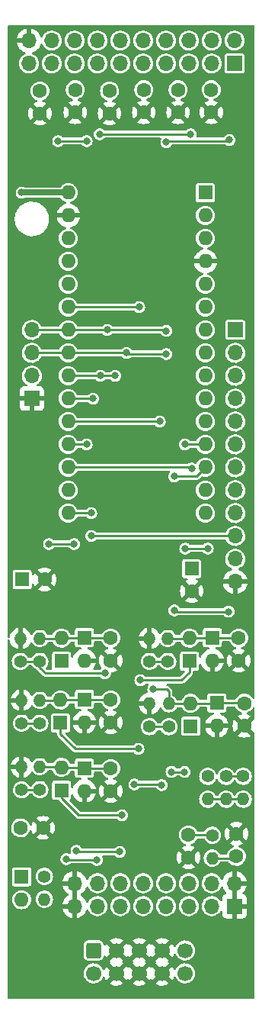
<source format=gbl>
%TF.GenerationSoftware,KiCad,Pcbnew,(6.0.1)*%
%TF.CreationDate,2022-12-01T08:35:41-05:00*%
%TF.ProjectId,ER-PROTO-02-MOZZI-DB,45522d50-524f-4544-9f2d-30322d4d4f5a,1*%
%TF.SameCoordinates,Original*%
%TF.FileFunction,Copper,L2,Bot*%
%TF.FilePolarity,Positive*%
%FSLAX46Y46*%
G04 Gerber Fmt 4.6, Leading zero omitted, Abs format (unit mm)*
G04 Created by KiCad (PCBNEW (6.0.1)) date 2022-12-01 08:35:41*
%MOMM*%
%LPD*%
G01*
G04 APERTURE LIST*
G04 Aperture macros list*
%AMRoundRect*
0 Rectangle with rounded corners*
0 $1 Rounding radius*
0 $2 $3 $4 $5 $6 $7 $8 $9 X,Y pos of 4 corners*
0 Add a 4 corners polygon primitive as box body*
4,1,4,$2,$3,$4,$5,$6,$7,$8,$9,$2,$3,0*
0 Add four circle primitives for the rounded corners*
1,1,$1+$1,$2,$3*
1,1,$1+$1,$4,$5*
1,1,$1+$1,$6,$7*
1,1,$1+$1,$8,$9*
0 Add four rect primitives between the rounded corners*
20,1,$1+$1,$2,$3,$4,$5,0*
20,1,$1+$1,$4,$5,$6,$7,0*
20,1,$1+$1,$6,$7,$8,$9,0*
20,1,$1+$1,$8,$9,$2,$3,0*%
G04 Aperture macros list end*
%TA.AperFunction,ComponentPad*%
%ADD10R,1.600000X1.600000*%
%TD*%
%TA.AperFunction,ComponentPad*%
%ADD11O,1.600000X1.600000*%
%TD*%
%TA.AperFunction,ComponentPad*%
%ADD12C,1.600000*%
%TD*%
%TA.AperFunction,ComponentPad*%
%ADD13C,1.400000*%
%TD*%
%TA.AperFunction,ComponentPad*%
%ADD14O,1.400000X1.400000*%
%TD*%
%TA.AperFunction,ComponentPad*%
%ADD15R,1.700000X1.700000*%
%TD*%
%TA.AperFunction,ComponentPad*%
%ADD16O,1.700000X1.700000*%
%TD*%
%TA.AperFunction,ComponentPad*%
%ADD17RoundRect,0.250000X-0.600000X0.600000X-0.600000X-0.600000X0.600000X-0.600000X0.600000X0.600000X0*%
%TD*%
%TA.AperFunction,ComponentPad*%
%ADD18C,1.700000*%
%TD*%
%TA.AperFunction,ViaPad*%
%ADD19C,0.800000*%
%TD*%
%TA.AperFunction,Conductor*%
%ADD20C,0.254000*%
%TD*%
%TA.AperFunction,Conductor*%
%ADD21C,0.635000*%
%TD*%
%TA.AperFunction,Conductor*%
%ADD22C,0.250000*%
%TD*%
G04 APERTURE END LIST*
D10*
%TO.P,D2,1,K*%
%TO.N,+5V*%
X118999000Y-80800686D03*
D11*
%TO.P,D2,2,A*%
%TO.N,/J2-R_N*%
X118999000Y-78260686D03*
%TD*%
D10*
%TO.P,D6,1,K*%
%TO.N,+5V*%
X119126000Y-88039686D03*
D11*
%TO.P,D6,2,A*%
%TO.N,Net-(A1-Pad25)*%
X119126000Y-85499686D03*
%TD*%
D12*
%TO.P,C1,1*%
%TO.N,/J3-R_N*%
X121412000Y-17419000D03*
%TO.P,C1,2*%
%TO.N,GND*%
X121412000Y-19919000D03*
%TD*%
D13*
%TO.P,R2,1*%
%TO.N,/J2-T*%
X114554000Y-80849000D03*
D14*
%TO.P,R2,2*%
%TO.N,GND*%
X114554000Y-78309000D03*
%TD*%
D12*
%TO.P,C13,1*%
%TO.N,Net-(A1-Pad26)*%
X110236000Y-92729990D03*
%TO.P,C13,2*%
%TO.N,GND*%
X110236000Y-95229990D03*
%TD*%
%TO.P,C14,1*%
%TO.N,+12P*%
X100223000Y-99314000D03*
%TO.P,C14,2*%
%TO.N,GND*%
X102723000Y-99314000D03*
%TD*%
D13*
%TO.P,R10,1*%
%TO.N,/D10*%
X123063000Y-93599000D03*
D14*
%TO.P,R10,2*%
%TO.N,Net-(C16-Pad1)*%
X123063000Y-96139000D03*
%TD*%
D13*
%TO.P,R3,1*%
%TO.N,/J1-T*%
X102362000Y-80849000D03*
D14*
%TO.P,R3,2*%
%TO.N,/J1-R_N*%
X102362000Y-78309000D03*
%TD*%
D13*
%TO.P,R7,1*%
%TO.N,/J3-T*%
X102362000Y-87707000D03*
D14*
%TO.P,R7,2*%
%TO.N,/J3-R_N*%
X102362000Y-85167000D03*
%TD*%
D12*
%TO.P,C4,1*%
%TO.N,/J2-R_N*%
X110109000Y-17546000D03*
%TO.P,C4,2*%
%TO.N,GND*%
X110109000Y-20046000D03*
%TD*%
D13*
%TO.P,R15,1*%
%TO.N,Net-(D11-Pad1)*%
X102870000Y-104698013D03*
D14*
%TO.P,R15,2*%
%TO.N,+12P*%
X102870000Y-107238013D03*
%TD*%
D10*
%TO.P,D5,1,K*%
%TO.N,Net-(A1-Pad25)*%
X122047000Y-85442315D03*
D11*
%TO.P,D5,2,A*%
%TO.N,GND*%
X122047000Y-87982315D03*
%TD*%
D13*
%TO.P,R13,1*%
%TO.N,/J5-T*%
X100330000Y-95096000D03*
D14*
%TO.P,R13,2*%
%TO.N,GND*%
X100330000Y-92556000D03*
%TD*%
D12*
%TO.P,C3,1*%
%TO.N,/POT2-2*%
X113919000Y-17419000D03*
%TO.P,C3,2*%
%TO.N,GND*%
X113919000Y-19919000D03*
%TD*%
D10*
%TO.P,A1,1,D1/TX*%
%TO.N,/D1_TX*%
X120766992Y-28829000D03*
D11*
%TO.P,A1,2,D0/RX*%
%TO.N,/D0_RX*%
X120766992Y-31369000D03*
%TO.P,A1,3,~{RESET}*%
%TO.N,unconnected-(A1-Pad3)*%
X120766992Y-33909000D03*
%TO.P,A1,4,GND*%
%TO.N,GND*%
X120766992Y-36449000D03*
%TO.P,A1,5,D2*%
%TO.N,unconnected-(A1-Pad5)*%
X120766992Y-38989000D03*
%TO.P,A1,6,D3*%
%TO.N,unconnected-(A1-Pad6)*%
X120766992Y-41529000D03*
%TO.P,A1,7,D4*%
%TO.N,unconnected-(A1-Pad7)*%
X120766992Y-44069000D03*
%TO.P,A1,8,D5*%
%TO.N,unconnected-(A1-Pad8)*%
X120766992Y-46609000D03*
%TO.P,A1,9,D6*%
%TO.N,/D6*%
X120766992Y-49149000D03*
%TO.P,A1,10,D7*%
%TO.N,/D7*%
X120766992Y-51689000D03*
%TO.P,A1,11,D8*%
%TO.N,/D8*%
X120766992Y-54229000D03*
%TO.P,A1,12,D9*%
%TO.N,/D9*%
X120766992Y-56769000D03*
%TO.P,A1,13,D10*%
%TO.N,/D10*%
X120766992Y-59309000D03*
%TO.P,A1,14,D11*%
%TO.N,/D11*%
X120766992Y-61849000D03*
%TO.P,A1,15,D12*%
%TO.N,/D12*%
X120766992Y-64389000D03*
%TO.P,A1,16,D13*%
%TO.N,/D13*%
X105526992Y-64389000D03*
%TO.P,A1,17,3V3*%
%TO.N,unconnected-(A1-Pad17)*%
X105526992Y-61849000D03*
%TO.P,A1,18,AREF*%
%TO.N,Net-(A1-Pad18)*%
X105526992Y-59309000D03*
%TO.P,A1,19,A0*%
%TO.N,/POT1-2*%
X105526992Y-56769000D03*
%TO.P,A1,20,A1*%
%TO.N,/POT2-2*%
X105526992Y-54229000D03*
%TO.P,A1,21,A2*%
%TO.N,/POT3-2*%
X105526992Y-51689000D03*
%TO.P,A1,22,A3*%
%TO.N,/J1-R_N*%
X105526992Y-49149000D03*
%TO.P,A1,23,A4*%
%TO.N,/J2-R_N*%
X105526992Y-46609000D03*
%TO.P,A1,24,A5*%
%TO.N,/J3-R_N*%
X105526992Y-44069000D03*
%TO.P,A1,25,A6*%
%TO.N,Net-(A1-Pad25)*%
X105526992Y-41529000D03*
%TO.P,A1,26,A7*%
%TO.N,Net-(A1-Pad26)*%
X105526992Y-38989000D03*
%TO.P,A1,27,+5V*%
%TO.N,+5V*%
X105526992Y-36449000D03*
%TO.P,A1,28,~{RESET}*%
%TO.N,unconnected-(A1-Pad28)*%
X105526992Y-33909000D03*
%TO.P,A1,29,GND*%
%TO.N,GND*%
X105526992Y-31369000D03*
%TO.P,A1,30,VIN*%
%TO.N,+12P*%
X105526992Y-28829000D03*
%TD*%
D13*
%TO.P,R4,1*%
%TO.N,/J1-T*%
X100203000Y-80849000D03*
D14*
%TO.P,R4,2*%
%TO.N,GND*%
X100203000Y-78309000D03*
%TD*%
D10*
%TO.P,D9,1,K*%
%TO.N,Net-(A1-Pad26)*%
X107315000Y-92681315D03*
D11*
%TO.P,D9,2,A*%
%TO.N,GND*%
X107315000Y-95221315D03*
%TD*%
D13*
%TO.P,R14,1*%
%TO.N,Net-(C16-Pad1)*%
X121539000Y-100126000D03*
D14*
%TO.P,R14,2*%
%TO.N,/J6-R_N*%
X121539000Y-102666000D03*
%TD*%
D12*
%TO.P,C15,1*%
%TO.N,/J6-R_N*%
X124206000Y-102469010D03*
%TO.P,C15,2*%
%TO.N,GND*%
X124206000Y-99969010D03*
%TD*%
%TO.P,C10,1*%
%TO.N,/J1-R_N*%
X110236000Y-78252000D03*
%TO.P,C10,2*%
%TO.N,GND*%
X110236000Y-80752000D03*
%TD*%
D10*
%TO.P,D7,1,K*%
%TO.N,/J3-R_N*%
X107315000Y-85061315D03*
D11*
%TO.P,D7,2,A*%
%TO.N,GND*%
X107315000Y-87601315D03*
%TD*%
D13*
%TO.P,R6,1*%
%TO.N,/J4-T*%
X114554000Y-88088000D03*
D14*
%TO.P,R6,2*%
%TO.N,GND*%
X114554000Y-85548000D03*
%TD*%
D15*
%TO.P,J1,1,Pin_1*%
%TO.N,GND*%
X101473000Y-51689000D03*
D16*
%TO.P,J1,2,Pin_2*%
%TO.N,+5V*%
X101473000Y-49149000D03*
%TO.P,J1,3,Pin_3*%
%TO.N,/J2-R_N*%
X101473000Y-46609000D03*
%TO.P,J1,4,Pin_4*%
%TO.N,/J3-R_N*%
X101473000Y-44069000D03*
%TD*%
D12*
%TO.P,C11,1*%
%TO.N,Net-(A1-Pad25)*%
X125095000Y-85491000D03*
%TO.P,C11,2*%
%TO.N,GND*%
X125095000Y-87991000D03*
%TD*%
D13*
%TO.P,R12,1*%
%TO.N,/J5-T*%
X102362000Y-95073000D03*
D14*
%TO.P,R12,2*%
%TO.N,Net-(A1-Pad26)*%
X102362000Y-92533000D03*
%TD*%
D10*
%TO.P,D1,1,K*%
%TO.N,/J2-R_N*%
X121539000Y-78203315D03*
D11*
%TO.P,D1,2,A*%
%TO.N,GND*%
X121539000Y-80743315D03*
%TD*%
D12*
%TO.P,C12,1*%
%TO.N,/J3-R_N*%
X110236000Y-85110000D03*
%TO.P,C12,2*%
%TO.N,GND*%
X110236000Y-87610000D03*
%TD*%
D10*
%TO.P,C7,1*%
%TO.N,Net-(A1-Pad18)*%
X119253000Y-70549888D03*
D12*
%TO.P,C7,2*%
%TO.N,GND*%
X119253000Y-73049888D03*
%TD*%
D13*
%TO.P,R8,1*%
%TO.N,/J3-T*%
X100330000Y-87707000D03*
D14*
%TO.P,R8,2*%
%TO.N,GND*%
X100330000Y-85167000D03*
%TD*%
D17*
%TO.P,J9,1,Pin_1*%
%TO.N,-12V*%
X108331000Y-112912500D03*
D18*
%TO.P,J9,2,Pin_2*%
X108331000Y-115452500D03*
%TO.P,J9,3,Pin_3*%
%TO.N,GND*%
X110871000Y-112912500D03*
%TO.P,J9,4,Pin_4*%
X110871000Y-115452500D03*
%TO.P,J9,5,Pin_5*%
X113411000Y-112912500D03*
%TO.P,J9,6,Pin_6*%
X113411000Y-115452500D03*
%TO.P,J9,7,Pin_7*%
X115951000Y-112912500D03*
%TO.P,J9,8,Pin_8*%
X115951000Y-115452500D03*
%TO.P,J9,9,Pin_9*%
%TO.N,+12V*%
X118491000Y-112912500D03*
%TO.P,J9,10,Pin_10*%
X118491000Y-115452500D03*
%TD*%
D10*
%TO.P,D11,1,K*%
%TO.N,Net-(D11-Pad1)*%
X100330000Y-104746315D03*
D11*
%TO.P,D11,2,A*%
%TO.N,+12V*%
X100330000Y-107286315D03*
%TD*%
D10*
%TO.P,D10,1,K*%
%TO.N,+5V*%
X104775000Y-95151686D03*
D11*
%TO.P,D10,2,A*%
%TO.N,Net-(A1-Pad26)*%
X104775000Y-92611686D03*
%TD*%
D12*
%TO.P,C16,1*%
%TO.N,Net-(C16-Pad1)*%
X118872000Y-100096000D03*
%TO.P,C16,2*%
%TO.N,GND*%
X118872000Y-102596000D03*
%TD*%
%TO.P,C2,1*%
%TO.N,/J1-R_N*%
X117729000Y-17419000D03*
%TO.P,C2,2*%
%TO.N,GND*%
X117729000Y-19919000D03*
%TD*%
D15*
%TO.P,J10,1,Pin_1*%
%TO.N,/D0_RX*%
X124079000Y-44069000D03*
D16*
%TO.P,J10,2,Pin_2*%
%TO.N,/D1_TX*%
X124079000Y-46609000D03*
%TO.P,J10,3,Pin_3*%
%TO.N,/D6*%
X124079000Y-49149000D03*
%TO.P,J10,4,Pin_4*%
%TO.N,/D7*%
X124079000Y-51689000D03*
%TO.P,J10,5,Pin_5*%
%TO.N,/D8*%
X124079000Y-54229000D03*
%TO.P,J10,6,Pin_6*%
%TO.N,/D9*%
X124079000Y-56769000D03*
%TO.P,J10,7,Pin_7*%
%TO.N,/D10*%
X124079000Y-59309000D03*
%TO.P,J10,8,Pin_8*%
%TO.N,/D11*%
X124079000Y-61849000D03*
%TO.P,J10,9,Pin_9*%
%TO.N,/D12*%
X124079000Y-64389000D03*
%TO.P,J10,10,Pin_10*%
%TO.N,/D13*%
X124079000Y-66929000D03*
%TO.P,J10,11,Pin_11*%
%TO.N,+5V*%
X124079000Y-69469000D03*
%TO.P,J10,12,Pin_12*%
%TO.N,GND*%
X124079000Y-72009000D03*
%TD*%
D12*
%TO.P,C6,1*%
%TO.N,/POT1-2*%
X102362000Y-17546000D03*
%TO.P,C6,2*%
%TO.N,GND*%
X102362000Y-20046000D03*
%TD*%
%TO.P,C5,1*%
%TO.N,/POT3-2*%
X106299000Y-17419000D03*
%TO.P,C5,2*%
%TO.N,GND*%
X106299000Y-19919000D03*
%TD*%
D10*
%TO.P,C8,1*%
%TO.N,+12P*%
X100394888Y-71755000D03*
D12*
%TO.P,C8,2*%
%TO.N,GND*%
X102894888Y-71755000D03*
%TD*%
D13*
%TO.P,R5,1*%
%TO.N,/J4-T*%
X116713000Y-88088000D03*
D14*
%TO.P,R5,2*%
%TO.N,Net-(A1-Pad25)*%
X116713000Y-85548000D03*
%TD*%
D10*
%TO.P,D4,1,K*%
%TO.N,+5V*%
X104775000Y-80800686D03*
D11*
%TO.P,D4,2,A*%
%TO.N,/J1-R_N*%
X104775000Y-78260686D03*
%TD*%
D10*
%TO.P,D8,1,K*%
%TO.N,+5V*%
X104648000Y-87658686D03*
D11*
%TO.P,D8,2,A*%
%TO.N,/J3-R_N*%
X104648000Y-85118686D03*
%TD*%
D15*
%TO.P,J8,1,GND*%
%TO.N,+5V*%
X124000006Y-14499999D03*
D16*
%TO.P,J8,2,POT6_1_CW*%
%TO.N,/POT6-1*%
X124000006Y-11959999D03*
%TO.P,J8,3,POT6_2_W*%
%TO.N,/J3-R_N*%
X121460006Y-14499999D03*
%TO.P,J8,4,POT6_3_CCW*%
%TO.N,/POT6-3*%
X121460006Y-11959999D03*
%TO.P,J8,5,POT4_1_CW*%
%TO.N,/POT4-1*%
X118920006Y-14499999D03*
%TO.P,J8,6,POT4_2_W*%
%TO.N,/J1-R_N*%
X118920006Y-11959999D03*
%TO.P,J8,7,POT4_3_CCW*%
%TO.N,/POT4-3*%
X116380006Y-14499999D03*
%TO.P,J8,8,POT2_1_CW*%
%TO.N,/POT2-1*%
X116380006Y-11959999D03*
%TO.P,J8,9,POT2_2_W*%
%TO.N,/POT2-2*%
X113840006Y-14499999D03*
%TO.P,J8,10,POT2_3_CCW*%
%TO.N,/POT2-3*%
X113840006Y-11959999D03*
%TO.P,J8,11,POT5_1_CW*%
%TO.N,/POT5-1*%
X111300006Y-14499999D03*
%TO.P,J8,12,POT5_2_W*%
%TO.N,/J2-R_N*%
X111300006Y-11959999D03*
%TO.P,J8,13,POT5_3_CCW*%
%TO.N,/POT5-3*%
X108760006Y-14499999D03*
%TO.P,J8,14,POT3_1_CW*%
%TO.N,/POT3-1*%
X108760006Y-11959999D03*
%TO.P,J8,15,POT3_2_W*%
%TO.N,/POT3-2*%
X106220006Y-14499999D03*
%TO.P,J8,16,POT3_3_CCW*%
%TO.N,/POT3-3*%
X106220006Y-11959999D03*
%TO.P,J8,17,POT1_1_CW*%
%TO.N,/POT1-1*%
X103680006Y-14499999D03*
%TO.P,J8,18,POT1_2_W*%
%TO.N,/POT1-2*%
X103680006Y-11959999D03*
%TO.P,J8,19,POT1_3_CCW*%
%TO.N,/POT1-3*%
X101140006Y-14499999D03*
%TO.P,J8,20,GND*%
%TO.N,GND*%
X101140006Y-11959999D03*
%TD*%
D15*
%TO.P,J7,1,GND*%
%TO.N,GND*%
X124000006Y-108000013D03*
D16*
%TO.P,J7,2,GND*%
X124000006Y-105460013D03*
%TO.P,J7,3,J6_R_N*%
%TO.N,/J6-R_N*%
X121460006Y-108000013D03*
%TO.P,J7,4,J6_T*%
X121460006Y-105460013D03*
%TO.P,J7,5,J4_R_N*%
%TO.N,/J4-R_N*%
X118920006Y-108000013D03*
%TO.P,J7,6,J4_T*%
%TO.N,/J4-T*%
X118920006Y-105460013D03*
%TO.P,J7,7,J2_R_N*%
%TO.N,/J2-R_N*%
X116380006Y-108000013D03*
%TO.P,J7,8,J2_T*%
%TO.N,/J2-T*%
X116380006Y-105460013D03*
%TO.P,J7,9,J1_R_N*%
%TO.N,/J1-R_N*%
X113840006Y-108000013D03*
%TO.P,J7,10,J1_T*%
%TO.N,/J1-T*%
X113840006Y-105460013D03*
%TO.P,J7,11,J3_R_N*%
%TO.N,/J3-R_N*%
X111300006Y-108000013D03*
%TO.P,J7,12,J3_T*%
%TO.N,/J3-T*%
X111300006Y-105460013D03*
%TO.P,J7,13,J5_R_N*%
%TO.N,/J5-R_N*%
X108760006Y-108000013D03*
%TO.P,J7,14,J5_T*%
%TO.N,/J5-T*%
X108760006Y-105460013D03*
%TO.P,J7,15,GND*%
%TO.N,GND*%
X106220006Y-108000013D03*
%TO.P,J7,16,GND*%
X106220006Y-105460013D03*
%TD*%
D10*
%TO.P,D3,1,K*%
%TO.N,/J1-R_N*%
X107315000Y-78203315D03*
D11*
%TO.P,D3,2,A*%
%TO.N,GND*%
X107315000Y-80743315D03*
%TD*%
D13*
%TO.P,R1,1*%
%TO.N,/J2-T*%
X116586000Y-80849000D03*
D14*
%TO.P,R1,2*%
%TO.N,/J2-R_N*%
X116586000Y-78309000D03*
%TD*%
D13*
%TO.P,R9,1*%
%TO.N,/D10*%
X124968000Y-93599000D03*
D14*
%TO.P,R9,2*%
%TO.N,Net-(C16-Pad1)*%
X124968000Y-96139000D03*
%TD*%
D12*
%TO.P,C9,1*%
%TO.N,/J2-R_N*%
X124460000Y-78252000D03*
%TO.P,C9,2*%
%TO.N,GND*%
X124460000Y-80752000D03*
%TD*%
D13*
%TO.P,R11,1*%
%TO.N,/D9*%
X121031000Y-93599000D03*
D14*
%TO.P,R11,2*%
%TO.N,Net-(C16-Pad1)*%
X121031000Y-96139000D03*
%TD*%
D19*
%TO.N,/POT2-2*%
X115697000Y-54229000D03*
%TO.N,/POT3-2*%
X108295500Y-51689000D03*
%TO.N,/POT1-2*%
X107569000Y-56769000D03*
X104394000Y-23114000D03*
X107569000Y-23114000D03*
%TO.N,/J1-T*%
X109601000Y-82169000D03*
%TO.N,/J3-T*%
X111252000Y-101981000D03*
X106426000Y-101854000D03*
%TO.N,/J1-R_N*%
X112867500Y-94488000D03*
X115913980Y-94562575D03*
X110744000Y-49149000D03*
X109022011Y-22352000D03*
X109093000Y-49149000D03*
X119126000Y-22352000D03*
%TO.N,/J2-R_N*%
X112014000Y-46609000D03*
X118455500Y-93105802D03*
X116423500Y-46736000D03*
X117002500Y-93105802D03*
%TO.N,/J3-R_N*%
X109855000Y-44069000D03*
X123444000Y-22987000D03*
X116423500Y-44160500D03*
X116423500Y-23241000D03*
%TO.N,/J5-T*%
X105307322Y-102779207D03*
X108712000Y-102870000D03*
%TO.N,+5V*%
X113532286Y-82936714D03*
X113321020Y-90551000D03*
X111506000Y-97917000D03*
%TO.N,+12P*%
X100330000Y-28829000D03*
%TO.N,Net-(A1-Pad25)*%
X113411000Y-41529000D03*
X114959989Y-83947000D03*
%TO.N,Net-(A1-Pad26)*%
X103378000Y-67818000D03*
X106172000Y-67818000D03*
%TO.N,Net-(A1-Pad18)*%
X119253000Y-59436000D03*
%TO.N,/D13*%
X108077000Y-64389000D03*
X108077000Y-66929000D03*
%TO.N,/D10*%
X123333489Y-75327489D03*
X117312500Y-75184000D03*
X117312500Y-60325000D03*
%TO.N,/D9*%
X118491000Y-56769000D03*
X121031000Y-68326000D03*
X118526500Y-68326000D03*
%TD*%
D20*
%TO.N,/POT2-2*%
X105526992Y-54229000D02*
X115697000Y-54229000D01*
%TO.N,/POT3-2*%
X108295500Y-51689000D02*
X105526992Y-51689000D01*
%TO.N,/POT1-2*%
X104394000Y-23114000D02*
X107569000Y-23114000D01*
X107569000Y-56769000D02*
X105526992Y-56769000D01*
%TO.N,/J1-T*%
X102362000Y-81534000D02*
X102997000Y-82169000D01*
X109601000Y-82169000D02*
X102997000Y-82169000D01*
X100203000Y-80849000D02*
X102362000Y-80849000D01*
X102362000Y-80849000D02*
X102362000Y-81534000D01*
%TO.N,/J2-T*%
X114554000Y-80849000D02*
X116586000Y-80849000D01*
%TO.N,/J3-T*%
X106553000Y-101981000D02*
X106426000Y-101854000D01*
X111252000Y-101981000D02*
X106553000Y-101981000D01*
X100330000Y-87707000D02*
X102362000Y-87707000D01*
%TO.N,/J4-T*%
X114554000Y-88088000D02*
X116713000Y-88088000D01*
%TO.N,/J1-R_N*%
X115839405Y-94488000D02*
X115913980Y-94562575D01*
X119126000Y-22352000D02*
X109022011Y-22352000D01*
X104775000Y-78260686D02*
X107257629Y-78260686D01*
X110744000Y-49149000D02*
X109093000Y-49149000D01*
X107315000Y-78203315D02*
X110187315Y-78203315D01*
X112867500Y-94488000D02*
X115839405Y-94488000D01*
X102362000Y-78309000D02*
X104726686Y-78309000D01*
X109093000Y-49149000D02*
X105526992Y-49149000D01*
%TO.N,/J2-R_N*%
X118999000Y-78260686D02*
X121481629Y-78260686D01*
X121539000Y-78203315D02*
X124411315Y-78203315D01*
X101473000Y-46609000D02*
X105526992Y-46609000D01*
X112141000Y-46736000D02*
X116423500Y-46736000D01*
X116586000Y-78309000D02*
X118950686Y-78309000D01*
X112014000Y-46609000D02*
X105526992Y-46609000D01*
X112014000Y-46609000D02*
X112141000Y-46736000D01*
X117002500Y-93105802D02*
X118455500Y-93105802D01*
%TO.N,/J3-R_N*%
X104648000Y-85118686D02*
X107257629Y-85118686D01*
X107315000Y-85061315D02*
X110187315Y-85061315D01*
X116332000Y-44069000D02*
X116423500Y-44160500D01*
X101473000Y-44069000D02*
X105526992Y-44069000D01*
X102362000Y-85167000D02*
X104599686Y-85167000D01*
X123352489Y-23078511D02*
X116585989Y-23078511D01*
X116585989Y-23078511D02*
X116423500Y-23241000D01*
X109855000Y-44069000D02*
X116332000Y-44069000D01*
X105526992Y-44069000D02*
X109855000Y-44069000D01*
X123444000Y-22987000D02*
X123352489Y-23078511D01*
%TO.N,/J6-R_N*%
X121539000Y-102666000D02*
X124009010Y-102666000D01*
%TO.N,/J5-T*%
X108712000Y-102870000D02*
X105398115Y-102870000D01*
X100330000Y-95096000D02*
X102339000Y-95096000D01*
X105398115Y-102870000D02*
X105307322Y-102779207D01*
%TO.N,+5V*%
X106680000Y-97917000D02*
X111506000Y-97917000D01*
X118999000Y-80800686D02*
X118999000Y-82042000D01*
X104775000Y-96012000D02*
X106680000Y-97917000D01*
X106299000Y-90551000D02*
X113321020Y-90551000D01*
X104648000Y-87658686D02*
X104648000Y-88900000D01*
X118999000Y-82042000D02*
X118104286Y-82936714D01*
X104775000Y-95151686D02*
X104775000Y-96012000D01*
X118104286Y-82936714D02*
X113532286Y-82936714D01*
X104648000Y-88900000D02*
X106299000Y-90551000D01*
D21*
%TO.N,+12P*%
X100330000Y-28829000D02*
X105527000Y-28829000D01*
D20*
%TO.N,Net-(A1-Pad25)*%
X122047000Y-85442315D02*
X125046315Y-85442315D01*
X113411000Y-41529000D02*
X105526992Y-41529000D01*
X116713000Y-85548000D02*
X116713000Y-84201000D01*
X116459000Y-83947000D02*
X114959989Y-83947000D01*
X119126000Y-85499686D02*
X121989629Y-85499686D01*
X116713000Y-85548000D02*
X119077686Y-85548000D01*
X116713000Y-84201000D02*
X116459000Y-83947000D01*
%TO.N,Net-(A1-Pad26)*%
X104775000Y-92611686D02*
X107245371Y-92611686D01*
X106172000Y-67818000D02*
X103378000Y-67818000D01*
X107315000Y-92681315D02*
X110187315Y-92681315D01*
X102362000Y-92533000D02*
X104696314Y-92533000D01*
%TO.N,Net-(A1-Pad18)*%
X119253000Y-59436000D02*
X119126000Y-59309000D01*
X119126000Y-59309000D02*
X105526992Y-59309000D01*
D22*
%TO.N,/D13*%
X105527000Y-64389000D02*
X108077000Y-64389000D01*
X124079000Y-66929000D02*
X108077000Y-66929000D01*
D20*
%TO.N,/D10*%
X119750992Y-60325000D02*
X120766992Y-59309000D01*
X123063000Y-93599000D02*
X124968000Y-93599000D01*
X117455989Y-75327489D02*
X117312500Y-75184000D01*
X123333489Y-75327489D02*
X117455989Y-75327489D01*
X117312500Y-60325000D02*
X119750992Y-60325000D01*
%TO.N,/D9*%
X121031000Y-68326000D02*
X118526500Y-68326000D01*
X118491000Y-56769000D02*
X120766992Y-56769000D01*
%TO.N,Net-(C16-Pad1)*%
X123063000Y-96139000D02*
X124968000Y-96139000D01*
X118872000Y-100096000D02*
X121509000Y-100096000D01*
X121031000Y-96139000D02*
X123063000Y-96139000D01*
%TD*%
%TA.AperFunction,Conductor*%
%TO.N,GND*%
G36*
X126188121Y-10274002D02*
G01*
X126234614Y-10327658D01*
X126246000Y-10380000D01*
X126246000Y-84904121D01*
X126225998Y-84972242D01*
X126172342Y-85018735D01*
X126102068Y-85028839D01*
X126037488Y-84999345D01*
X126008752Y-84963279D01*
X125977565Y-84904625D01*
X125973674Y-84899855D01*
X125973672Y-84899851D01*
X125850758Y-84749143D01*
X125850755Y-84749140D01*
X125846863Y-84744368D01*
X125842114Y-84740439D01*
X125692271Y-84616478D01*
X125692266Y-84616475D01*
X125687522Y-84612550D01*
X125682103Y-84609620D01*
X125682100Y-84609618D01*
X125511032Y-84517122D01*
X125511027Y-84517120D01*
X125505612Y-84514192D01*
X125308063Y-84453040D01*
X125301938Y-84452396D01*
X125301937Y-84452396D01*
X125108526Y-84432068D01*
X125108524Y-84432068D01*
X125102397Y-84431424D01*
X124976229Y-84442906D01*
X124902591Y-84449607D01*
X124902590Y-84449607D01*
X124896450Y-84450166D01*
X124698066Y-84508554D01*
X124692601Y-84511411D01*
X124520261Y-84601508D01*
X124520257Y-84601511D01*
X124514801Y-84604363D01*
X124353635Y-84733943D01*
X124220708Y-84892360D01*
X124217742Y-84897756D01*
X124217736Y-84897764D01*
X124163996Y-84995516D01*
X124113651Y-85045575D01*
X124053582Y-85060815D01*
X123227499Y-85060815D01*
X123159378Y-85040813D01*
X123112885Y-84987157D01*
X123101499Y-84934815D01*
X123101499Y-84617249D01*
X123090114Y-84560008D01*
X123089156Y-84555189D01*
X123089155Y-84555187D01*
X123086734Y-84543014D01*
X123079583Y-84532311D01*
X123037377Y-84469147D01*
X123030484Y-84458831D01*
X122946301Y-84402581D01*
X122872067Y-84387815D01*
X122047134Y-84387815D01*
X121221934Y-84387816D01*
X121194518Y-84393269D01*
X121159874Y-84400159D01*
X121159872Y-84400160D01*
X121147699Y-84402581D01*
X121137379Y-84409476D01*
X121137378Y-84409477D01*
X121090697Y-84440669D01*
X121063516Y-84458831D01*
X121007266Y-84543014D01*
X120992500Y-84617248D01*
X120992500Y-84992186D01*
X120972498Y-85060307D01*
X120918842Y-85106800D01*
X120866500Y-85118186D01*
X120193207Y-85118186D01*
X120125086Y-85098184D01*
X120081956Y-85051340D01*
X120064620Y-85018735D01*
X120008565Y-84913311D01*
X120004674Y-84908541D01*
X120004672Y-84908537D01*
X119881758Y-84757829D01*
X119881755Y-84757826D01*
X119877863Y-84753054D01*
X119868664Y-84745444D01*
X119723271Y-84625164D01*
X119723266Y-84625161D01*
X119718522Y-84621236D01*
X119713103Y-84618306D01*
X119713100Y-84618304D01*
X119542032Y-84525808D01*
X119542027Y-84525806D01*
X119536612Y-84522878D01*
X119339063Y-84461726D01*
X119332938Y-84461082D01*
X119332937Y-84461082D01*
X119139526Y-84440754D01*
X119139524Y-84440754D01*
X119133397Y-84440110D01*
X119007229Y-84451592D01*
X118933591Y-84458293D01*
X118933590Y-84458293D01*
X118927450Y-84458852D01*
X118729066Y-84517240D01*
X118723601Y-84520097D01*
X118551261Y-84610194D01*
X118551257Y-84610197D01*
X118545801Y-84613049D01*
X118384635Y-84742629D01*
X118251708Y-84901046D01*
X118245136Y-84913000D01*
X118155054Y-85076857D01*
X118155052Y-85076861D01*
X118152082Y-85082264D01*
X118150218Y-85088141D01*
X118149361Y-85090140D01*
X118104139Y-85144871D01*
X118033551Y-85166500D01*
X117666945Y-85166500D01*
X117598824Y-85146498D01*
X117555694Y-85099653D01*
X117514764Y-85022674D01*
X117514762Y-85022671D01*
X117511870Y-85017232D01*
X117507980Y-85012462D01*
X117507977Y-85012458D01*
X117397457Y-84876948D01*
X117397454Y-84876945D01*
X117393562Y-84872173D01*
X117249332Y-84752855D01*
X117160570Y-84704861D01*
X117110162Y-84654867D01*
X117094500Y-84594026D01*
X117094500Y-84255135D01*
X117097086Y-84230836D01*
X117097154Y-84229398D01*
X117099345Y-84219220D01*
X117095373Y-84185658D01*
X117095021Y-84179680D01*
X117094928Y-84179688D01*
X117094500Y-84174510D01*
X117094500Y-84169308D01*
X117091312Y-84150154D01*
X117090477Y-84144289D01*
X117089525Y-84136240D01*
X117084418Y-84093093D01*
X117080433Y-84084794D01*
X117078922Y-84075717D01*
X117054442Y-84030349D01*
X117051761Y-84025086D01*
X117032873Y-83985750D01*
X117032870Y-83985746D01*
X117029440Y-83978602D01*
X117025830Y-83974308D01*
X117023898Y-83972376D01*
X117022111Y-83970427D01*
X117022082Y-83970374D01*
X117022212Y-83970255D01*
X117021711Y-83969687D01*
X117018612Y-83963943D01*
X116978806Y-83927147D01*
X116975239Y-83923717D01*
X116767040Y-83715517D01*
X116751686Y-83696506D01*
X116750720Y-83695444D01*
X116745071Y-83686696D01*
X116736896Y-83680252D01*
X116736894Y-83680249D01*
X116718528Y-83665771D01*
X116714053Y-83661794D01*
X116713992Y-83661865D01*
X116710035Y-83658512D01*
X116706352Y-83654829D01*
X116690561Y-83643545D01*
X116685815Y-83639982D01*
X116653507Y-83614512D01*
X116653506Y-83614511D01*
X116645330Y-83608066D01*
X116636643Y-83605015D01*
X116629157Y-83599666D01*
X116619181Y-83596683D01*
X116619180Y-83596682D01*
X116579789Y-83584902D01*
X116574157Y-83583072D01*
X116525498Y-83565984D01*
X116524574Y-83565904D01*
X116464928Y-83533500D01*
X116430770Y-83471261D01*
X116435683Y-83400434D01*
X116478108Y-83343508D01*
X116544575Y-83318555D01*
X116553833Y-83318214D01*
X118050151Y-83318214D01*
X118074450Y-83320800D01*
X118075888Y-83320868D01*
X118086066Y-83323059D01*
X118119627Y-83319087D01*
X118125606Y-83318735D01*
X118125598Y-83318642D01*
X118130776Y-83318214D01*
X118135978Y-83318214D01*
X118155132Y-83315026D01*
X118160990Y-83314192D01*
X118177604Y-83312226D01*
X118201853Y-83309356D01*
X118201854Y-83309356D01*
X118212193Y-83308132D01*
X118220492Y-83304147D01*
X118229569Y-83302636D01*
X118274937Y-83278156D01*
X118280200Y-83275475D01*
X118319536Y-83256587D01*
X118319540Y-83256584D01*
X118326684Y-83253154D01*
X118330978Y-83249544D01*
X118332910Y-83247612D01*
X118334859Y-83245825D01*
X118334912Y-83245796D01*
X118335031Y-83245926D01*
X118335599Y-83245425D01*
X118341343Y-83242326D01*
X118378154Y-83202504D01*
X118381583Y-83198939D01*
X119230476Y-82350046D01*
X119249499Y-82334682D01*
X119250558Y-82333718D01*
X119259304Y-82328071D01*
X119265752Y-82319892D01*
X119265754Y-82319890D01*
X119280234Y-82301523D01*
X119284209Y-82297050D01*
X119284137Y-82296989D01*
X119287490Y-82293032D01*
X119291171Y-82289351D01*
X119302455Y-82273560D01*
X119306019Y-82268814D01*
X119331487Y-82236508D01*
X119337934Y-82228330D01*
X119340984Y-82219645D01*
X119346335Y-82212157D01*
X119361110Y-82162750D01*
X119362926Y-82157163D01*
X119380016Y-82108498D01*
X119380500Y-82102909D01*
X119380500Y-82100198D01*
X119380615Y-82097529D01*
X119380634Y-82097468D01*
X119380808Y-82097475D01*
X119380855Y-82096728D01*
X119382725Y-82090475D01*
X119380597Y-82036311D01*
X119380500Y-82031365D01*
X119380500Y-81981185D01*
X119400502Y-81913064D01*
X119454158Y-81866571D01*
X119506500Y-81855185D01*
X119824066Y-81855185D01*
X119859818Y-81848074D01*
X119886126Y-81842842D01*
X119886128Y-81842841D01*
X119898301Y-81840420D01*
X119908621Y-81833525D01*
X119908622Y-81833524D01*
X119972168Y-81791063D01*
X119982484Y-81784170D01*
X120038734Y-81699987D01*
X120053500Y-81625753D01*
X120053500Y-81210142D01*
X120073502Y-81142021D01*
X120127158Y-81095528D01*
X120197432Y-81085424D01*
X120262012Y-81114918D01*
X120301207Y-81177534D01*
X120303762Y-81187069D01*
X120307510Y-81197368D01*
X120399586Y-81394826D01*
X120405069Y-81404322D01*
X120530028Y-81582782D01*
X120537084Y-81591190D01*
X120691125Y-81745231D01*
X120699533Y-81752287D01*
X120877993Y-81877246D01*
X120887489Y-81882729D01*
X121084947Y-81974805D01*
X121095239Y-81978551D01*
X121267503Y-82024709D01*
X121281599Y-82024373D01*
X121285000Y-82016431D01*
X121285000Y-82011282D01*
X121793000Y-82011282D01*
X121796973Y-82024813D01*
X121805522Y-82026042D01*
X121982761Y-81978551D01*
X121993053Y-81974805D01*
X122190511Y-81882729D01*
X122200007Y-81877246D01*
X122255968Y-81838062D01*
X123738493Y-81838062D01*
X123747789Y-81850077D01*
X123798994Y-81885931D01*
X123808489Y-81891414D01*
X124005947Y-81983490D01*
X124016239Y-81987236D01*
X124226688Y-82043625D01*
X124237481Y-82045528D01*
X124454525Y-82064517D01*
X124465475Y-82064517D01*
X124682519Y-82045528D01*
X124693312Y-82043625D01*
X124903761Y-81987236D01*
X124914053Y-81983490D01*
X125111511Y-81891414D01*
X125121006Y-81885931D01*
X125173048Y-81849491D01*
X125181424Y-81839012D01*
X125174356Y-81825566D01*
X124472812Y-81124022D01*
X124458868Y-81116408D01*
X124457035Y-81116539D01*
X124450420Y-81120790D01*
X123744923Y-81826287D01*
X123738493Y-81838062D01*
X122255968Y-81838062D01*
X122378467Y-81752287D01*
X122386875Y-81745231D01*
X122540916Y-81591190D01*
X122547972Y-81582782D01*
X122672931Y-81404322D01*
X122678414Y-81394826D01*
X122770490Y-81197368D01*
X122774236Y-81187076D01*
X122820394Y-81014812D01*
X122820058Y-81000716D01*
X122812116Y-80997315D01*
X121811115Y-80997315D01*
X121795876Y-81001790D01*
X121794671Y-81003180D01*
X121793000Y-81010863D01*
X121793000Y-82011282D01*
X121285000Y-82011282D01*
X121285000Y-80757475D01*
X123147483Y-80757475D01*
X123166472Y-80974519D01*
X123168375Y-80985312D01*
X123224764Y-81195761D01*
X123228510Y-81206053D01*
X123320586Y-81403511D01*
X123326069Y-81413006D01*
X123362509Y-81465048D01*
X123372988Y-81473424D01*
X123386434Y-81466356D01*
X124087978Y-80764812D01*
X124094356Y-80753132D01*
X124824408Y-80753132D01*
X124824539Y-80754965D01*
X124828790Y-80761580D01*
X125534287Y-81467077D01*
X125546062Y-81473507D01*
X125558077Y-81464211D01*
X125593931Y-81413006D01*
X125599414Y-81403511D01*
X125691490Y-81206053D01*
X125695236Y-81195761D01*
X125751625Y-80985312D01*
X125753528Y-80974519D01*
X125772517Y-80757475D01*
X125772517Y-80746525D01*
X125753528Y-80529481D01*
X125751625Y-80518688D01*
X125695236Y-80308239D01*
X125691490Y-80297947D01*
X125599414Y-80100489D01*
X125593931Y-80090994D01*
X125557491Y-80038952D01*
X125547012Y-80030576D01*
X125533566Y-80037644D01*
X124832022Y-80739188D01*
X124824408Y-80753132D01*
X124094356Y-80753132D01*
X124095592Y-80750868D01*
X124095461Y-80749035D01*
X124091210Y-80742420D01*
X123385713Y-80036923D01*
X123373938Y-80030493D01*
X123361923Y-80039789D01*
X123326069Y-80090994D01*
X123320586Y-80100489D01*
X123228510Y-80297947D01*
X123224764Y-80308239D01*
X123168375Y-80518688D01*
X123166472Y-80529481D01*
X123147483Y-80746525D01*
X123147483Y-80757475D01*
X121285000Y-80757475D01*
X121285000Y-80615315D01*
X121305002Y-80547194D01*
X121358658Y-80500701D01*
X121411000Y-80489315D01*
X122806967Y-80489315D01*
X122820498Y-80485342D01*
X122821727Y-80476793D01*
X122774236Y-80299554D01*
X122770490Y-80289262D01*
X122678414Y-80091804D01*
X122672931Y-80082308D01*
X122547972Y-79903848D01*
X122540916Y-79895440D01*
X122386875Y-79741399D01*
X122378467Y-79734343D01*
X122200007Y-79609384D01*
X122190511Y-79603901D01*
X121993053Y-79511825D01*
X121982753Y-79508076D01*
X121973213Y-79505520D01*
X121912591Y-79468569D01*
X121881569Y-79404708D01*
X121889998Y-79334213D01*
X121935202Y-79279467D01*
X122005824Y-79257814D01*
X122364066Y-79257814D01*
X122399818Y-79250703D01*
X122426126Y-79245471D01*
X122426128Y-79245470D01*
X122438301Y-79243049D01*
X122448621Y-79236154D01*
X122448622Y-79236153D01*
X122512168Y-79193692D01*
X122522484Y-79186799D01*
X122578734Y-79102616D01*
X122593500Y-79028382D01*
X122593500Y-78710815D01*
X122613502Y-78642694D01*
X122667158Y-78596201D01*
X122719500Y-78584815D01*
X123368474Y-78584815D01*
X123436595Y-78604817D01*
X123480540Y-78653221D01*
X123485090Y-78662075D01*
X123566514Y-78820509D01*
X123566517Y-78820513D01*
X123569334Y-78825995D01*
X123697786Y-78988061D01*
X123702479Y-78992055D01*
X123702480Y-78992056D01*
X123846956Y-79115014D01*
X123855271Y-79122091D01*
X124035789Y-79222980D01*
X124115976Y-79249034D01*
X124117933Y-79249670D01*
X124176539Y-79289743D01*
X124204176Y-79355140D01*
X124192069Y-79425097D01*
X124144063Y-79477403D01*
X124111608Y-79491210D01*
X124016239Y-79516764D01*
X124005947Y-79520510D01*
X123808489Y-79612586D01*
X123798994Y-79618069D01*
X123746952Y-79654509D01*
X123738576Y-79664988D01*
X123745644Y-79678434D01*
X124447188Y-80379978D01*
X124461132Y-80387592D01*
X124462965Y-80387461D01*
X124469580Y-80383210D01*
X125175077Y-79677713D01*
X125181507Y-79665938D01*
X125172211Y-79653923D01*
X125121006Y-79618069D01*
X125111511Y-79612586D01*
X124914053Y-79520510D01*
X124903761Y-79516764D01*
X124811709Y-79492099D01*
X124751086Y-79455147D01*
X124720065Y-79391287D01*
X124728493Y-79320792D01*
X124773696Y-79266045D01*
X124810435Y-79249034D01*
X124837237Y-79241551D01*
X124837239Y-79241550D01*
X124843178Y-79239892D01*
X124848682Y-79237112D01*
X124848684Y-79237111D01*
X125022262Y-79149431D01*
X125022264Y-79149430D01*
X125027763Y-79146652D01*
X125190722Y-79019334D01*
X125194748Y-79014670D01*
X125194751Y-79014667D01*
X125321819Y-78867457D01*
X125321820Y-78867455D01*
X125325848Y-78862789D01*
X125395092Y-78740899D01*
X125424950Y-78688340D01*
X125424952Y-78688336D01*
X125427995Y-78682979D01*
X125484176Y-78514092D01*
X125491325Y-78492601D01*
X125491326Y-78492598D01*
X125493270Y-78486753D01*
X125519189Y-78281586D01*
X125519602Y-78252000D01*
X125499422Y-78046189D01*
X125439651Y-77848217D01*
X125381317Y-77738507D01*
X125345459Y-77671067D01*
X125345457Y-77671064D01*
X125342565Y-77665625D01*
X125338674Y-77660855D01*
X125338672Y-77660851D01*
X125215758Y-77510143D01*
X125215755Y-77510140D01*
X125211863Y-77505368D01*
X125207114Y-77501439D01*
X125057271Y-77377478D01*
X125057266Y-77377475D01*
X125052522Y-77373550D01*
X125047103Y-77370620D01*
X125047100Y-77370618D01*
X124876032Y-77278122D01*
X124876027Y-77278120D01*
X124870612Y-77275192D01*
X124673063Y-77214040D01*
X124666938Y-77213396D01*
X124666937Y-77213396D01*
X124473526Y-77193068D01*
X124473524Y-77193068D01*
X124467397Y-77192424D01*
X124341229Y-77203906D01*
X124267591Y-77210607D01*
X124267590Y-77210607D01*
X124261450Y-77211166D01*
X124063066Y-77269554D01*
X124057601Y-77272411D01*
X123885261Y-77362508D01*
X123885257Y-77362511D01*
X123879801Y-77365363D01*
X123718635Y-77494943D01*
X123585708Y-77653360D01*
X123582742Y-77658756D01*
X123582736Y-77658764D01*
X123528996Y-77756516D01*
X123478651Y-77806575D01*
X123418582Y-77821815D01*
X122719499Y-77821815D01*
X122651378Y-77801813D01*
X122604885Y-77748157D01*
X122593499Y-77695815D01*
X122593499Y-77378249D01*
X122578734Y-77304014D01*
X122565280Y-77283878D01*
X122529377Y-77230147D01*
X122522484Y-77219831D01*
X122438301Y-77163581D01*
X122364067Y-77148815D01*
X121539134Y-77148815D01*
X120713934Y-77148816D01*
X120678182Y-77155927D01*
X120651874Y-77161159D01*
X120651872Y-77161160D01*
X120639699Y-77163581D01*
X120629379Y-77170476D01*
X120629378Y-77170477D01*
X120582697Y-77201669D01*
X120555516Y-77219831D01*
X120499266Y-77304014D01*
X120484500Y-77378248D01*
X120484500Y-77753186D01*
X120464498Y-77821307D01*
X120410842Y-77867800D01*
X120358500Y-77879186D01*
X120066207Y-77879186D01*
X119998086Y-77859184D01*
X119954956Y-77812340D01*
X119937208Y-77778960D01*
X119881565Y-77674311D01*
X119877674Y-77669541D01*
X119877672Y-77669537D01*
X119754758Y-77518829D01*
X119754755Y-77518826D01*
X119750863Y-77514054D01*
X119741664Y-77506444D01*
X119596271Y-77386164D01*
X119596266Y-77386161D01*
X119591522Y-77382236D01*
X119586103Y-77379306D01*
X119586100Y-77379304D01*
X119415032Y-77286808D01*
X119415027Y-77286806D01*
X119409612Y-77283878D01*
X119212063Y-77222726D01*
X119205938Y-77222082D01*
X119205937Y-77222082D01*
X119012526Y-77201754D01*
X119012524Y-77201754D01*
X119006397Y-77201110D01*
X118880229Y-77212592D01*
X118806591Y-77219293D01*
X118806590Y-77219293D01*
X118800450Y-77219852D01*
X118602066Y-77278240D01*
X118596601Y-77281097D01*
X118424261Y-77371194D01*
X118424257Y-77371197D01*
X118418801Y-77374049D01*
X118257635Y-77503629D01*
X118124708Y-77662046D01*
X118121739Y-77667447D01*
X118028054Y-77837857D01*
X118028052Y-77837861D01*
X118025082Y-77843264D01*
X118023218Y-77849141D01*
X118022361Y-77851140D01*
X117977139Y-77905871D01*
X117906551Y-77927500D01*
X117539945Y-77927500D01*
X117471824Y-77907498D01*
X117428694Y-77860653D01*
X117387764Y-77783674D01*
X117387762Y-77783671D01*
X117384870Y-77778232D01*
X117380980Y-77773462D01*
X117380977Y-77773458D01*
X117270457Y-77637948D01*
X117270454Y-77637945D01*
X117266562Y-77633173D01*
X117122332Y-77513855D01*
X116957673Y-77424824D01*
X116827202Y-77384437D01*
X116784744Y-77371294D01*
X116784741Y-77371293D01*
X116778857Y-77369472D01*
X116772732Y-77368828D01*
X116772731Y-77368828D01*
X116598824Y-77350549D01*
X116598823Y-77350549D01*
X116592696Y-77349905D01*
X116516143Y-77356872D01*
X116412418Y-77366312D01*
X116412415Y-77366313D01*
X116406279Y-77366871D01*
X116400373Y-77368609D01*
X116400369Y-77368610D01*
X116340726Y-77386164D01*
X116226708Y-77419721D01*
X116060822Y-77506444D01*
X116056022Y-77510304D01*
X116056021Y-77510304D01*
X116026477Y-77534058D01*
X115914940Y-77623736D01*
X115876509Y-77669537D01*
X115818636Y-77738507D01*
X115759526Y-77777834D01*
X115688538Y-77778960D01*
X115628211Y-77741529D01*
X115607919Y-77710765D01*
X115606479Y-77707677D01*
X115601002Y-77698189D01*
X115486075Y-77534058D01*
X115479019Y-77525650D01*
X115337350Y-77383981D01*
X115328942Y-77376925D01*
X115164811Y-77261998D01*
X115155323Y-77256521D01*
X114973727Y-77171842D01*
X114963423Y-77168092D01*
X114825497Y-77131134D01*
X114811401Y-77131470D01*
X114808000Y-77139412D01*
X114808000Y-79473439D01*
X114811973Y-79486970D01*
X114820522Y-79488199D01*
X114963423Y-79449908D01*
X114973727Y-79446158D01*
X115155323Y-79361479D01*
X115164811Y-79356002D01*
X115328942Y-79241075D01*
X115337350Y-79234019D01*
X115479019Y-79092350D01*
X115486075Y-79083942D01*
X115601002Y-78919811D01*
X115606478Y-78910324D01*
X115608461Y-78906072D01*
X115655377Y-78852786D01*
X115723653Y-78833323D01*
X115791614Y-78853863D01*
X115821401Y-78881053D01*
X115896068Y-78975259D01*
X115900762Y-78979254D01*
X116023770Y-79083942D01*
X116038618Y-79096579D01*
X116043996Y-79099585D01*
X116043998Y-79099586D01*
X116099808Y-79130777D01*
X116202018Y-79187900D01*
X116380043Y-79245744D01*
X116565914Y-79267908D01*
X116572049Y-79267436D01*
X116572051Y-79267436D01*
X116746408Y-79254020D01*
X116746413Y-79254019D01*
X116752549Y-79253547D01*
X116758479Y-79251891D01*
X116758481Y-79251891D01*
X116926913Y-79204864D01*
X116926912Y-79204864D01*
X116932841Y-79203209D01*
X116951682Y-79193692D01*
X117022107Y-79158117D01*
X117099921Y-79118810D01*
X117120649Y-79102616D01*
X117242571Y-79007360D01*
X117242572Y-79007360D01*
X117247427Y-79003566D01*
X117353176Y-78881054D01*
X117365709Y-78866535D01*
X117365710Y-78866533D01*
X117369738Y-78861867D01*
X117408187Y-78794184D01*
X117430866Y-78754263D01*
X117481905Y-78704912D01*
X117540422Y-78690500D01*
X117957325Y-78690500D01*
X118025446Y-78710502D01*
X118069391Y-78758906D01*
X118105514Y-78829195D01*
X118105517Y-78829199D01*
X118108334Y-78834681D01*
X118236786Y-78996747D01*
X118241479Y-79000741D01*
X118241480Y-79000742D01*
X118375750Y-79115014D01*
X118394271Y-79130777D01*
X118574789Y-79231666D01*
X118771466Y-79295570D01*
X118976809Y-79320056D01*
X118982944Y-79319584D01*
X118982946Y-79319584D01*
X119176856Y-79304663D01*
X119176860Y-79304662D01*
X119182998Y-79304190D01*
X119382178Y-79248578D01*
X119387682Y-79245798D01*
X119387684Y-79245797D01*
X119561262Y-79158117D01*
X119561264Y-79158116D01*
X119566763Y-79155338D01*
X119729722Y-79028020D01*
X119733748Y-79023356D01*
X119733751Y-79023353D01*
X119860819Y-78876143D01*
X119860820Y-78876141D01*
X119864848Y-78871475D01*
X119945943Y-78728723D01*
X119958881Y-78705949D01*
X120009921Y-78656598D01*
X120068437Y-78642186D01*
X120358501Y-78642186D01*
X120426622Y-78662188D01*
X120473115Y-78715844D01*
X120484501Y-78768186D01*
X120484501Y-79028381D01*
X120491612Y-79064133D01*
X120495552Y-79083942D01*
X120499266Y-79102616D01*
X120506161Y-79112935D01*
X120506162Y-79112937D01*
X120526155Y-79142858D01*
X120555516Y-79186799D01*
X120565832Y-79193692D01*
X120612514Y-79224884D01*
X120639699Y-79243049D01*
X120713933Y-79257815D01*
X121072172Y-79257815D01*
X121140293Y-79277817D01*
X121186786Y-79331473D01*
X121196890Y-79401747D01*
X121167396Y-79466327D01*
X121104782Y-79505522D01*
X121095241Y-79508078D01*
X121084947Y-79511825D01*
X120887489Y-79603901D01*
X120877993Y-79609384D01*
X120699533Y-79734343D01*
X120691125Y-79741399D01*
X120537084Y-79895440D01*
X120530028Y-79903848D01*
X120405069Y-80082308D01*
X120399586Y-80091804D01*
X120307510Y-80289262D01*
X120303761Y-80299562D01*
X120301205Y-80309102D01*
X120264254Y-80369724D01*
X120200393Y-80400746D01*
X120129898Y-80392317D01*
X120075152Y-80347113D01*
X120053499Y-80276490D01*
X120053499Y-79975620D01*
X120038734Y-79901385D01*
X120031064Y-79889905D01*
X119989377Y-79827518D01*
X119982484Y-79817202D01*
X119898301Y-79760952D01*
X119824067Y-79746186D01*
X118999134Y-79746186D01*
X118173934Y-79746187D01*
X118138182Y-79753298D01*
X118111874Y-79758530D01*
X118111872Y-79758531D01*
X118099699Y-79760952D01*
X118089379Y-79767847D01*
X118089378Y-79767848D01*
X118028985Y-79808202D01*
X118015516Y-79817202D01*
X117959266Y-79901385D01*
X117944500Y-79975619D01*
X117944501Y-81625752D01*
X117951076Y-81658810D01*
X117956614Y-81686652D01*
X117959266Y-81699987D01*
X117966161Y-81710306D01*
X117966162Y-81710308D01*
X117994212Y-81752287D01*
X118015516Y-81784170D01*
X118099699Y-81840420D01*
X118173933Y-81855186D01*
X118342101Y-81855186D01*
X118410222Y-81875188D01*
X118456715Y-81928844D01*
X118466819Y-81999118D01*
X118437325Y-82063698D01*
X118431196Y-82070281D01*
X117983168Y-82518309D01*
X117920856Y-82552335D01*
X117894073Y-82555214D01*
X114130569Y-82555214D01*
X114062448Y-82535212D01*
X114036054Y-82512538D01*
X114031140Y-82506964D01*
X114026839Y-82500706D01*
X113908561Y-82395325D01*
X113901175Y-82391414D01*
X113805128Y-82340560D01*
X113768560Y-82321198D01*
X113614919Y-82282606D01*
X113607320Y-82282566D01*
X113607319Y-82282566D01*
X113541467Y-82282221D01*
X113456507Y-82281776D01*
X113449127Y-82283548D01*
X113449125Y-82283548D01*
X113309849Y-82316985D01*
X113309846Y-82316986D01*
X113302470Y-82318757D01*
X113161700Y-82391414D01*
X113042325Y-82495552D01*
X112951236Y-82625158D01*
X112893692Y-82772751D01*
X112892700Y-82780284D01*
X112892700Y-82780285D01*
X112886854Y-82824695D01*
X112873015Y-82929810D01*
X112890399Y-83087267D01*
X112893009Y-83094398D01*
X112893009Y-83094400D01*
X112932570Y-83202505D01*
X112944839Y-83236033D01*
X112949075Y-83242336D01*
X112949075Y-83242337D01*
X113002496Y-83321835D01*
X113033194Y-83367519D01*
X113038813Y-83372632D01*
X113038814Y-83372633D01*
X113075057Y-83405611D01*
X113150362Y-83474133D01*
X113289579Y-83549722D01*
X113442808Y-83589921D01*
X113526763Y-83591240D01*
X113593605Y-83592290D01*
X113593608Y-83592290D01*
X113601202Y-83592409D01*
X113755618Y-83557043D01*
X113826028Y-83521631D01*
X113890358Y-83489277D01*
X113890361Y-83489275D01*
X113897141Y-83485865D01*
X113902912Y-83480936D01*
X113902915Y-83480934D01*
X114011828Y-83387913D01*
X114011829Y-83387912D01*
X114017600Y-83382983D01*
X114022031Y-83376817D01*
X114026436Y-83370687D01*
X114082431Y-83327040D01*
X114128758Y-83318214D01*
X114359332Y-83318214D01*
X114427453Y-83338216D01*
X114473946Y-83391872D01*
X114484050Y-83462146D01*
X114462419Y-83516664D01*
X114378939Y-83635444D01*
X114321395Y-83783037D01*
X114320403Y-83790570D01*
X114320403Y-83790571D01*
X114302423Y-83927147D01*
X114300718Y-83940096D01*
X114308084Y-84006815D01*
X114317230Y-84089654D01*
X114318102Y-84097553D01*
X114320712Y-84104684D01*
X114320712Y-84104686D01*
X114328443Y-84125812D01*
X114350344Y-84185658D01*
X114358428Y-84207749D01*
X114363054Y-84278595D01*
X114328644Y-84340695D01*
X114272714Y-84372757D01*
X114144571Y-84407093D01*
X114134277Y-84410841D01*
X113952677Y-84495521D01*
X113943189Y-84500998D01*
X113779058Y-84615925D01*
X113770650Y-84622981D01*
X113628981Y-84764650D01*
X113621925Y-84773058D01*
X113506998Y-84937189D01*
X113501521Y-84946677D01*
X113416842Y-85128273D01*
X113413092Y-85138577D01*
X113376134Y-85276503D01*
X113376470Y-85290599D01*
X113384412Y-85294000D01*
X114682000Y-85294000D01*
X114750121Y-85314002D01*
X114796614Y-85367658D01*
X114808000Y-85420000D01*
X114808000Y-86712439D01*
X114811973Y-86725970D01*
X114820522Y-86727199D01*
X114963423Y-86688908D01*
X114973727Y-86685158D01*
X115155323Y-86600479D01*
X115164811Y-86595002D01*
X115328942Y-86480075D01*
X115337350Y-86473019D01*
X115479019Y-86331350D01*
X115486075Y-86322942D01*
X115601002Y-86158811D01*
X115606477Y-86149327D01*
X115660635Y-86033184D01*
X115707552Y-85979899D01*
X115775829Y-85960438D01*
X115843789Y-85980980D01*
X115886897Y-86028841D01*
X115895664Y-86045900D01*
X115906797Y-86067562D01*
X115910620Y-86072386D01*
X115910623Y-86072390D01*
X115960895Y-86135817D01*
X116023068Y-86214259D01*
X116027762Y-86218254D01*
X116160754Y-86331439D01*
X116165618Y-86335579D01*
X116170996Y-86338585D01*
X116170998Y-86338586D01*
X116226808Y-86369777D01*
X116329018Y-86426900D01*
X116507043Y-86484744D01*
X116692914Y-86506908D01*
X116699049Y-86506436D01*
X116699051Y-86506436D01*
X116873408Y-86493020D01*
X116873413Y-86493019D01*
X116879549Y-86492547D01*
X116885479Y-86490891D01*
X116885481Y-86490891D01*
X117053913Y-86443864D01*
X117053912Y-86443864D01*
X117059841Y-86442209D01*
X117078682Y-86432692D01*
X117149107Y-86397117D01*
X117226921Y-86357810D01*
X117241783Y-86346199D01*
X117369571Y-86246360D01*
X117369572Y-86246360D01*
X117374427Y-86242566D01*
X117475531Y-86125436D01*
X117492709Y-86105535D01*
X117492710Y-86105533D01*
X117496738Y-86100867D01*
X117535187Y-86033184D01*
X117557866Y-85993263D01*
X117608905Y-85943912D01*
X117667422Y-85929500D01*
X118084325Y-85929500D01*
X118152446Y-85949502D01*
X118196391Y-85997906D01*
X118232514Y-86068195D01*
X118232517Y-86068199D01*
X118235334Y-86073681D01*
X118363786Y-86235747D01*
X118368479Y-86239741D01*
X118368480Y-86239742D01*
X118502750Y-86354014D01*
X118521271Y-86369777D01*
X118701789Y-86470666D01*
X118898466Y-86534570D01*
X119103809Y-86559056D01*
X119109944Y-86558584D01*
X119109946Y-86558584D01*
X119303856Y-86543663D01*
X119303860Y-86543662D01*
X119309998Y-86543190D01*
X119509178Y-86487578D01*
X119514682Y-86484798D01*
X119514684Y-86484797D01*
X119688262Y-86397117D01*
X119688264Y-86397116D01*
X119693763Y-86394338D01*
X119856722Y-86267020D01*
X119860748Y-86262356D01*
X119860751Y-86262353D01*
X119987819Y-86115143D01*
X119987820Y-86115141D01*
X119991848Y-86110475D01*
X120058434Y-85993263D01*
X120085881Y-85944949D01*
X120136921Y-85895598D01*
X120195437Y-85881186D01*
X120866501Y-85881186D01*
X120934622Y-85901188D01*
X120981115Y-85954844D01*
X120992501Y-86007186D01*
X120992501Y-86267381D01*
X120995627Y-86283097D01*
X121003552Y-86322942D01*
X121007266Y-86341616D01*
X121014161Y-86351935D01*
X121014162Y-86351937D01*
X121029415Y-86374764D01*
X121063516Y-86425799D01*
X121073832Y-86432692D01*
X121120514Y-86463884D01*
X121147699Y-86482049D01*
X121221933Y-86496815D01*
X121580172Y-86496815D01*
X121648293Y-86516817D01*
X121694786Y-86570473D01*
X121704890Y-86640747D01*
X121675396Y-86705327D01*
X121612782Y-86744522D01*
X121603241Y-86747078D01*
X121592947Y-86750825D01*
X121395489Y-86842901D01*
X121385993Y-86848384D01*
X121207533Y-86973343D01*
X121199125Y-86980399D01*
X121045084Y-87134440D01*
X121038028Y-87142848D01*
X120913069Y-87321308D01*
X120907586Y-87330804D01*
X120815510Y-87528262D01*
X120811764Y-87538554D01*
X120765606Y-87710818D01*
X120765942Y-87724914D01*
X120773884Y-87728315D01*
X123314967Y-87728315D01*
X123328498Y-87724342D01*
X123329727Y-87715793D01*
X123282236Y-87538554D01*
X123278490Y-87528262D01*
X123186414Y-87330804D01*
X123180931Y-87321308D01*
X123055972Y-87142848D01*
X123048916Y-87134440D01*
X122894875Y-86980399D01*
X122886467Y-86973343D01*
X122708007Y-86848384D01*
X122698511Y-86842901D01*
X122501053Y-86750825D01*
X122490753Y-86747076D01*
X122481213Y-86744520D01*
X122420591Y-86707569D01*
X122389569Y-86643708D01*
X122397998Y-86573213D01*
X122443202Y-86518467D01*
X122513824Y-86496814D01*
X122872066Y-86496814D01*
X122907818Y-86489703D01*
X122934126Y-86484471D01*
X122934128Y-86484470D01*
X122946301Y-86482049D01*
X122956621Y-86475154D01*
X122956622Y-86475153D01*
X123020168Y-86432692D01*
X123030484Y-86425799D01*
X123086734Y-86341616D01*
X123101500Y-86267382D01*
X123101500Y-85949815D01*
X123121502Y-85881694D01*
X123175158Y-85835201D01*
X123227500Y-85823815D01*
X124003474Y-85823815D01*
X124071595Y-85843817D01*
X124115540Y-85892221D01*
X124120090Y-85901075D01*
X124201514Y-86059509D01*
X124201517Y-86059513D01*
X124204334Y-86064995D01*
X124332786Y-86227061D01*
X124337479Y-86231055D01*
X124337480Y-86231056D01*
X124481956Y-86354014D01*
X124490271Y-86361091D01*
X124670789Y-86461980D01*
X124750976Y-86488034D01*
X124752933Y-86488670D01*
X124811539Y-86528743D01*
X124839176Y-86594140D01*
X124827069Y-86664097D01*
X124779063Y-86716403D01*
X124746608Y-86730210D01*
X124651239Y-86755764D01*
X124640947Y-86759510D01*
X124443489Y-86851586D01*
X124433994Y-86857069D01*
X124381952Y-86893509D01*
X124373576Y-86903988D01*
X124380644Y-86917434D01*
X125082188Y-87618978D01*
X125096132Y-87626592D01*
X125097965Y-87626461D01*
X125104580Y-87622210D01*
X125810077Y-86916713D01*
X125816507Y-86904938D01*
X125807211Y-86892923D01*
X125756006Y-86857069D01*
X125746511Y-86851586D01*
X125549053Y-86759510D01*
X125538761Y-86755764D01*
X125446709Y-86731099D01*
X125386086Y-86694147D01*
X125355065Y-86630287D01*
X125363493Y-86559792D01*
X125408696Y-86505045D01*
X125445435Y-86488034D01*
X125472237Y-86480551D01*
X125472239Y-86480550D01*
X125478178Y-86478892D01*
X125483682Y-86476112D01*
X125483684Y-86476111D01*
X125657262Y-86388431D01*
X125657264Y-86388430D01*
X125662763Y-86385652D01*
X125825722Y-86258334D01*
X125829748Y-86253670D01*
X125829751Y-86253667D01*
X125956819Y-86106457D01*
X125956820Y-86106455D01*
X125960848Y-86101789D01*
X126010444Y-86014485D01*
X126061483Y-85965134D01*
X126131102Y-85951212D01*
X126197195Y-85977138D01*
X126238780Y-86034682D01*
X126246000Y-86076722D01*
X126246000Y-87159826D01*
X126225998Y-87227947D01*
X126178624Y-87271357D01*
X126168566Y-87276644D01*
X125467022Y-87978188D01*
X125459408Y-87992132D01*
X125459539Y-87993965D01*
X125463790Y-88000580D01*
X126169288Y-88706078D01*
X126180386Y-88712138D01*
X126230588Y-88762340D01*
X126246000Y-88822725D01*
X126246000Y-118120000D01*
X126225998Y-118188121D01*
X126172342Y-118234614D01*
X126120000Y-118246000D01*
X98880000Y-118246000D01*
X98811879Y-118225998D01*
X98765386Y-118172342D01*
X98754000Y-118120000D01*
X98754000Y-116577353D01*
X110110977Y-116577353D01*
X110116258Y-116584407D01*
X110277756Y-116678779D01*
X110287042Y-116683229D01*
X110486001Y-116759203D01*
X110495899Y-116762079D01*
X110704595Y-116804538D01*
X110714823Y-116805757D01*
X110927650Y-116813562D01*
X110937936Y-116813095D01*
X111149185Y-116786034D01*
X111159262Y-116783892D01*
X111363255Y-116722691D01*
X111372842Y-116718933D01*
X111564098Y-116625238D01*
X111572944Y-116619965D01*
X111620247Y-116586223D01*
X111627211Y-116577353D01*
X112650977Y-116577353D01*
X112656258Y-116584407D01*
X112817756Y-116678779D01*
X112827042Y-116683229D01*
X113026001Y-116759203D01*
X113035899Y-116762079D01*
X113244595Y-116804538D01*
X113254823Y-116805757D01*
X113467650Y-116813562D01*
X113477936Y-116813095D01*
X113689185Y-116786034D01*
X113699262Y-116783892D01*
X113903255Y-116722691D01*
X113912842Y-116718933D01*
X114104098Y-116625238D01*
X114112944Y-116619965D01*
X114160247Y-116586223D01*
X114167211Y-116577353D01*
X115190977Y-116577353D01*
X115196258Y-116584407D01*
X115357756Y-116678779D01*
X115367042Y-116683229D01*
X115566001Y-116759203D01*
X115575899Y-116762079D01*
X115784595Y-116804538D01*
X115794823Y-116805757D01*
X116007650Y-116813562D01*
X116017936Y-116813095D01*
X116229185Y-116786034D01*
X116239262Y-116783892D01*
X116443255Y-116722691D01*
X116452842Y-116718933D01*
X116644098Y-116625238D01*
X116652944Y-116619965D01*
X116700247Y-116586223D01*
X116708648Y-116575523D01*
X116701660Y-116562370D01*
X115963812Y-115824522D01*
X115949868Y-115816908D01*
X115948035Y-115817039D01*
X115941420Y-115821290D01*
X115197737Y-116564973D01*
X115190977Y-116577353D01*
X114167211Y-116577353D01*
X114168648Y-116575523D01*
X114161660Y-116562370D01*
X113423812Y-115824522D01*
X113409868Y-115816908D01*
X113408035Y-115817039D01*
X113401420Y-115821290D01*
X112657737Y-116564973D01*
X112650977Y-116577353D01*
X111627211Y-116577353D01*
X111628648Y-116575523D01*
X111621660Y-116562370D01*
X110883812Y-115824522D01*
X110869868Y-115816908D01*
X110868035Y-115817039D01*
X110861420Y-115821290D01*
X110117737Y-116564973D01*
X110110977Y-116577353D01*
X98754000Y-116577353D01*
X98754000Y-115423464D01*
X107222148Y-115423464D01*
X107235424Y-115626022D01*
X107236845Y-115631618D01*
X107236846Y-115631623D01*
X107257119Y-115711445D01*
X107285392Y-115822769D01*
X107287809Y-115828012D01*
X107325010Y-115908708D01*
X107370377Y-116007116D01*
X107373710Y-116011832D01*
X107474982Y-116155129D01*
X107487533Y-116172889D01*
X107632938Y-116314535D01*
X107801720Y-116427312D01*
X107807023Y-116429590D01*
X107807026Y-116429592D01*
X107895707Y-116467692D01*
X107988228Y-116507442D01*
X108061244Y-116523964D01*
X108180579Y-116550967D01*
X108180584Y-116550968D01*
X108186216Y-116552242D01*
X108191987Y-116552469D01*
X108191989Y-116552469D01*
X108251756Y-116554817D01*
X108389053Y-116560212D01*
X108489499Y-116545648D01*
X108584231Y-116531913D01*
X108584236Y-116531912D01*
X108589945Y-116531084D01*
X108595409Y-116529229D01*
X108595414Y-116529228D01*
X108776693Y-116467692D01*
X108776698Y-116467690D01*
X108782165Y-116465834D01*
X108959276Y-116366647D01*
X109021934Y-116314535D01*
X109110913Y-116240531D01*
X109115345Y-116236845D01*
X109180480Y-116158529D01*
X109241453Y-116085218D01*
X109241455Y-116085215D01*
X109245147Y-116080776D01*
X109344334Y-115903665D01*
X109346720Y-115896635D01*
X109347170Y-115895996D01*
X109348541Y-115892916D01*
X109349146Y-115893185D01*
X109387553Y-115838559D01*
X109453305Y-115811778D01*
X109523098Y-115824795D01*
X109574773Y-115873480D01*
X109582777Y-115889729D01*
X109652770Y-116062103D01*
X109657413Y-116071294D01*
X109737460Y-116201920D01*
X109747916Y-116211380D01*
X109756694Y-116207596D01*
X110498978Y-115465312D01*
X110505356Y-115453632D01*
X111235408Y-115453632D01*
X111235539Y-115455465D01*
X111239790Y-115462080D01*
X111981474Y-116203764D01*
X111993484Y-116210323D01*
X112005223Y-116201355D01*
X112039022Y-116154319D01*
X112040149Y-116155129D01*
X112087659Y-116111381D01*
X112157596Y-116099161D01*
X112223038Y-116126691D01*
X112250870Y-116158529D01*
X112277459Y-116201919D01*
X112287916Y-116211380D01*
X112296694Y-116207596D01*
X113038978Y-115465312D01*
X113045356Y-115453632D01*
X113775408Y-115453632D01*
X113775539Y-115455465D01*
X113779790Y-115462080D01*
X114521474Y-116203764D01*
X114533484Y-116210323D01*
X114545223Y-116201355D01*
X114579022Y-116154319D01*
X114580149Y-116155129D01*
X114627659Y-116111381D01*
X114697596Y-116099161D01*
X114763038Y-116126691D01*
X114790870Y-116158529D01*
X114817459Y-116201919D01*
X114827916Y-116211380D01*
X114836694Y-116207596D01*
X115578978Y-115465312D01*
X115585356Y-115453632D01*
X116315408Y-115453632D01*
X116315539Y-115455465D01*
X116319790Y-115462080D01*
X117061474Y-116203764D01*
X117073484Y-116210323D01*
X117085223Y-116201355D01*
X117116004Y-116158519D01*
X117121315Y-116149680D01*
X117215670Y-115958767D01*
X117219469Y-115949172D01*
X117236066Y-115894547D01*
X117275007Y-115835183D01*
X117339862Y-115806296D01*
X117410038Y-115817058D01*
X117463256Y-115864051D01*
X117471048Y-115878422D01*
X117530377Y-116007116D01*
X117533710Y-116011832D01*
X117634982Y-116155129D01*
X117647533Y-116172889D01*
X117792938Y-116314535D01*
X117961720Y-116427312D01*
X117967023Y-116429590D01*
X117967026Y-116429592D01*
X118055707Y-116467692D01*
X118148228Y-116507442D01*
X118221244Y-116523964D01*
X118340579Y-116550967D01*
X118340584Y-116550968D01*
X118346216Y-116552242D01*
X118351987Y-116552469D01*
X118351989Y-116552469D01*
X118411756Y-116554817D01*
X118549053Y-116560212D01*
X118649499Y-116545648D01*
X118744231Y-116531913D01*
X118744236Y-116531912D01*
X118749945Y-116531084D01*
X118755409Y-116529229D01*
X118755414Y-116529228D01*
X118936693Y-116467692D01*
X118936698Y-116467690D01*
X118942165Y-116465834D01*
X119119276Y-116366647D01*
X119181934Y-116314535D01*
X119270913Y-116240531D01*
X119275345Y-116236845D01*
X119340480Y-116158529D01*
X119401453Y-116085218D01*
X119401455Y-116085215D01*
X119405147Y-116080776D01*
X119504334Y-115903665D01*
X119506190Y-115898198D01*
X119506192Y-115898193D01*
X119567728Y-115716914D01*
X119567729Y-115716909D01*
X119569584Y-115711445D01*
X119570412Y-115705736D01*
X119570413Y-115705731D01*
X119598179Y-115514227D01*
X119598712Y-115510553D01*
X119600232Y-115452500D01*
X119581658Y-115250359D01*
X119580090Y-115244799D01*
X119528125Y-115060546D01*
X119528124Y-115060544D01*
X119526557Y-115054987D01*
X119515978Y-115033533D01*
X119439331Y-114878109D01*
X119436776Y-114872928D01*
X119315320Y-114710279D01*
X119166258Y-114572487D01*
X119161375Y-114569406D01*
X119161371Y-114569403D01*
X118999464Y-114467248D01*
X118994581Y-114464167D01*
X118806039Y-114388946D01*
X118800379Y-114387820D01*
X118800375Y-114387819D01*
X118612613Y-114350471D01*
X118612610Y-114350471D01*
X118606946Y-114349344D01*
X118601171Y-114349268D01*
X118601167Y-114349268D01*
X118499793Y-114347941D01*
X118403971Y-114346687D01*
X118398274Y-114347666D01*
X118398273Y-114347666D01*
X118209607Y-114380085D01*
X118203910Y-114381064D01*
X118013463Y-114451324D01*
X117839010Y-114555112D01*
X117834670Y-114558918D01*
X117834666Y-114558921D01*
X117814723Y-114576411D01*
X117686392Y-114688955D01*
X117682817Y-114693490D01*
X117682816Y-114693491D01*
X117676456Y-114701559D01*
X117560720Y-114848369D01*
X117558031Y-114853480D01*
X117558029Y-114853483D01*
X117468589Y-115023480D01*
X117419170Y-115074452D01*
X117350037Y-115090615D01*
X117283141Y-115066836D01*
X117243003Y-115012473D01*
X117240955Y-115013363D01*
X117153972Y-114813314D01*
X117149105Y-114804239D01*
X117084063Y-114703697D01*
X117073377Y-114694495D01*
X117063812Y-114698898D01*
X116323022Y-115439688D01*
X116315408Y-115453632D01*
X115585356Y-115453632D01*
X115586592Y-115451368D01*
X115586461Y-115449535D01*
X115582210Y-115442920D01*
X114840849Y-114701559D01*
X114829313Y-114695259D01*
X114817028Y-114704884D01*
X114784192Y-114753020D01*
X114729281Y-114798023D01*
X114658756Y-114806194D01*
X114595009Y-114774940D01*
X114574311Y-114750455D01*
X114544062Y-114703697D01*
X114533377Y-114694495D01*
X114523812Y-114698898D01*
X113783022Y-115439688D01*
X113775408Y-115453632D01*
X113045356Y-115453632D01*
X113046592Y-115451368D01*
X113046461Y-115449535D01*
X113042210Y-115442920D01*
X112300849Y-114701559D01*
X112289313Y-114695259D01*
X112277028Y-114704884D01*
X112244192Y-114753020D01*
X112189281Y-114798023D01*
X112118756Y-114806194D01*
X112055009Y-114774940D01*
X112034311Y-114750455D01*
X112004062Y-114703697D01*
X111993377Y-114694495D01*
X111983812Y-114698898D01*
X111243022Y-115439688D01*
X111235408Y-115453632D01*
X110505356Y-115453632D01*
X110506592Y-115451368D01*
X110506461Y-115449535D01*
X110502210Y-115442920D01*
X109760849Y-114701559D01*
X109749313Y-114695259D01*
X109737031Y-114704882D01*
X109689089Y-114775162D01*
X109684004Y-114784113D01*
X109594338Y-114977283D01*
X109590777Y-114986964D01*
X109586291Y-115003140D01*
X109548813Y-115063439D01*
X109484684Y-115093903D01*
X109414266Y-115084860D01*
X109359915Y-115039182D01*
X109351867Y-115025198D01*
X109279331Y-114878109D01*
X109276776Y-114872928D01*
X109155320Y-114710279D01*
X109006258Y-114572487D01*
X109001375Y-114569406D01*
X109001371Y-114569403D01*
X108839464Y-114467248D01*
X108834581Y-114464167D01*
X108646039Y-114388946D01*
X108640379Y-114387820D01*
X108640375Y-114387819D01*
X108452613Y-114350471D01*
X108452610Y-114350471D01*
X108446946Y-114349344D01*
X108441171Y-114349268D01*
X108441167Y-114349268D01*
X108339793Y-114347941D01*
X108243971Y-114346687D01*
X108238274Y-114347666D01*
X108238273Y-114347666D01*
X108049607Y-114380085D01*
X108043910Y-114381064D01*
X107853463Y-114451324D01*
X107679010Y-114555112D01*
X107674670Y-114558918D01*
X107674666Y-114558921D01*
X107654723Y-114576411D01*
X107526392Y-114688955D01*
X107522817Y-114693490D01*
X107522816Y-114693491D01*
X107516456Y-114701559D01*
X107400720Y-114848369D01*
X107398031Y-114853480D01*
X107398029Y-114853483D01*
X107385073Y-114878109D01*
X107306203Y-115028015D01*
X107246007Y-115221878D01*
X107222148Y-115423464D01*
X98754000Y-115423464D01*
X98754000Y-114037353D01*
X110110977Y-114037353D01*
X110116258Y-114044407D01*
X110163479Y-114072001D01*
X110212203Y-114123639D01*
X110225274Y-114193422D01*
X110198543Y-114259194D01*
X110158087Y-114292553D01*
X110149466Y-114297041D01*
X110140734Y-114302539D01*
X110120677Y-114317599D01*
X110112223Y-114328927D01*
X110118968Y-114341258D01*
X110858188Y-115080478D01*
X110872132Y-115088092D01*
X110873965Y-115087961D01*
X110880580Y-115083710D01*
X111624389Y-114339901D01*
X111631410Y-114327044D01*
X111624611Y-114317713D01*
X111620559Y-114315021D01*
X111583116Y-114294352D01*
X111533145Y-114243920D01*
X111518373Y-114174477D01*
X111543489Y-114108072D01*
X111570840Y-114081465D01*
X111620247Y-114046223D01*
X111627211Y-114037353D01*
X112650977Y-114037353D01*
X112656258Y-114044407D01*
X112703479Y-114072001D01*
X112752203Y-114123639D01*
X112765274Y-114193422D01*
X112738543Y-114259194D01*
X112698087Y-114292553D01*
X112689466Y-114297041D01*
X112680734Y-114302539D01*
X112660677Y-114317599D01*
X112652223Y-114328927D01*
X112658968Y-114341258D01*
X113398188Y-115080478D01*
X113412132Y-115088092D01*
X113413965Y-115087961D01*
X113420580Y-115083710D01*
X114164389Y-114339901D01*
X114171410Y-114327044D01*
X114164611Y-114317713D01*
X114160559Y-114315021D01*
X114123116Y-114294352D01*
X114073145Y-114243920D01*
X114058373Y-114174477D01*
X114083489Y-114108072D01*
X114110840Y-114081465D01*
X114160247Y-114046223D01*
X114167211Y-114037353D01*
X115190977Y-114037353D01*
X115196258Y-114044407D01*
X115243479Y-114072001D01*
X115292203Y-114123639D01*
X115305274Y-114193422D01*
X115278543Y-114259194D01*
X115238087Y-114292553D01*
X115229466Y-114297041D01*
X115220734Y-114302539D01*
X115200677Y-114317599D01*
X115192223Y-114328927D01*
X115198968Y-114341258D01*
X115938188Y-115080478D01*
X115952132Y-115088092D01*
X115953965Y-115087961D01*
X115960580Y-115083710D01*
X116704389Y-114339901D01*
X116711410Y-114327044D01*
X116704611Y-114317713D01*
X116700559Y-114315021D01*
X116663116Y-114294352D01*
X116613145Y-114243920D01*
X116598373Y-114174477D01*
X116623489Y-114108072D01*
X116650840Y-114081465D01*
X116700247Y-114046223D01*
X116708648Y-114035523D01*
X116701660Y-114022370D01*
X115963812Y-113284522D01*
X115949868Y-113276908D01*
X115948035Y-113277039D01*
X115941420Y-113281290D01*
X115197737Y-114024973D01*
X115190977Y-114037353D01*
X114167211Y-114037353D01*
X114168648Y-114035523D01*
X114161660Y-114022370D01*
X113423812Y-113284522D01*
X113409868Y-113276908D01*
X113408035Y-113277039D01*
X113401420Y-113281290D01*
X112657737Y-114024973D01*
X112650977Y-114037353D01*
X111627211Y-114037353D01*
X111628648Y-114035523D01*
X111621660Y-114022370D01*
X110883812Y-113284522D01*
X110869868Y-113276908D01*
X110868035Y-113277039D01*
X110861420Y-113281290D01*
X110117737Y-114024973D01*
X110110977Y-114037353D01*
X98754000Y-114037353D01*
X98754000Y-113560256D01*
X107226500Y-113560256D01*
X107233202Y-113621948D01*
X107235974Y-113629341D01*
X107235974Y-113629343D01*
X107238816Y-113636924D01*
X107283929Y-113757264D01*
X107289309Y-113764443D01*
X107289311Y-113764446D01*
X107333160Y-113822953D01*
X107370596Y-113872904D01*
X107377776Y-113878285D01*
X107479054Y-113954189D01*
X107479057Y-113954191D01*
X107486236Y-113959571D01*
X107565347Y-113989228D01*
X107614157Y-114007526D01*
X107614159Y-114007526D01*
X107621552Y-114010298D01*
X107629402Y-114011151D01*
X107629403Y-114011151D01*
X107679847Y-114016631D01*
X107683244Y-114017000D01*
X108978756Y-114017000D01*
X108982153Y-114016631D01*
X109032597Y-114011151D01*
X109032598Y-114011151D01*
X109040448Y-114010298D01*
X109047841Y-114007526D01*
X109047843Y-114007526D01*
X109096653Y-113989228D01*
X109175764Y-113959571D01*
X109182943Y-113954191D01*
X109182946Y-113954189D01*
X109284224Y-113878285D01*
X109291404Y-113872904D01*
X109328840Y-113822953D01*
X109372689Y-113764446D01*
X109372691Y-113764443D01*
X109378071Y-113757264D01*
X109423184Y-113636924D01*
X109426026Y-113629343D01*
X109426026Y-113629341D01*
X109428798Y-113621948D01*
X109431729Y-113594965D01*
X109458970Y-113529404D01*
X109517333Y-113488977D01*
X109588287Y-113486521D01*
X109649305Y-113522816D01*
X109664424Y-113542738D01*
X109737458Y-113661918D01*
X109747916Y-113671380D01*
X109756694Y-113667596D01*
X110498978Y-112925312D01*
X110505356Y-112913632D01*
X111235408Y-112913632D01*
X111235539Y-112915465D01*
X111239790Y-112922080D01*
X111981474Y-113663764D01*
X111993484Y-113670323D01*
X112005223Y-113661355D01*
X112039022Y-113614319D01*
X112040149Y-113615129D01*
X112087659Y-113571381D01*
X112157596Y-113559161D01*
X112223038Y-113586691D01*
X112250870Y-113618529D01*
X112277459Y-113661919D01*
X112287916Y-113671380D01*
X112296694Y-113667596D01*
X113038978Y-112925312D01*
X113045356Y-112913632D01*
X113775408Y-112913632D01*
X113775539Y-112915465D01*
X113779790Y-112922080D01*
X114521474Y-113663764D01*
X114533484Y-113670323D01*
X114545223Y-113661355D01*
X114579022Y-113614319D01*
X114580149Y-113615129D01*
X114627659Y-113571381D01*
X114697596Y-113559161D01*
X114763038Y-113586691D01*
X114790870Y-113618529D01*
X114817459Y-113661919D01*
X114827916Y-113671380D01*
X114836694Y-113667596D01*
X115578978Y-112925312D01*
X115585356Y-112913632D01*
X116315408Y-112913632D01*
X116315539Y-112915465D01*
X116319790Y-112922080D01*
X117061474Y-113663764D01*
X117073484Y-113670323D01*
X117085223Y-113661355D01*
X117116004Y-113618519D01*
X117121315Y-113609680D01*
X117215670Y-113418767D01*
X117219469Y-113409172D01*
X117236066Y-113354547D01*
X117275007Y-113295183D01*
X117339862Y-113266296D01*
X117410038Y-113277058D01*
X117463256Y-113324051D01*
X117471048Y-113338422D01*
X117530377Y-113467116D01*
X117533710Y-113471832D01*
X117639801Y-113621948D01*
X117647533Y-113632889D01*
X117792938Y-113774535D01*
X117961720Y-113887312D01*
X117967023Y-113889590D01*
X117967026Y-113889592D01*
X118142921Y-113965162D01*
X118148228Y-113967442D01*
X118221244Y-113983964D01*
X118340579Y-114010967D01*
X118340584Y-114010968D01*
X118346216Y-114012242D01*
X118351987Y-114012469D01*
X118351989Y-114012469D01*
X118411756Y-114014817D01*
X118549053Y-114020212D01*
X118649499Y-114005648D01*
X118744231Y-113991913D01*
X118744236Y-113991912D01*
X118749945Y-113991084D01*
X118755409Y-113989229D01*
X118755414Y-113989228D01*
X118936693Y-113927692D01*
X118936698Y-113927690D01*
X118942165Y-113925834D01*
X119119276Y-113826647D01*
X119181934Y-113774535D01*
X119270913Y-113700531D01*
X119275345Y-113696845D01*
X119340480Y-113618529D01*
X119401453Y-113545218D01*
X119401455Y-113545215D01*
X119405147Y-113540776D01*
X119504334Y-113363665D01*
X119506190Y-113358198D01*
X119506192Y-113358193D01*
X119567728Y-113176914D01*
X119567729Y-113176909D01*
X119569584Y-113171445D01*
X119570412Y-113165736D01*
X119570413Y-113165731D01*
X119598179Y-112974227D01*
X119598712Y-112970553D01*
X119600232Y-112912500D01*
X119581658Y-112710359D01*
X119580090Y-112704799D01*
X119528125Y-112520546D01*
X119528124Y-112520544D01*
X119526557Y-112514987D01*
X119506031Y-112473363D01*
X119439331Y-112338109D01*
X119436776Y-112332928D01*
X119315320Y-112170279D01*
X119166258Y-112032487D01*
X119161375Y-112029406D01*
X119161371Y-112029403D01*
X118999464Y-111927248D01*
X118994581Y-111924167D01*
X118806039Y-111848946D01*
X118800379Y-111847820D01*
X118800375Y-111847819D01*
X118612613Y-111810471D01*
X118612610Y-111810471D01*
X118606946Y-111809344D01*
X118601171Y-111809268D01*
X118601167Y-111809268D01*
X118499793Y-111807941D01*
X118403971Y-111806687D01*
X118398274Y-111807666D01*
X118398273Y-111807666D01*
X118209607Y-111840085D01*
X118203910Y-111841064D01*
X118013463Y-111911324D01*
X117839010Y-112015112D01*
X117834670Y-112018918D01*
X117834666Y-112018921D01*
X117779004Y-112067736D01*
X117686392Y-112148955D01*
X117682817Y-112153490D01*
X117682816Y-112153491D01*
X117676456Y-112161559D01*
X117560720Y-112308369D01*
X117558031Y-112313480D01*
X117558029Y-112313483D01*
X117468589Y-112483480D01*
X117419170Y-112534452D01*
X117350037Y-112550615D01*
X117283141Y-112526836D01*
X117243003Y-112472473D01*
X117240955Y-112473363D01*
X117153972Y-112273314D01*
X117149105Y-112264239D01*
X117084063Y-112163697D01*
X117073377Y-112154495D01*
X117063812Y-112158898D01*
X116323022Y-112899688D01*
X116315408Y-112913632D01*
X115585356Y-112913632D01*
X115586592Y-112911368D01*
X115586461Y-112909535D01*
X115582210Y-112902920D01*
X114840849Y-112161559D01*
X114829313Y-112155259D01*
X114817028Y-112164884D01*
X114784192Y-112213020D01*
X114729281Y-112258023D01*
X114658756Y-112266194D01*
X114595009Y-112234940D01*
X114574311Y-112210455D01*
X114544062Y-112163697D01*
X114533377Y-112154495D01*
X114523812Y-112158898D01*
X113783022Y-112899688D01*
X113775408Y-112913632D01*
X113045356Y-112913632D01*
X113046592Y-112911368D01*
X113046461Y-112909535D01*
X113042210Y-112902920D01*
X112300849Y-112161559D01*
X112289313Y-112155259D01*
X112277028Y-112164884D01*
X112244192Y-112213020D01*
X112189281Y-112258023D01*
X112118756Y-112266194D01*
X112055009Y-112234940D01*
X112034311Y-112210455D01*
X112004062Y-112163697D01*
X111993377Y-112154495D01*
X111983812Y-112158898D01*
X111243022Y-112899688D01*
X111235408Y-112913632D01*
X110505356Y-112913632D01*
X110506592Y-112911368D01*
X110506461Y-112909535D01*
X110502210Y-112902920D01*
X109760849Y-112161559D01*
X109749313Y-112155259D01*
X109737031Y-112164882D01*
X109689089Y-112235162D01*
X109684002Y-112244117D01*
X109671461Y-112271135D01*
X109624638Y-112324503D01*
X109556395Y-112344084D01*
X109488399Y-112323661D01*
X109442238Y-112269719D01*
X109431910Y-112231696D01*
X109429651Y-112210902D01*
X109429651Y-112210900D01*
X109428798Y-112203052D01*
X109378071Y-112067736D01*
X109372691Y-112060557D01*
X109372689Y-112060554D01*
X109296785Y-111959276D01*
X109291404Y-111952096D01*
X109234336Y-111909326D01*
X109182946Y-111870811D01*
X109182943Y-111870809D01*
X109175764Y-111865429D01*
X109086046Y-111831796D01*
X109047843Y-111817474D01*
X109047841Y-111817474D01*
X109040448Y-111814702D01*
X109032598Y-111813849D01*
X109032597Y-111813849D01*
X108982153Y-111808369D01*
X108982152Y-111808369D01*
X108978756Y-111808000D01*
X107683244Y-111808000D01*
X107679848Y-111808369D01*
X107679847Y-111808369D01*
X107629403Y-111813849D01*
X107629402Y-111813849D01*
X107621552Y-111814702D01*
X107614159Y-111817474D01*
X107614157Y-111817474D01*
X107575954Y-111831796D01*
X107486236Y-111865429D01*
X107479057Y-111870809D01*
X107479054Y-111870811D01*
X107427664Y-111909326D01*
X107370596Y-111952096D01*
X107365215Y-111959276D01*
X107289311Y-112060554D01*
X107289309Y-112060557D01*
X107283929Y-112067736D01*
X107233202Y-112203052D01*
X107226500Y-112264744D01*
X107226500Y-113560256D01*
X98754000Y-113560256D01*
X98754000Y-111788927D01*
X110112223Y-111788927D01*
X110118968Y-111801258D01*
X110858188Y-112540478D01*
X110872132Y-112548092D01*
X110873965Y-112547961D01*
X110880580Y-112543710D01*
X111624389Y-111799901D01*
X111630382Y-111788927D01*
X112652223Y-111788927D01*
X112658968Y-111801258D01*
X113398188Y-112540478D01*
X113412132Y-112548092D01*
X113413965Y-112547961D01*
X113420580Y-112543710D01*
X114164389Y-111799901D01*
X114170382Y-111788927D01*
X115192223Y-111788927D01*
X115198968Y-111801258D01*
X115938188Y-112540478D01*
X115952132Y-112548092D01*
X115953965Y-112547961D01*
X115960580Y-112543710D01*
X116704389Y-111799901D01*
X116711410Y-111787044D01*
X116704611Y-111777713D01*
X116700554Y-111775018D01*
X116514117Y-111672099D01*
X116504705Y-111667869D01*
X116303959Y-111596780D01*
X116293989Y-111594146D01*
X116084327Y-111556801D01*
X116074073Y-111555831D01*
X115861116Y-111553228D01*
X115850832Y-111553948D01*
X115640321Y-111586161D01*
X115630293Y-111588550D01*
X115427868Y-111654712D01*
X115418359Y-111658709D01*
X115229466Y-111757040D01*
X115220734Y-111762539D01*
X115200677Y-111777599D01*
X115192223Y-111788927D01*
X114170382Y-111788927D01*
X114171410Y-111787044D01*
X114164611Y-111777713D01*
X114160554Y-111775018D01*
X113974117Y-111672099D01*
X113964705Y-111667869D01*
X113763959Y-111596780D01*
X113753989Y-111594146D01*
X113544327Y-111556801D01*
X113534073Y-111555831D01*
X113321116Y-111553228D01*
X113310832Y-111553948D01*
X113100321Y-111586161D01*
X113090293Y-111588550D01*
X112887868Y-111654712D01*
X112878359Y-111658709D01*
X112689466Y-111757040D01*
X112680734Y-111762539D01*
X112660677Y-111777599D01*
X112652223Y-111788927D01*
X111630382Y-111788927D01*
X111631410Y-111787044D01*
X111624611Y-111777713D01*
X111620554Y-111775018D01*
X111434117Y-111672099D01*
X111424705Y-111667869D01*
X111223959Y-111596780D01*
X111213989Y-111594146D01*
X111004327Y-111556801D01*
X110994073Y-111555831D01*
X110781116Y-111553228D01*
X110770832Y-111553948D01*
X110560321Y-111586161D01*
X110550293Y-111588550D01*
X110347868Y-111654712D01*
X110338359Y-111658709D01*
X110149466Y-111757040D01*
X110140734Y-111762539D01*
X110120677Y-111777599D01*
X110112223Y-111788927D01*
X98754000Y-111788927D01*
X98754000Y-107271521D01*
X99270501Y-107271521D01*
X99271743Y-107286315D01*
X99286023Y-107456356D01*
X99287806Y-107477593D01*
X99344807Y-107676381D01*
X99347625Y-107681863D01*
X99347626Y-107681867D01*
X99436514Y-107854824D01*
X99436517Y-107854828D01*
X99439334Y-107860310D01*
X99567786Y-108022376D01*
X99572479Y-108026370D01*
X99572480Y-108026371D01*
X99675334Y-108113906D01*
X99725271Y-108156406D01*
X99905789Y-108257295D01*
X100102466Y-108321199D01*
X100307809Y-108345685D01*
X100313944Y-108345213D01*
X100313946Y-108345213D01*
X100507856Y-108330292D01*
X100507860Y-108330291D01*
X100513998Y-108329819D01*
X100713178Y-108274207D01*
X100718682Y-108271427D01*
X100718684Y-108271426D01*
X100725508Y-108267979D01*
X104888263Y-108267979D01*
X104918571Y-108402459D01*
X104921651Y-108412288D01*
X105001776Y-108609616D01*
X105006419Y-108618807D01*
X105117700Y-108800401D01*
X105123783Y-108808712D01*
X105263219Y-108969680D01*
X105270586Y-108976896D01*
X105434440Y-109112929D01*
X105442887Y-109118844D01*
X105626762Y-109226292D01*
X105636048Y-109230742D01*
X105835007Y-109306716D01*
X105844905Y-109309592D01*
X105948256Y-109330619D01*
X105962305Y-109329423D01*
X105966006Y-109319078D01*
X105966006Y-109318530D01*
X106474006Y-109318530D01*
X106478070Y-109332372D01*
X106491484Y-109334406D01*
X106498190Y-109333547D01*
X106508268Y-109331405D01*
X106712261Y-109270204D01*
X106721848Y-109266446D01*
X106913101Y-109172752D01*
X106921951Y-109167477D01*
X107095334Y-109043805D01*
X107103206Y-109037152D01*
X107254058Y-108886825D01*
X107260736Y-108878978D01*
X107385009Y-108706033D01*
X107390319Y-108697196D01*
X107484676Y-108506280D01*
X107488475Y-108496685D01*
X107505072Y-108442060D01*
X107544013Y-108382696D01*
X107608868Y-108353809D01*
X107679044Y-108364571D01*
X107732262Y-108411564D01*
X107740054Y-108425935D01*
X107799383Y-108554629D01*
X107916539Y-108720402D01*
X108061944Y-108862048D01*
X108066748Y-108865258D01*
X108120986Y-108901499D01*
X108230726Y-108974825D01*
X108236029Y-108977103D01*
X108236032Y-108977105D01*
X108411927Y-109052675D01*
X108417234Y-109054955D01*
X108490250Y-109071477D01*
X108609585Y-109098480D01*
X108609590Y-109098481D01*
X108615222Y-109099755D01*
X108620993Y-109099982D01*
X108620995Y-109099982D01*
X108680762Y-109102330D01*
X108818059Y-109107725D01*
X108918505Y-109093161D01*
X109013237Y-109079426D01*
X109013242Y-109079425D01*
X109018951Y-109078597D01*
X109024415Y-109076742D01*
X109024420Y-109076741D01*
X109205699Y-109015205D01*
X109205704Y-109015203D01*
X109211171Y-109013347D01*
X109388282Y-108914160D01*
X109403501Y-108901503D01*
X109515702Y-108808185D01*
X109544351Y-108784358D01*
X109674153Y-108628289D01*
X109773340Y-108451178D01*
X109775196Y-108445711D01*
X109775198Y-108445706D01*
X109836734Y-108264427D01*
X109836735Y-108264422D01*
X109838590Y-108258958D01*
X109839418Y-108253249D01*
X109839419Y-108253244D01*
X109857368Y-108129447D01*
X109867718Y-108058066D01*
X109869238Y-108000013D01*
X109866570Y-107970977D01*
X110191154Y-107970977D01*
X110204430Y-108173535D01*
X110205851Y-108179131D01*
X110205852Y-108179136D01*
X110244242Y-108330292D01*
X110254398Y-108370282D01*
X110256815Y-108375525D01*
X110294016Y-108456221D01*
X110339383Y-108554629D01*
X110456539Y-108720402D01*
X110601944Y-108862048D01*
X110606748Y-108865258D01*
X110660986Y-108901499D01*
X110770726Y-108974825D01*
X110776029Y-108977103D01*
X110776032Y-108977105D01*
X110951927Y-109052675D01*
X110957234Y-109054955D01*
X111030250Y-109071477D01*
X111149585Y-109098480D01*
X111149590Y-109098481D01*
X111155222Y-109099755D01*
X111160993Y-109099982D01*
X111160995Y-109099982D01*
X111220762Y-109102330D01*
X111358059Y-109107725D01*
X111458505Y-109093161D01*
X111553237Y-109079426D01*
X111553242Y-109079425D01*
X111558951Y-109078597D01*
X111564415Y-109076742D01*
X111564420Y-109076741D01*
X111745699Y-109015205D01*
X111745704Y-109015203D01*
X111751171Y-109013347D01*
X111928282Y-108914160D01*
X111943501Y-108901503D01*
X112055702Y-108808185D01*
X112084351Y-108784358D01*
X112214153Y-108628289D01*
X112313340Y-108451178D01*
X112315196Y-108445711D01*
X112315198Y-108445706D01*
X112376734Y-108264427D01*
X112376735Y-108264422D01*
X112378590Y-108258958D01*
X112379418Y-108253249D01*
X112379419Y-108253244D01*
X112397368Y-108129447D01*
X112407718Y-108058066D01*
X112409238Y-108000013D01*
X112406570Y-107970977D01*
X112731154Y-107970977D01*
X112744430Y-108173535D01*
X112745851Y-108179131D01*
X112745852Y-108179136D01*
X112784242Y-108330292D01*
X112794398Y-108370282D01*
X112796815Y-108375525D01*
X112834016Y-108456221D01*
X112879383Y-108554629D01*
X112996539Y-108720402D01*
X113141944Y-108862048D01*
X113146748Y-108865258D01*
X113200986Y-108901499D01*
X113310726Y-108974825D01*
X113316029Y-108977103D01*
X113316032Y-108977105D01*
X113491927Y-109052675D01*
X113497234Y-109054955D01*
X113570250Y-109071477D01*
X113689585Y-109098480D01*
X113689590Y-109098481D01*
X113695222Y-109099755D01*
X113700993Y-109099982D01*
X113700995Y-109099982D01*
X113760762Y-109102330D01*
X113898059Y-109107725D01*
X113998505Y-109093161D01*
X114093237Y-109079426D01*
X114093242Y-109079425D01*
X114098951Y-109078597D01*
X114104415Y-109076742D01*
X114104420Y-109076741D01*
X114285699Y-109015205D01*
X114285704Y-109015203D01*
X114291171Y-109013347D01*
X114468282Y-108914160D01*
X114483501Y-108901503D01*
X114595702Y-108808185D01*
X114624351Y-108784358D01*
X114754153Y-108628289D01*
X114853340Y-108451178D01*
X114855196Y-108445711D01*
X114855198Y-108445706D01*
X114916734Y-108264427D01*
X114916735Y-108264422D01*
X114918590Y-108258958D01*
X114919418Y-108253249D01*
X114919419Y-108253244D01*
X114937368Y-108129447D01*
X114947718Y-108058066D01*
X114949238Y-108000013D01*
X114946570Y-107970977D01*
X115271154Y-107970977D01*
X115284430Y-108173535D01*
X115285851Y-108179131D01*
X115285852Y-108179136D01*
X115324242Y-108330292D01*
X115334398Y-108370282D01*
X115336815Y-108375525D01*
X115374016Y-108456221D01*
X115419383Y-108554629D01*
X115536539Y-108720402D01*
X115681944Y-108862048D01*
X115686748Y-108865258D01*
X115740986Y-108901499D01*
X115850726Y-108974825D01*
X115856029Y-108977103D01*
X115856032Y-108977105D01*
X116031927Y-109052675D01*
X116037234Y-109054955D01*
X116110250Y-109071477D01*
X116229585Y-109098480D01*
X116229590Y-109098481D01*
X116235222Y-109099755D01*
X116240993Y-109099982D01*
X116240995Y-109099982D01*
X116300762Y-109102330D01*
X116438059Y-109107725D01*
X116538505Y-109093161D01*
X116633237Y-109079426D01*
X116633242Y-109079425D01*
X116638951Y-109078597D01*
X116644415Y-109076742D01*
X116644420Y-109076741D01*
X116825699Y-109015205D01*
X116825704Y-109015203D01*
X116831171Y-109013347D01*
X117008282Y-108914160D01*
X117023501Y-108901503D01*
X117135702Y-108808185D01*
X117164351Y-108784358D01*
X117294153Y-108628289D01*
X117393340Y-108451178D01*
X117395196Y-108445711D01*
X117395198Y-108445706D01*
X117456734Y-108264427D01*
X117456735Y-108264422D01*
X117458590Y-108258958D01*
X117459418Y-108253249D01*
X117459419Y-108253244D01*
X117477368Y-108129447D01*
X117487718Y-108058066D01*
X117489238Y-108000013D01*
X117486570Y-107970977D01*
X117811154Y-107970977D01*
X117824430Y-108173535D01*
X117825851Y-108179131D01*
X117825852Y-108179136D01*
X117864242Y-108330292D01*
X117874398Y-108370282D01*
X117876815Y-108375525D01*
X117914016Y-108456221D01*
X117959383Y-108554629D01*
X118076539Y-108720402D01*
X118221944Y-108862048D01*
X118226748Y-108865258D01*
X118280986Y-108901499D01*
X118390726Y-108974825D01*
X118396029Y-108977103D01*
X118396032Y-108977105D01*
X118571927Y-109052675D01*
X118577234Y-109054955D01*
X118650250Y-109071477D01*
X118769585Y-109098480D01*
X118769590Y-109098481D01*
X118775222Y-109099755D01*
X118780993Y-109099982D01*
X118780995Y-109099982D01*
X118840762Y-109102330D01*
X118978059Y-109107725D01*
X119078505Y-109093161D01*
X119173237Y-109079426D01*
X119173242Y-109079425D01*
X119178951Y-109078597D01*
X119184415Y-109076742D01*
X119184420Y-109076741D01*
X119365699Y-109015205D01*
X119365704Y-109015203D01*
X119371171Y-109013347D01*
X119548282Y-108914160D01*
X119563501Y-108901503D01*
X119675702Y-108808185D01*
X119704351Y-108784358D01*
X119834153Y-108628289D01*
X119933340Y-108451178D01*
X119935196Y-108445711D01*
X119935198Y-108445706D01*
X119996734Y-108264427D01*
X119996735Y-108264422D01*
X119998590Y-108258958D01*
X119999418Y-108253249D01*
X119999419Y-108253244D01*
X120017368Y-108129447D01*
X120027718Y-108058066D01*
X120029238Y-108000013D01*
X120026570Y-107970977D01*
X120351154Y-107970977D01*
X120364430Y-108173535D01*
X120365851Y-108179131D01*
X120365852Y-108179136D01*
X120404242Y-108330292D01*
X120414398Y-108370282D01*
X120416815Y-108375525D01*
X120454016Y-108456221D01*
X120499383Y-108554629D01*
X120616539Y-108720402D01*
X120761944Y-108862048D01*
X120766748Y-108865258D01*
X120820986Y-108901499D01*
X120930726Y-108974825D01*
X120936029Y-108977103D01*
X120936032Y-108977105D01*
X121111927Y-109052675D01*
X121117234Y-109054955D01*
X121190250Y-109071477D01*
X121309585Y-109098480D01*
X121309590Y-109098481D01*
X121315222Y-109099755D01*
X121320993Y-109099982D01*
X121320995Y-109099982D01*
X121380762Y-109102330D01*
X121518059Y-109107725D01*
X121618505Y-109093161D01*
X121713237Y-109079426D01*
X121713242Y-109079425D01*
X121718951Y-109078597D01*
X121724415Y-109076742D01*
X121724420Y-109076741D01*
X121905699Y-109015205D01*
X121905704Y-109015203D01*
X121911171Y-109013347D01*
X122088282Y-108914160D01*
X122103501Y-108901503D01*
X122215702Y-108808185D01*
X122244351Y-108784358D01*
X122374153Y-108628289D01*
X122376975Y-108623249D01*
X122376979Y-108623244D01*
X122406073Y-108571292D01*
X122456810Y-108521630D01*
X122526341Y-108507283D01*
X122592592Y-108532804D01*
X122634528Y-108590093D01*
X122642007Y-108632858D01*
X122642007Y-108894682D01*
X122642377Y-108901503D01*
X122647901Y-108952365D01*
X122651527Y-108967617D01*
X122696682Y-109088067D01*
X122705220Y-109103662D01*
X122781721Y-109205737D01*
X122794282Y-109218298D01*
X122896357Y-109294799D01*
X122911952Y-109303337D01*
X123032400Y-109348491D01*
X123047655Y-109352118D01*
X123098520Y-109357644D01*
X123105334Y-109358013D01*
X123727891Y-109358013D01*
X123743130Y-109353538D01*
X123744335Y-109352148D01*
X123746006Y-109344465D01*
X123746006Y-109339897D01*
X124254006Y-109339897D01*
X124258481Y-109355136D01*
X124259871Y-109356341D01*
X124267554Y-109358012D01*
X124894675Y-109358012D01*
X124901496Y-109357642D01*
X124952358Y-109352118D01*
X124967610Y-109348492D01*
X125088060Y-109303337D01*
X125103655Y-109294799D01*
X125205730Y-109218298D01*
X125218291Y-109205737D01*
X125294792Y-109103662D01*
X125303330Y-109088067D01*
X125348484Y-108967619D01*
X125352111Y-108952364D01*
X125357637Y-108901499D01*
X125358006Y-108894685D01*
X125358006Y-108272128D01*
X125353531Y-108256889D01*
X125352141Y-108255684D01*
X125344458Y-108254013D01*
X124272121Y-108254013D01*
X124256882Y-108258488D01*
X124255677Y-108259878D01*
X124254006Y-108267561D01*
X124254006Y-109339897D01*
X123746006Y-109339897D01*
X123746006Y-107727898D01*
X124254006Y-107727898D01*
X124258481Y-107743137D01*
X124259871Y-107744342D01*
X124267554Y-107746013D01*
X125339890Y-107746013D01*
X125355129Y-107741538D01*
X125356334Y-107740148D01*
X125358005Y-107732465D01*
X125358005Y-107105344D01*
X125357635Y-107098523D01*
X125352111Y-107047661D01*
X125348485Y-107032409D01*
X125303330Y-106911959D01*
X125294792Y-106896364D01*
X125218291Y-106794289D01*
X125205730Y-106781728D01*
X125103655Y-106705227D01*
X125088060Y-106696689D01*
X124977303Y-106655168D01*
X124920539Y-106612526D01*
X124895839Y-106545965D01*
X124911046Y-106476616D01*
X124932593Y-106447935D01*
X125034063Y-106346818D01*
X125040736Y-106338978D01*
X125165009Y-106166033D01*
X125170319Y-106157196D01*
X125264676Y-105966280D01*
X125268475Y-105956685D01*
X125330383Y-105752923D01*
X125332561Y-105742850D01*
X125333992Y-105731975D01*
X125331781Y-105717791D01*
X125318623Y-105714013D01*
X124272121Y-105714013D01*
X124256882Y-105718488D01*
X124255677Y-105719878D01*
X124254006Y-105727561D01*
X124254006Y-107727898D01*
X123746006Y-107727898D01*
X123746006Y-105187898D01*
X124254006Y-105187898D01*
X124258481Y-105203137D01*
X124259871Y-105204342D01*
X124267554Y-105206013D01*
X125318350Y-105206013D01*
X125331881Y-105202040D01*
X125333186Y-105192960D01*
X125291220Y-105025888D01*
X125287900Y-105016137D01*
X125202978Y-104820827D01*
X125198111Y-104811752D01*
X125082432Y-104632939D01*
X125076142Y-104624770D01*
X124932812Y-104467253D01*
X124925279Y-104460228D01*
X124758145Y-104328235D01*
X124749558Y-104322530D01*
X124563123Y-104219612D01*
X124553711Y-104215382D01*
X124352965Y-104144293D01*
X124342994Y-104141659D01*
X124271843Y-104128985D01*
X124258546Y-104130445D01*
X124254006Y-104145002D01*
X124254006Y-105187898D01*
X123746006Y-105187898D01*
X123746006Y-104143115D01*
X123742088Y-104129771D01*
X123727812Y-104127784D01*
X123689330Y-104133673D01*
X123679294Y-104136064D01*
X123476874Y-104202225D01*
X123467365Y-104206222D01*
X123278469Y-104304555D01*
X123269744Y-104310049D01*
X123099439Y-104437918D01*
X123091732Y-104444761D01*
X122944596Y-104598730D01*
X122938110Y-104606740D01*
X122818104Y-104782662D01*
X122813006Y-104791636D01*
X122723344Y-104984796D01*
X122719783Y-104994477D01*
X122715297Y-105010653D01*
X122677819Y-105070952D01*
X122613690Y-105101416D01*
X122543272Y-105092373D01*
X122488921Y-105046695D01*
X122480873Y-105032711D01*
X122408337Y-104885622D01*
X122405782Y-104880441D01*
X122284326Y-104717792D01*
X122135264Y-104580000D01*
X122130381Y-104576919D01*
X122130377Y-104576916D01*
X121968470Y-104474761D01*
X121963587Y-104471680D01*
X121775045Y-104396459D01*
X121769385Y-104395333D01*
X121769381Y-104395332D01*
X121581619Y-104357984D01*
X121581616Y-104357984D01*
X121575952Y-104356857D01*
X121570177Y-104356781D01*
X121570173Y-104356781D01*
X121468799Y-104355454D01*
X121372977Y-104354200D01*
X121367280Y-104355179D01*
X121367279Y-104355179D01*
X121178613Y-104387598D01*
X121172916Y-104388577D01*
X120982469Y-104458837D01*
X120808016Y-104562625D01*
X120803676Y-104566431D01*
X120803672Y-104566434D01*
X120675890Y-104678497D01*
X120655398Y-104696468D01*
X120529726Y-104855882D01*
X120527037Y-104860993D01*
X120527035Y-104860996D01*
X120500988Y-104910504D01*
X120435209Y-105035528D01*
X120375013Y-105229391D01*
X120351154Y-105430977D01*
X120364430Y-105633535D01*
X120365851Y-105639131D01*
X120365852Y-105639136D01*
X120390629Y-105736692D01*
X120414398Y-105830282D01*
X120416815Y-105835525D01*
X120454016Y-105916221D01*
X120499383Y-106014629D01*
X120616539Y-106180402D01*
X120620681Y-106184437D01*
X120664767Y-106227383D01*
X120761944Y-106322048D01*
X120930726Y-106434825D01*
X120936029Y-106437103D01*
X120936032Y-106437105D01*
X121111927Y-106512675D01*
X121117234Y-106514955D01*
X121190250Y-106531477D01*
X121309585Y-106558480D01*
X121309590Y-106558481D01*
X121315222Y-106559755D01*
X121320993Y-106559982D01*
X121320995Y-106559982D01*
X121377091Y-106562186D01*
X121518059Y-106567725D01*
X121621347Y-106552749D01*
X121713237Y-106539426D01*
X121713242Y-106539425D01*
X121718951Y-106538597D01*
X121724415Y-106536742D01*
X121724420Y-106536741D01*
X121905699Y-106475205D01*
X121905704Y-106475203D01*
X121911171Y-106473347D01*
X121956548Y-106447935D01*
X122047814Y-106396823D01*
X122088282Y-106374160D01*
X122114909Y-106352015D01*
X122215702Y-106268185D01*
X122244351Y-106244358D01*
X122374153Y-106088289D01*
X122473340Y-105911178D01*
X122475726Y-105904148D01*
X122476176Y-105903509D01*
X122477547Y-105900429D01*
X122478152Y-105900698D01*
X122516559Y-105846072D01*
X122582311Y-105819291D01*
X122652104Y-105832308D01*
X122703779Y-105880993D01*
X122711783Y-105897242D01*
X122781776Y-106069616D01*
X122786419Y-106078807D01*
X122897700Y-106260401D01*
X122903783Y-106268712D01*
X123043219Y-106429680D01*
X123050584Y-106436894D01*
X123055972Y-106441367D01*
X123095605Y-106500271D01*
X123097101Y-106571252D01*
X123059984Y-106631774D01*
X123019713Y-106656291D01*
X122911954Y-106696688D01*
X122896357Y-106705227D01*
X122794282Y-106781728D01*
X122781721Y-106794289D01*
X122705220Y-106896364D01*
X122696682Y-106911959D01*
X122651528Y-107032407D01*
X122647901Y-107047662D01*
X122642375Y-107098527D01*
X122642006Y-107105341D01*
X122642006Y-107360173D01*
X122622004Y-107428294D01*
X122568348Y-107474787D01*
X122498074Y-107484891D01*
X122433494Y-107455397D01*
X122408573Y-107426007D01*
X122408337Y-107425621D01*
X122405782Y-107420441D01*
X122284326Y-107257792D01*
X122135264Y-107120000D01*
X122130381Y-107116919D01*
X122130377Y-107116916D01*
X121968470Y-107014761D01*
X121963587Y-107011680D01*
X121775045Y-106936459D01*
X121769385Y-106935333D01*
X121769381Y-106935332D01*
X121581619Y-106897984D01*
X121581616Y-106897984D01*
X121575952Y-106896857D01*
X121570177Y-106896781D01*
X121570173Y-106896781D01*
X121468799Y-106895454D01*
X121372977Y-106894200D01*
X121367280Y-106895179D01*
X121367279Y-106895179D01*
X121269626Y-106911959D01*
X121172916Y-106928577D01*
X120982469Y-106998837D01*
X120808016Y-107102625D01*
X120803676Y-107106431D01*
X120803672Y-107106434D01*
X120675890Y-107218497D01*
X120655398Y-107236468D01*
X120529726Y-107395882D01*
X120527037Y-107400993D01*
X120527035Y-107400996D01*
X120500988Y-107450504D01*
X120435209Y-107575528D01*
X120375013Y-107769391D01*
X120351154Y-107970977D01*
X120026570Y-107970977D01*
X120010664Y-107797872D01*
X120007180Y-107785520D01*
X119957131Y-107608059D01*
X119957130Y-107608057D01*
X119955563Y-107602500D01*
X119949936Y-107591088D01*
X119868337Y-107425622D01*
X119865782Y-107420441D01*
X119744326Y-107257792D01*
X119595264Y-107120000D01*
X119590381Y-107116919D01*
X119590377Y-107116916D01*
X119428470Y-107014761D01*
X119423587Y-107011680D01*
X119235045Y-106936459D01*
X119229385Y-106935333D01*
X119229381Y-106935332D01*
X119041619Y-106897984D01*
X119041616Y-106897984D01*
X119035952Y-106896857D01*
X119030177Y-106896781D01*
X119030173Y-106896781D01*
X118928799Y-106895454D01*
X118832977Y-106894200D01*
X118827280Y-106895179D01*
X118827279Y-106895179D01*
X118729626Y-106911959D01*
X118632916Y-106928577D01*
X118442469Y-106998837D01*
X118268016Y-107102625D01*
X118263676Y-107106431D01*
X118263672Y-107106434D01*
X118135890Y-107218497D01*
X118115398Y-107236468D01*
X117989726Y-107395882D01*
X117987037Y-107400993D01*
X117987035Y-107400996D01*
X117960988Y-107450504D01*
X117895209Y-107575528D01*
X117835013Y-107769391D01*
X117811154Y-107970977D01*
X117486570Y-107970977D01*
X117470664Y-107797872D01*
X117467180Y-107785520D01*
X117417131Y-107608059D01*
X117417130Y-107608057D01*
X117415563Y-107602500D01*
X117409936Y-107591088D01*
X117328337Y-107425622D01*
X117325782Y-107420441D01*
X117204326Y-107257792D01*
X117055264Y-107120000D01*
X117050381Y-107116919D01*
X117050377Y-107116916D01*
X116888470Y-107014761D01*
X116883587Y-107011680D01*
X116695045Y-106936459D01*
X116689385Y-106935333D01*
X116689381Y-106935332D01*
X116501619Y-106897984D01*
X116501616Y-106897984D01*
X116495952Y-106896857D01*
X116490177Y-106896781D01*
X116490173Y-106896781D01*
X116388799Y-106895454D01*
X116292977Y-106894200D01*
X116287280Y-106895179D01*
X116287279Y-106895179D01*
X116189626Y-106911959D01*
X116092916Y-106928577D01*
X115902469Y-106998837D01*
X115728016Y-107102625D01*
X115723676Y-107106431D01*
X115723672Y-107106434D01*
X115595890Y-107218497D01*
X115575398Y-107236468D01*
X115449726Y-107395882D01*
X115447037Y-107400993D01*
X115447035Y-107400996D01*
X115420988Y-107450504D01*
X115355209Y-107575528D01*
X115295013Y-107769391D01*
X115271154Y-107970977D01*
X114946570Y-107970977D01*
X114930664Y-107797872D01*
X114927180Y-107785520D01*
X114877131Y-107608059D01*
X114877130Y-107608057D01*
X114875563Y-107602500D01*
X114869936Y-107591088D01*
X114788337Y-107425622D01*
X114785782Y-107420441D01*
X114664326Y-107257792D01*
X114515264Y-107120000D01*
X114510381Y-107116919D01*
X114510377Y-107116916D01*
X114348470Y-107014761D01*
X114343587Y-107011680D01*
X114155045Y-106936459D01*
X114149385Y-106935333D01*
X114149381Y-106935332D01*
X113961619Y-106897984D01*
X113961616Y-106897984D01*
X113955952Y-106896857D01*
X113950177Y-106896781D01*
X113950173Y-106896781D01*
X113848799Y-106895454D01*
X113752977Y-106894200D01*
X113747280Y-106895179D01*
X113747279Y-106895179D01*
X113649626Y-106911959D01*
X113552916Y-106928577D01*
X113362469Y-106998837D01*
X113188016Y-107102625D01*
X113183676Y-107106431D01*
X113183672Y-107106434D01*
X113055890Y-107218497D01*
X113035398Y-107236468D01*
X112909726Y-107395882D01*
X112907037Y-107400993D01*
X112907035Y-107400996D01*
X112880988Y-107450504D01*
X112815209Y-107575528D01*
X112755013Y-107769391D01*
X112731154Y-107970977D01*
X112406570Y-107970977D01*
X112390664Y-107797872D01*
X112387180Y-107785520D01*
X112337131Y-107608059D01*
X112337130Y-107608057D01*
X112335563Y-107602500D01*
X112329936Y-107591088D01*
X112248337Y-107425622D01*
X112245782Y-107420441D01*
X112124326Y-107257792D01*
X111975264Y-107120000D01*
X111970381Y-107116919D01*
X111970377Y-107116916D01*
X111808470Y-107014761D01*
X111803587Y-107011680D01*
X111615045Y-106936459D01*
X111609385Y-106935333D01*
X111609381Y-106935332D01*
X111421619Y-106897984D01*
X111421616Y-106897984D01*
X111415952Y-106896857D01*
X111410177Y-106896781D01*
X111410173Y-106896781D01*
X111308799Y-106895454D01*
X111212977Y-106894200D01*
X111207280Y-106895179D01*
X111207279Y-106895179D01*
X111109626Y-106911959D01*
X111012916Y-106928577D01*
X110822469Y-106998837D01*
X110648016Y-107102625D01*
X110643676Y-107106431D01*
X110643672Y-107106434D01*
X110515890Y-107218497D01*
X110495398Y-107236468D01*
X110369726Y-107395882D01*
X110367037Y-107400993D01*
X110367035Y-107400996D01*
X110340988Y-107450504D01*
X110275209Y-107575528D01*
X110215013Y-107769391D01*
X110191154Y-107970977D01*
X109866570Y-107970977D01*
X109850664Y-107797872D01*
X109847180Y-107785520D01*
X109797131Y-107608059D01*
X109797130Y-107608057D01*
X109795563Y-107602500D01*
X109789936Y-107591088D01*
X109708337Y-107425622D01*
X109705782Y-107420441D01*
X109584326Y-107257792D01*
X109435264Y-107120000D01*
X109430381Y-107116919D01*
X109430377Y-107116916D01*
X109268470Y-107014761D01*
X109263587Y-107011680D01*
X109075045Y-106936459D01*
X109069385Y-106935333D01*
X109069381Y-106935332D01*
X108881619Y-106897984D01*
X108881616Y-106897984D01*
X108875952Y-106896857D01*
X108870177Y-106896781D01*
X108870173Y-106896781D01*
X108768799Y-106895454D01*
X108672977Y-106894200D01*
X108667280Y-106895179D01*
X108667279Y-106895179D01*
X108569626Y-106911959D01*
X108472916Y-106928577D01*
X108282469Y-106998837D01*
X108108016Y-107102625D01*
X108103676Y-107106431D01*
X108103672Y-107106434D01*
X107975890Y-107218497D01*
X107955398Y-107236468D01*
X107829726Y-107395882D01*
X107827037Y-107400993D01*
X107827035Y-107400996D01*
X107737595Y-107570993D01*
X107688176Y-107621965D01*
X107619043Y-107638128D01*
X107552147Y-107614349D01*
X107512009Y-107559986D01*
X107509961Y-107560876D01*
X107422978Y-107360827D01*
X107418111Y-107351752D01*
X107302432Y-107172939D01*
X107296142Y-107164770D01*
X107152812Y-107007253D01*
X107145279Y-107000228D01*
X106978145Y-106868235D01*
X106969558Y-106862530D01*
X106932122Y-106841864D01*
X106882152Y-106791432D01*
X106867380Y-106721989D01*
X106892496Y-106655584D01*
X106919848Y-106628977D01*
X107095333Y-106503805D01*
X107103206Y-106497152D01*
X107254058Y-106346825D01*
X107260736Y-106338978D01*
X107385009Y-106166033D01*
X107390319Y-106157196D01*
X107484676Y-105966280D01*
X107488475Y-105956685D01*
X107505072Y-105902060D01*
X107544013Y-105842696D01*
X107608868Y-105813809D01*
X107679044Y-105824571D01*
X107732262Y-105871564D01*
X107740054Y-105885935D01*
X107799383Y-106014629D01*
X107916539Y-106180402D01*
X107920681Y-106184437D01*
X107964767Y-106227383D01*
X108061944Y-106322048D01*
X108230726Y-106434825D01*
X108236029Y-106437103D01*
X108236032Y-106437105D01*
X108411927Y-106512675D01*
X108417234Y-106514955D01*
X108490250Y-106531477D01*
X108609585Y-106558480D01*
X108609590Y-106558481D01*
X108615222Y-106559755D01*
X108620993Y-106559982D01*
X108620995Y-106559982D01*
X108677091Y-106562186D01*
X108818059Y-106567725D01*
X108921347Y-106552749D01*
X109013237Y-106539426D01*
X109013242Y-106539425D01*
X109018951Y-106538597D01*
X109024415Y-106536742D01*
X109024420Y-106536741D01*
X109205699Y-106475205D01*
X109205704Y-106475203D01*
X109211171Y-106473347D01*
X109256548Y-106447935D01*
X109347814Y-106396823D01*
X109388282Y-106374160D01*
X109414909Y-106352015D01*
X109515702Y-106268185D01*
X109544351Y-106244358D01*
X109674153Y-106088289D01*
X109773340Y-105911178D01*
X109775196Y-105905711D01*
X109775198Y-105905706D01*
X109836734Y-105724427D01*
X109836735Y-105724422D01*
X109838590Y-105718958D01*
X109839418Y-105713249D01*
X109839419Y-105713244D01*
X109857368Y-105589447D01*
X109867718Y-105518066D01*
X109869238Y-105460013D01*
X109866570Y-105430977D01*
X110191154Y-105430977D01*
X110204430Y-105633535D01*
X110205851Y-105639131D01*
X110205852Y-105639136D01*
X110230629Y-105736692D01*
X110254398Y-105830282D01*
X110256815Y-105835525D01*
X110294016Y-105916221D01*
X110339383Y-106014629D01*
X110456539Y-106180402D01*
X110460681Y-106184437D01*
X110504767Y-106227383D01*
X110601944Y-106322048D01*
X110770726Y-106434825D01*
X110776029Y-106437103D01*
X110776032Y-106437105D01*
X110951927Y-106512675D01*
X110957234Y-106514955D01*
X111030250Y-106531477D01*
X111149585Y-106558480D01*
X111149590Y-106558481D01*
X111155222Y-106559755D01*
X111160993Y-106559982D01*
X111160995Y-106559982D01*
X111217091Y-106562186D01*
X111358059Y-106567725D01*
X111461347Y-106552749D01*
X111553237Y-106539426D01*
X111553242Y-106539425D01*
X111558951Y-106538597D01*
X111564415Y-106536742D01*
X111564420Y-106536741D01*
X111745699Y-106475205D01*
X111745704Y-106475203D01*
X111751171Y-106473347D01*
X111796548Y-106447935D01*
X111887814Y-106396823D01*
X111928282Y-106374160D01*
X111954909Y-106352015D01*
X112055702Y-106268185D01*
X112084351Y-106244358D01*
X112214153Y-106088289D01*
X112313340Y-105911178D01*
X112315196Y-105905711D01*
X112315198Y-105905706D01*
X112376734Y-105724427D01*
X112376735Y-105724422D01*
X112378590Y-105718958D01*
X112379418Y-105713249D01*
X112379419Y-105713244D01*
X112397368Y-105589447D01*
X112407718Y-105518066D01*
X112409238Y-105460013D01*
X112406570Y-105430977D01*
X112731154Y-105430977D01*
X112744430Y-105633535D01*
X112745851Y-105639131D01*
X112745852Y-105639136D01*
X112770629Y-105736692D01*
X112794398Y-105830282D01*
X112796815Y-105835525D01*
X112834016Y-105916221D01*
X112879383Y-106014629D01*
X112996539Y-106180402D01*
X113000681Y-106184437D01*
X113044767Y-106227383D01*
X113141944Y-106322048D01*
X113310726Y-106434825D01*
X113316029Y-106437103D01*
X113316032Y-106437105D01*
X113491927Y-106512675D01*
X113497234Y-106514955D01*
X113570250Y-106531477D01*
X113689585Y-106558480D01*
X113689590Y-106558481D01*
X113695222Y-106559755D01*
X113700993Y-106559982D01*
X113700995Y-106559982D01*
X113757091Y-106562186D01*
X113898059Y-106567725D01*
X114001347Y-106552749D01*
X114093237Y-106539426D01*
X114093242Y-106539425D01*
X114098951Y-106538597D01*
X114104415Y-106536742D01*
X114104420Y-106536741D01*
X114285699Y-106475205D01*
X114285704Y-106475203D01*
X114291171Y-106473347D01*
X114336548Y-106447935D01*
X114427814Y-106396823D01*
X114468282Y-106374160D01*
X114494909Y-106352015D01*
X114595702Y-106268185D01*
X114624351Y-106244358D01*
X114754153Y-106088289D01*
X114853340Y-105911178D01*
X114855196Y-105905711D01*
X114855198Y-105905706D01*
X114916734Y-105724427D01*
X114916735Y-105724422D01*
X114918590Y-105718958D01*
X114919418Y-105713249D01*
X114919419Y-105713244D01*
X114937368Y-105589447D01*
X114947718Y-105518066D01*
X114949238Y-105460013D01*
X114946570Y-105430977D01*
X115271154Y-105430977D01*
X115284430Y-105633535D01*
X115285851Y-105639131D01*
X115285852Y-105639136D01*
X115310629Y-105736692D01*
X115334398Y-105830282D01*
X115336815Y-105835525D01*
X115374016Y-105916221D01*
X115419383Y-106014629D01*
X115536539Y-106180402D01*
X115540681Y-106184437D01*
X115584767Y-106227383D01*
X115681944Y-106322048D01*
X115850726Y-106434825D01*
X115856029Y-106437103D01*
X115856032Y-106437105D01*
X116031927Y-106512675D01*
X116037234Y-106514955D01*
X116110250Y-106531477D01*
X116229585Y-106558480D01*
X116229590Y-106558481D01*
X116235222Y-106559755D01*
X116240993Y-106559982D01*
X116240995Y-106559982D01*
X116297091Y-106562186D01*
X116438059Y-106567725D01*
X116541347Y-106552749D01*
X116633237Y-106539426D01*
X116633242Y-106539425D01*
X116638951Y-106538597D01*
X116644415Y-106536742D01*
X116644420Y-106536741D01*
X116825699Y-106475205D01*
X116825704Y-106475203D01*
X116831171Y-106473347D01*
X116876548Y-106447935D01*
X116967814Y-106396823D01*
X117008282Y-106374160D01*
X117034909Y-106352015D01*
X117135702Y-106268185D01*
X117164351Y-106244358D01*
X117294153Y-106088289D01*
X117393340Y-105911178D01*
X117395196Y-105905711D01*
X117395198Y-105905706D01*
X117456734Y-105724427D01*
X117456735Y-105724422D01*
X117458590Y-105718958D01*
X117459418Y-105713249D01*
X117459419Y-105713244D01*
X117477368Y-105589447D01*
X117487718Y-105518066D01*
X117489238Y-105460013D01*
X117486570Y-105430977D01*
X117811154Y-105430977D01*
X117824430Y-105633535D01*
X117825851Y-105639131D01*
X117825852Y-105639136D01*
X117850629Y-105736692D01*
X117874398Y-105830282D01*
X117876815Y-105835525D01*
X117914016Y-105916221D01*
X117959383Y-106014629D01*
X118076539Y-106180402D01*
X118080681Y-106184437D01*
X118124767Y-106227383D01*
X118221944Y-106322048D01*
X118390726Y-106434825D01*
X118396029Y-106437103D01*
X118396032Y-106437105D01*
X118571927Y-106512675D01*
X118577234Y-106514955D01*
X118650250Y-106531477D01*
X118769585Y-106558480D01*
X118769590Y-106558481D01*
X118775222Y-106559755D01*
X118780993Y-106559982D01*
X118780995Y-106559982D01*
X118837091Y-106562186D01*
X118978059Y-106567725D01*
X119081347Y-106552749D01*
X119173237Y-106539426D01*
X119173242Y-106539425D01*
X119178951Y-106538597D01*
X119184415Y-106536742D01*
X119184420Y-106536741D01*
X119365699Y-106475205D01*
X119365704Y-106475203D01*
X119371171Y-106473347D01*
X119416548Y-106447935D01*
X119507814Y-106396823D01*
X119548282Y-106374160D01*
X119574909Y-106352015D01*
X119675702Y-106268185D01*
X119704351Y-106244358D01*
X119834153Y-106088289D01*
X119933340Y-105911178D01*
X119935196Y-105905711D01*
X119935198Y-105905706D01*
X119996734Y-105724427D01*
X119996735Y-105724422D01*
X119998590Y-105718958D01*
X119999418Y-105713249D01*
X119999419Y-105713244D01*
X120017368Y-105589447D01*
X120027718Y-105518066D01*
X120029238Y-105460013D01*
X120010664Y-105257872D01*
X120007180Y-105245520D01*
X119957131Y-105068059D01*
X119957130Y-105068057D01*
X119955563Y-105062500D01*
X119949936Y-105051088D01*
X119868337Y-104885622D01*
X119865782Y-104880441D01*
X119744326Y-104717792D01*
X119595264Y-104580000D01*
X119590381Y-104576919D01*
X119590377Y-104576916D01*
X119428470Y-104474761D01*
X119423587Y-104471680D01*
X119235045Y-104396459D01*
X119229385Y-104395333D01*
X119229381Y-104395332D01*
X119041619Y-104357984D01*
X119041616Y-104357984D01*
X119035952Y-104356857D01*
X119030177Y-104356781D01*
X119030173Y-104356781D01*
X118928799Y-104355454D01*
X118832977Y-104354200D01*
X118827280Y-104355179D01*
X118827279Y-104355179D01*
X118638613Y-104387598D01*
X118632916Y-104388577D01*
X118442469Y-104458837D01*
X118268016Y-104562625D01*
X118263676Y-104566431D01*
X118263672Y-104566434D01*
X118135890Y-104678497D01*
X118115398Y-104696468D01*
X117989726Y-104855882D01*
X117987037Y-104860993D01*
X117987035Y-104860996D01*
X117960988Y-104910504D01*
X117895209Y-105035528D01*
X117835013Y-105229391D01*
X117811154Y-105430977D01*
X117486570Y-105430977D01*
X117470664Y-105257872D01*
X117467180Y-105245520D01*
X117417131Y-105068059D01*
X117417130Y-105068057D01*
X117415563Y-105062500D01*
X117409936Y-105051088D01*
X117328337Y-104885622D01*
X117325782Y-104880441D01*
X117204326Y-104717792D01*
X117055264Y-104580000D01*
X117050381Y-104576919D01*
X117050377Y-104576916D01*
X116888470Y-104474761D01*
X116883587Y-104471680D01*
X116695045Y-104396459D01*
X116689385Y-104395333D01*
X116689381Y-104395332D01*
X116501619Y-104357984D01*
X116501616Y-104357984D01*
X116495952Y-104356857D01*
X116490177Y-104356781D01*
X116490173Y-104356781D01*
X116388799Y-104355454D01*
X116292977Y-104354200D01*
X116287280Y-104355179D01*
X116287279Y-104355179D01*
X116098613Y-104387598D01*
X116092916Y-104388577D01*
X115902469Y-104458837D01*
X115728016Y-104562625D01*
X115723676Y-104566431D01*
X115723672Y-104566434D01*
X115595890Y-104678497D01*
X115575398Y-104696468D01*
X115449726Y-104855882D01*
X115447037Y-104860993D01*
X115447035Y-104860996D01*
X115420988Y-104910504D01*
X115355209Y-105035528D01*
X115295013Y-105229391D01*
X115271154Y-105430977D01*
X114946570Y-105430977D01*
X114930664Y-105257872D01*
X114927180Y-105245520D01*
X114877131Y-105068059D01*
X114877130Y-105068057D01*
X114875563Y-105062500D01*
X114869936Y-105051088D01*
X114788337Y-104885622D01*
X114785782Y-104880441D01*
X114664326Y-104717792D01*
X114515264Y-104580000D01*
X114510381Y-104576919D01*
X114510377Y-104576916D01*
X114348470Y-104474761D01*
X114343587Y-104471680D01*
X114155045Y-104396459D01*
X114149385Y-104395333D01*
X114149381Y-104395332D01*
X113961619Y-104357984D01*
X113961616Y-104357984D01*
X113955952Y-104356857D01*
X113950177Y-104356781D01*
X113950173Y-104356781D01*
X113848799Y-104355454D01*
X113752977Y-104354200D01*
X113747280Y-104355179D01*
X113747279Y-104355179D01*
X113558613Y-104387598D01*
X113552916Y-104388577D01*
X113362469Y-104458837D01*
X113188016Y-104562625D01*
X113183676Y-104566431D01*
X113183672Y-104566434D01*
X113055890Y-104678497D01*
X113035398Y-104696468D01*
X112909726Y-104855882D01*
X112907037Y-104860993D01*
X112907035Y-104860996D01*
X112880988Y-104910504D01*
X112815209Y-105035528D01*
X112755013Y-105229391D01*
X112731154Y-105430977D01*
X112406570Y-105430977D01*
X112390664Y-105257872D01*
X112387180Y-105245520D01*
X112337131Y-105068059D01*
X112337130Y-105068057D01*
X112335563Y-105062500D01*
X112329936Y-105051088D01*
X112248337Y-104885622D01*
X112245782Y-104880441D01*
X112124326Y-104717792D01*
X111975264Y-104580000D01*
X111970381Y-104576919D01*
X111970377Y-104576916D01*
X111808470Y-104474761D01*
X111803587Y-104471680D01*
X111615045Y-104396459D01*
X111609385Y-104395333D01*
X111609381Y-104395332D01*
X111421619Y-104357984D01*
X111421616Y-104357984D01*
X111415952Y-104356857D01*
X111410177Y-104356781D01*
X111410173Y-104356781D01*
X111308799Y-104355454D01*
X111212977Y-104354200D01*
X111207280Y-104355179D01*
X111207279Y-104355179D01*
X111018613Y-104387598D01*
X111012916Y-104388577D01*
X110822469Y-104458837D01*
X110648016Y-104562625D01*
X110643676Y-104566431D01*
X110643672Y-104566434D01*
X110515890Y-104678497D01*
X110495398Y-104696468D01*
X110369726Y-104855882D01*
X110367037Y-104860993D01*
X110367035Y-104860996D01*
X110340988Y-104910504D01*
X110275209Y-105035528D01*
X110215013Y-105229391D01*
X110191154Y-105430977D01*
X109866570Y-105430977D01*
X109850664Y-105257872D01*
X109847180Y-105245520D01*
X109797131Y-105068059D01*
X109797130Y-105068057D01*
X109795563Y-105062500D01*
X109789936Y-105051088D01*
X109708337Y-104885622D01*
X109705782Y-104880441D01*
X109584326Y-104717792D01*
X109435264Y-104580000D01*
X109430381Y-104576919D01*
X109430377Y-104576916D01*
X109268470Y-104474761D01*
X109263587Y-104471680D01*
X109075045Y-104396459D01*
X109069385Y-104395333D01*
X109069381Y-104395332D01*
X108881619Y-104357984D01*
X108881616Y-104357984D01*
X108875952Y-104356857D01*
X108870177Y-104356781D01*
X108870173Y-104356781D01*
X108768799Y-104355454D01*
X108672977Y-104354200D01*
X108667280Y-104355179D01*
X108667279Y-104355179D01*
X108478613Y-104387598D01*
X108472916Y-104388577D01*
X108282469Y-104458837D01*
X108108016Y-104562625D01*
X108103676Y-104566431D01*
X108103672Y-104566434D01*
X107975890Y-104678497D01*
X107955398Y-104696468D01*
X107829726Y-104855882D01*
X107827037Y-104860993D01*
X107827035Y-104860996D01*
X107737595Y-105030993D01*
X107688176Y-105081965D01*
X107619043Y-105098128D01*
X107552147Y-105074349D01*
X107512009Y-105019986D01*
X107509961Y-105020876D01*
X107422978Y-104820827D01*
X107418111Y-104811752D01*
X107302432Y-104632939D01*
X107296142Y-104624770D01*
X107152812Y-104467253D01*
X107145279Y-104460228D01*
X106978145Y-104328235D01*
X106969558Y-104322530D01*
X106783123Y-104219612D01*
X106773711Y-104215382D01*
X106572965Y-104144293D01*
X106562994Y-104141659D01*
X106491843Y-104128985D01*
X106478546Y-104130445D01*
X106474006Y-104145002D01*
X106474006Y-109318530D01*
X105966006Y-109318530D01*
X105966006Y-108272128D01*
X105961531Y-108256889D01*
X105960141Y-108255684D01*
X105952458Y-108254013D01*
X104903231Y-108254013D01*
X104889700Y-108257986D01*
X104888263Y-108267979D01*
X100725508Y-108267979D01*
X100892262Y-108183746D01*
X100892264Y-108183745D01*
X100897763Y-108180967D01*
X101060722Y-108053649D01*
X101064748Y-108048985D01*
X101064751Y-108048982D01*
X101191819Y-107901772D01*
X101191820Y-107901770D01*
X101195848Y-107897104D01*
X101259237Y-107785520D01*
X101294950Y-107722655D01*
X101294952Y-107722651D01*
X101297995Y-107717294D01*
X101334332Y-107608059D01*
X101361325Y-107526916D01*
X101361326Y-107526913D01*
X101363270Y-107521068D01*
X101389189Y-107315901D01*
X101389602Y-107286315D01*
X101383553Y-107224622D01*
X101910975Y-107224622D01*
X101914052Y-107261268D01*
X101925357Y-107395882D01*
X101926639Y-107411152D01*
X101928338Y-107417077D01*
X101969317Y-107559986D01*
X101978235Y-107591088D01*
X101981050Y-107596565D01*
X101981051Y-107596568D01*
X102048545Y-107727898D01*
X102063797Y-107757575D01*
X102067620Y-107762399D01*
X102067623Y-107762403D01*
X102140876Y-107854824D01*
X102180068Y-107904272D01*
X102322618Y-108025592D01*
X102327996Y-108028598D01*
X102327998Y-108028599D01*
X102367366Y-108050601D01*
X102486018Y-108116913D01*
X102664043Y-108174757D01*
X102849914Y-108196921D01*
X102856049Y-108196449D01*
X102856051Y-108196449D01*
X103030408Y-108183033D01*
X103030413Y-108183032D01*
X103036549Y-108182560D01*
X103042479Y-108180904D01*
X103042481Y-108180904D01*
X103210913Y-108133877D01*
X103210912Y-108133877D01*
X103216841Y-108132222D01*
X103247148Y-108116913D01*
X103356370Y-108061740D01*
X103383921Y-108047823D01*
X103411379Y-108026371D01*
X103526571Y-107936373D01*
X103526572Y-107936373D01*
X103531427Y-107932579D01*
X103653738Y-107790880D01*
X103685939Y-107734196D01*
X104884395Y-107734196D01*
X104885918Y-107742620D01*
X104898298Y-107746013D01*
X105947891Y-107746013D01*
X105963130Y-107741538D01*
X105964335Y-107740148D01*
X105966006Y-107732465D01*
X105966006Y-105732128D01*
X105961531Y-105716889D01*
X105960141Y-105715684D01*
X105952458Y-105714013D01*
X104903231Y-105714013D01*
X104889700Y-105717986D01*
X104888263Y-105727979D01*
X104918571Y-105862459D01*
X104921651Y-105872288D01*
X105001776Y-106069616D01*
X105006419Y-106078807D01*
X105117700Y-106260401D01*
X105123783Y-106268712D01*
X105263219Y-106429680D01*
X105270586Y-106436896D01*
X105434440Y-106572929D01*
X105442887Y-106578844D01*
X105512485Y-106619514D01*
X105561209Y-106671153D01*
X105574280Y-106740936D01*
X105547549Y-106806707D01*
X105507093Y-106840066D01*
X105498468Y-106844555D01*
X105489744Y-106850049D01*
X105319439Y-106977918D01*
X105311732Y-106984761D01*
X105164596Y-107138730D01*
X105158110Y-107146740D01*
X105038104Y-107322662D01*
X105033006Y-107331636D01*
X104943344Y-107524796D01*
X104939781Y-107534483D01*
X104884395Y-107734196D01*
X103685939Y-107734196D01*
X103746198Y-107628121D01*
X103805283Y-107450504D01*
X103828744Y-107264793D01*
X103829118Y-107238013D01*
X103810852Y-107051719D01*
X103756749Y-106872522D01*
X103686784Y-106740936D01*
X103671764Y-106712687D01*
X103671762Y-106712684D01*
X103668870Y-106707245D01*
X103664980Y-106702475D01*
X103664977Y-106702471D01*
X103554457Y-106566961D01*
X103554454Y-106566958D01*
X103550562Y-106562186D01*
X103530955Y-106545965D01*
X103447126Y-106476616D01*
X103406332Y-106442868D01*
X103241673Y-106353837D01*
X103125949Y-106318015D01*
X103068744Y-106300307D01*
X103068741Y-106300306D01*
X103062857Y-106298485D01*
X103056732Y-106297841D01*
X103056731Y-106297841D01*
X102882824Y-106279562D01*
X102882823Y-106279562D01*
X102876696Y-106278918D01*
X102800143Y-106285885D01*
X102696418Y-106295325D01*
X102696415Y-106295326D01*
X102690279Y-106295884D01*
X102684373Y-106297622D01*
X102684369Y-106297623D01*
X102549075Y-106337442D01*
X102510708Y-106348734D01*
X102344822Y-106435457D01*
X102340022Y-106439317D01*
X102340021Y-106439317D01*
X102330718Y-106446797D01*
X102198940Y-106552749D01*
X102078619Y-106696143D01*
X102075655Y-106701535D01*
X102075652Y-106701539D01*
X102031568Y-106781728D01*
X101988441Y-106860176D01*
X101986580Y-106866043D01*
X101986579Y-106866045D01*
X101933806Y-107032407D01*
X101931841Y-107038601D01*
X101910975Y-107224622D01*
X101383553Y-107224622D01*
X101369422Y-107080504D01*
X101309651Y-106882532D01*
X101219343Y-106712687D01*
X101215459Y-106705382D01*
X101215457Y-106705379D01*
X101212565Y-106699940D01*
X101208674Y-106695170D01*
X101208672Y-106695166D01*
X101085758Y-106544458D01*
X101085755Y-106544455D01*
X101081863Y-106539683D01*
X101074966Y-106533977D01*
X100927271Y-106411793D01*
X100927266Y-106411790D01*
X100922522Y-106407865D01*
X100917103Y-106404935D01*
X100917100Y-106404933D01*
X100746032Y-106312437D01*
X100746027Y-106312435D01*
X100740612Y-106309507D01*
X100543063Y-106248355D01*
X100536938Y-106247711D01*
X100536937Y-106247711D01*
X100343526Y-106227383D01*
X100343524Y-106227383D01*
X100337397Y-106226739D01*
X100211229Y-106238221D01*
X100137591Y-106244922D01*
X100137590Y-106244922D01*
X100131450Y-106245481D01*
X99933066Y-106303869D01*
X99927601Y-106306726D01*
X99755261Y-106396823D01*
X99755257Y-106396826D01*
X99749801Y-106399678D01*
X99588635Y-106529258D01*
X99455708Y-106687675D01*
X99356082Y-106868893D01*
X99293553Y-107066011D01*
X99292867Y-107072128D01*
X99292866Y-107072132D01*
X99273924Y-107241004D01*
X99270501Y-107271521D01*
X98754000Y-107271521D01*
X98754000Y-103921248D01*
X99275500Y-103921248D01*
X99275501Y-105571381D01*
X99290266Y-105645616D01*
X99297161Y-105655935D01*
X99297162Y-105655937D01*
X99297504Y-105656449D01*
X99346516Y-105729799D01*
X99430699Y-105786049D01*
X99504933Y-105800815D01*
X100329866Y-105800815D01*
X101155066Y-105800814D01*
X101190818Y-105793703D01*
X101217126Y-105788471D01*
X101217128Y-105788470D01*
X101229301Y-105786049D01*
X101239621Y-105779154D01*
X101239622Y-105779153D01*
X101303168Y-105736692D01*
X101313484Y-105729799D01*
X101369734Y-105645616D01*
X101384500Y-105571382D01*
X101384499Y-104684622D01*
X101910975Y-104684622D01*
X101914052Y-104721268D01*
X101925357Y-104855882D01*
X101926639Y-104871152D01*
X101928338Y-104877077D01*
X101969317Y-105019986D01*
X101978235Y-105051088D01*
X101981050Y-105056565D01*
X101981051Y-105056568D01*
X102051782Y-105194196D01*
X102063797Y-105217575D01*
X102067620Y-105222399D01*
X102067623Y-105222403D01*
X102173539Y-105356034D01*
X102180068Y-105364272D01*
X102322618Y-105485592D01*
X102327996Y-105488598D01*
X102327998Y-105488599D01*
X102362396Y-105507823D01*
X102486018Y-105576913D01*
X102664043Y-105634757D01*
X102849914Y-105656921D01*
X102856049Y-105656449D01*
X102856051Y-105656449D01*
X103030408Y-105643033D01*
X103030413Y-105643032D01*
X103036549Y-105642560D01*
X103042479Y-105640904D01*
X103042481Y-105640904D01*
X103210913Y-105593877D01*
X103210912Y-105593877D01*
X103216841Y-105592222D01*
X103246081Y-105577452D01*
X103356370Y-105521740D01*
X103383921Y-105507823D01*
X103412376Y-105485592D01*
X103526571Y-105396373D01*
X103526572Y-105396373D01*
X103531427Y-105392579D01*
X103653738Y-105250880D01*
X103685939Y-105194196D01*
X104884395Y-105194196D01*
X104885918Y-105202620D01*
X104898298Y-105206013D01*
X105947891Y-105206013D01*
X105963130Y-105201538D01*
X105964335Y-105200148D01*
X105966006Y-105192465D01*
X105966006Y-104143115D01*
X105962088Y-104129771D01*
X105947812Y-104127784D01*
X105909330Y-104133673D01*
X105899294Y-104136064D01*
X105696874Y-104202225D01*
X105687365Y-104206222D01*
X105498469Y-104304555D01*
X105489744Y-104310049D01*
X105319439Y-104437918D01*
X105311732Y-104444761D01*
X105164596Y-104598730D01*
X105158110Y-104606740D01*
X105038104Y-104782662D01*
X105033006Y-104791636D01*
X104943344Y-104984796D01*
X104939781Y-104994483D01*
X104884395Y-105194196D01*
X103685939Y-105194196D01*
X103746198Y-105088121D01*
X103805283Y-104910504D01*
X103828744Y-104724793D01*
X103829118Y-104698013D01*
X103810852Y-104511719D01*
X103756749Y-104332522D01*
X103694465Y-104215382D01*
X103671764Y-104172687D01*
X103671762Y-104172684D01*
X103668870Y-104167245D01*
X103664980Y-104162475D01*
X103664977Y-104162471D01*
X103554457Y-104026961D01*
X103554454Y-104026958D01*
X103550562Y-104022186D01*
X103406332Y-103902868D01*
X103241673Y-103813837D01*
X103110223Y-103773147D01*
X103068744Y-103760307D01*
X103068741Y-103760306D01*
X103062857Y-103758485D01*
X103056732Y-103757841D01*
X103056731Y-103757841D01*
X102882824Y-103739562D01*
X102882823Y-103739562D01*
X102876696Y-103738918D01*
X102800143Y-103745885D01*
X102696418Y-103755325D01*
X102696415Y-103755326D01*
X102690279Y-103755884D01*
X102684373Y-103757622D01*
X102684369Y-103757623D01*
X102549075Y-103797442D01*
X102510708Y-103808734D01*
X102344822Y-103895457D01*
X102340022Y-103899317D01*
X102340021Y-103899317D01*
X102312744Y-103921248D01*
X102198940Y-104012749D01*
X102078619Y-104156143D01*
X102075655Y-104161535D01*
X102075652Y-104161539D01*
X102001455Y-104296504D01*
X101988441Y-104320176D01*
X101986580Y-104326043D01*
X101986579Y-104326045D01*
X101933703Y-104492731D01*
X101931841Y-104498601D01*
X101910975Y-104684622D01*
X101384499Y-104684622D01*
X101384499Y-103921249D01*
X101369734Y-103847014D01*
X101359192Y-103831236D01*
X101320377Y-103773147D01*
X101313484Y-103762831D01*
X101229301Y-103706581D01*
X101155067Y-103691815D01*
X100330134Y-103691815D01*
X99504934Y-103691816D01*
X99469182Y-103698927D01*
X99442874Y-103704159D01*
X99442872Y-103704160D01*
X99430699Y-103706581D01*
X99420379Y-103713476D01*
X99420378Y-103713477D01*
X99387548Y-103735414D01*
X99346516Y-103762831D01*
X99290266Y-103847014D01*
X99275500Y-103921248D01*
X98754000Y-103921248D01*
X98754000Y-103682062D01*
X118150493Y-103682062D01*
X118159789Y-103694077D01*
X118210994Y-103729931D01*
X118220489Y-103735414D01*
X118417947Y-103827490D01*
X118428239Y-103831236D01*
X118638688Y-103887625D01*
X118649481Y-103889528D01*
X118866525Y-103908517D01*
X118877475Y-103908517D01*
X119094519Y-103889528D01*
X119105312Y-103887625D01*
X119315761Y-103831236D01*
X119326053Y-103827490D01*
X119523511Y-103735414D01*
X119533006Y-103729931D01*
X119585048Y-103693491D01*
X119593424Y-103683012D01*
X119586356Y-103669566D01*
X118884812Y-102968022D01*
X118870868Y-102960408D01*
X118869035Y-102960539D01*
X118862420Y-102964790D01*
X118156923Y-103670287D01*
X118150493Y-103682062D01*
X98754000Y-103682062D01*
X98754000Y-102772303D01*
X104648051Y-102772303D01*
X104654345Y-102829312D01*
X104660362Y-102883807D01*
X104665435Y-102929760D01*
X104668045Y-102936891D01*
X104668045Y-102936893D01*
X104715841Y-103067502D01*
X104719875Y-103078526D01*
X104724111Y-103084829D01*
X104724111Y-103084830D01*
X104797335Y-103193798D01*
X104808230Y-103210012D01*
X104813849Y-103215125D01*
X104813850Y-103215126D01*
X104859876Y-103257006D01*
X104925398Y-103316626D01*
X105064615Y-103392215D01*
X105217844Y-103432414D01*
X105301799Y-103433733D01*
X105368641Y-103434783D01*
X105368644Y-103434783D01*
X105376238Y-103434902D01*
X105530654Y-103399536D01*
X105609526Y-103359868D01*
X105665394Y-103331770D01*
X105665397Y-103331768D01*
X105672177Y-103328358D01*
X105726820Y-103281689D01*
X105791609Y-103252658D01*
X105808650Y-103251500D01*
X108113868Y-103251500D01*
X108181989Y-103271502D01*
X108208941Y-103294902D01*
X108212908Y-103300805D01*
X108218526Y-103305917D01*
X108218527Y-103305918D01*
X108323275Y-103401231D01*
X108330076Y-103407419D01*
X108469293Y-103483008D01*
X108622522Y-103523207D01*
X108706477Y-103524526D01*
X108773319Y-103525576D01*
X108773322Y-103525576D01*
X108780916Y-103525695D01*
X108935332Y-103490329D01*
X109016341Y-103449586D01*
X109070072Y-103422563D01*
X109070075Y-103422561D01*
X109076855Y-103419151D01*
X109082626Y-103414222D01*
X109082629Y-103414220D01*
X109191536Y-103321204D01*
X109191536Y-103321203D01*
X109197314Y-103316269D01*
X109289755Y-103187624D01*
X109348842Y-103040641D01*
X109360242Y-102960539D01*
X109370581Y-102887891D01*
X109370581Y-102887888D01*
X109371162Y-102883807D01*
X109371307Y-102870000D01*
X109368290Y-102845064D01*
X109360398Y-102779853D01*
X109352276Y-102712733D01*
X109296280Y-102564546D01*
X109291979Y-102558288D01*
X109288459Y-102551555D01*
X109290067Y-102550714D01*
X109270964Y-102492402D01*
X109288847Y-102423694D01*
X109341038Y-102375562D01*
X109396904Y-102362500D01*
X110653868Y-102362500D01*
X110721989Y-102382502D01*
X110748941Y-102405902D01*
X110752908Y-102411805D01*
X110758526Y-102416917D01*
X110758527Y-102416918D01*
X110864460Y-102513309D01*
X110870076Y-102518419D01*
X111009293Y-102594008D01*
X111162522Y-102634207D01*
X111246477Y-102635526D01*
X111313319Y-102636576D01*
X111313322Y-102636576D01*
X111320916Y-102636695D01*
X111474695Y-102601475D01*
X117559483Y-102601475D01*
X117578472Y-102818519D01*
X117580375Y-102829312D01*
X117636764Y-103039761D01*
X117640510Y-103050053D01*
X117732586Y-103247511D01*
X117738069Y-103257006D01*
X117774509Y-103309048D01*
X117784988Y-103317424D01*
X117798434Y-103310356D01*
X118499978Y-102608812D01*
X118506356Y-102597132D01*
X119236408Y-102597132D01*
X119236539Y-102598965D01*
X119240790Y-102605580D01*
X119946287Y-103311077D01*
X119958062Y-103317507D01*
X119970077Y-103308211D01*
X120005931Y-103257006D01*
X120011414Y-103247511D01*
X120103490Y-103050053D01*
X120107236Y-103039761D01*
X120163625Y-102829312D01*
X120165528Y-102818519D01*
X120180043Y-102652609D01*
X120579975Y-102652609D01*
X120595639Y-102839139D01*
X120597338Y-102845064D01*
X120623670Y-102936893D01*
X120647235Y-103019075D01*
X120650050Y-103024552D01*
X120650051Y-103024555D01*
X120694613Y-103111263D01*
X120732797Y-103185562D01*
X120736620Y-103190386D01*
X120736623Y-103190390D01*
X120819672Y-103295171D01*
X120849068Y-103332259D01*
X120853762Y-103336254D01*
X120969673Y-103434902D01*
X120991618Y-103453579D01*
X120996996Y-103456585D01*
X120996998Y-103456586D01*
X121060407Y-103492024D01*
X121155018Y-103544900D01*
X121333043Y-103602744D01*
X121518914Y-103624908D01*
X121525049Y-103624436D01*
X121525051Y-103624436D01*
X121699408Y-103611020D01*
X121699413Y-103611019D01*
X121705549Y-103610547D01*
X121711479Y-103608891D01*
X121711481Y-103608891D01*
X121879913Y-103561864D01*
X121879912Y-103561864D01*
X121885841Y-103560209D01*
X121916148Y-103544900D01*
X121983542Y-103510856D01*
X122052921Y-103475810D01*
X122077123Y-103456902D01*
X122195571Y-103364360D01*
X122195572Y-103364360D01*
X122200427Y-103360566D01*
X122289817Y-103257006D01*
X122318709Y-103223535D01*
X122318710Y-103223533D01*
X122322738Y-103218867D01*
X122383866Y-103111263D01*
X122434905Y-103061912D01*
X122493422Y-103047500D01*
X123257986Y-103047500D01*
X123326107Y-103067502D01*
X123356731Y-103095235D01*
X123443786Y-103205071D01*
X123448479Y-103209065D01*
X123448480Y-103209066D01*
X123593232Y-103332259D01*
X123601271Y-103339101D01*
X123781789Y-103439990D01*
X123978466Y-103503894D01*
X124183809Y-103528380D01*
X124189944Y-103527908D01*
X124189946Y-103527908D01*
X124383856Y-103512987D01*
X124383860Y-103512986D01*
X124389998Y-103512514D01*
X124589178Y-103456902D01*
X124594682Y-103454122D01*
X124594684Y-103454121D01*
X124768262Y-103366441D01*
X124768264Y-103366440D01*
X124773763Y-103363662D01*
X124936722Y-103236344D01*
X124940748Y-103231680D01*
X124940751Y-103231677D01*
X125067819Y-103084467D01*
X125067820Y-103084465D01*
X125071848Y-103079799D01*
X125139672Y-102960408D01*
X125170950Y-102905350D01*
X125170952Y-102905346D01*
X125173995Y-102899989D01*
X125206633Y-102801876D01*
X125237325Y-102709611D01*
X125237326Y-102709608D01*
X125239270Y-102703763D01*
X125265189Y-102498596D01*
X125265602Y-102469010D01*
X125245422Y-102263199D01*
X125185651Y-102065227D01*
X125137108Y-101973931D01*
X125091459Y-101888077D01*
X125091457Y-101888074D01*
X125088565Y-101882635D01*
X125084674Y-101877865D01*
X125084672Y-101877861D01*
X124961758Y-101727153D01*
X124961755Y-101727150D01*
X124957863Y-101722378D01*
X124950966Y-101716672D01*
X124803271Y-101594488D01*
X124803266Y-101594485D01*
X124798522Y-101590560D01*
X124793103Y-101587630D01*
X124793100Y-101587628D01*
X124622032Y-101495132D01*
X124622027Y-101495130D01*
X124616612Y-101492202D01*
X124550382Y-101471700D01*
X124491224Y-101432450D01*
X124462676Y-101367446D01*
X124473804Y-101297327D01*
X124521075Y-101244355D01*
X124555030Y-101229629D01*
X124649764Y-101204245D01*
X124660053Y-101200500D01*
X124857511Y-101108424D01*
X124867006Y-101102941D01*
X124919048Y-101066501D01*
X124927424Y-101056022D01*
X124920356Y-101042576D01*
X124218812Y-100341032D01*
X124204868Y-100333418D01*
X124203035Y-100333549D01*
X124196420Y-100337800D01*
X123490923Y-101043297D01*
X123484493Y-101055072D01*
X123493789Y-101067087D01*
X123544994Y-101102941D01*
X123554489Y-101108424D01*
X123751947Y-101200500D01*
X123762239Y-101204246D01*
X123855874Y-101229335D01*
X123916497Y-101266287D01*
X123947518Y-101330147D01*
X123939090Y-101400642D01*
X123893887Y-101455389D01*
X123858840Y-101471915D01*
X123809066Y-101486564D01*
X123803601Y-101489421D01*
X123631261Y-101579518D01*
X123631257Y-101579521D01*
X123625801Y-101582373D01*
X123464635Y-101711953D01*
X123331708Y-101870370D01*
X123232082Y-102051588D01*
X123225884Y-102071126D01*
X123186082Y-102196599D01*
X123146419Y-102255483D01*
X123081216Y-102283575D01*
X123065980Y-102284500D01*
X122492945Y-102284500D01*
X122424824Y-102264498D01*
X122381694Y-102217653D01*
X122340764Y-102140674D01*
X122340762Y-102140671D01*
X122337870Y-102135232D01*
X122333980Y-102130462D01*
X122333977Y-102130458D01*
X122223457Y-101994948D01*
X122223454Y-101994945D01*
X122219562Y-101990173D01*
X122075332Y-101870855D01*
X121910673Y-101781824D01*
X121821265Y-101754148D01*
X121737744Y-101728294D01*
X121737741Y-101728293D01*
X121731857Y-101726472D01*
X121725732Y-101725828D01*
X121725731Y-101725828D01*
X121551824Y-101707549D01*
X121551823Y-101707549D01*
X121545696Y-101706905D01*
X121469143Y-101713872D01*
X121365418Y-101723312D01*
X121365415Y-101723313D01*
X121359279Y-101723871D01*
X121353373Y-101725609D01*
X121353369Y-101725610D01*
X121218075Y-101765429D01*
X121179708Y-101776721D01*
X121013822Y-101863444D01*
X121009022Y-101867304D01*
X121009021Y-101867304D01*
X120999718Y-101874784D01*
X120867940Y-101980736D01*
X120747619Y-102124130D01*
X120744655Y-102129522D01*
X120744652Y-102129526D01*
X120685118Y-102237818D01*
X120657441Y-102288163D01*
X120655580Y-102294030D01*
X120655579Y-102294032D01*
X120652164Y-102304798D01*
X120600841Y-102466588D01*
X120579975Y-102652609D01*
X120180043Y-102652609D01*
X120184517Y-102601475D01*
X120184517Y-102590525D01*
X120165528Y-102373481D01*
X120163625Y-102362688D01*
X120107236Y-102152239D01*
X120103490Y-102141947D01*
X120011414Y-101944489D01*
X120005931Y-101934994D01*
X119969491Y-101882952D01*
X119959012Y-101874576D01*
X119945566Y-101881644D01*
X119244022Y-102583188D01*
X119236408Y-102597132D01*
X118506356Y-102597132D01*
X118507592Y-102594868D01*
X118507461Y-102593035D01*
X118503210Y-102586420D01*
X117797713Y-101880923D01*
X117785938Y-101874493D01*
X117773923Y-101883789D01*
X117738069Y-101934994D01*
X117732586Y-101944489D01*
X117640510Y-102141947D01*
X117636764Y-102152239D01*
X117580375Y-102362688D01*
X117578472Y-102373481D01*
X117559483Y-102590525D01*
X117559483Y-102601475D01*
X111474695Y-102601475D01*
X111475332Y-102601329D01*
X111548468Y-102564546D01*
X111610072Y-102533563D01*
X111610075Y-102533561D01*
X111616855Y-102530151D01*
X111622626Y-102525222D01*
X111622629Y-102525220D01*
X111731536Y-102432204D01*
X111731536Y-102432203D01*
X111737314Y-102427269D01*
X111829755Y-102298624D01*
X111888842Y-102151641D01*
X111911162Y-101994807D01*
X111911252Y-101986244D01*
X111911264Y-101985134D01*
X111911264Y-101985128D01*
X111911307Y-101981000D01*
X111892276Y-101823733D01*
X111836280Y-101675546D01*
X111746553Y-101544992D01*
X111736717Y-101536228D01*
X111679020Y-101484823D01*
X111628275Y-101439611D01*
X111620889Y-101435700D01*
X111494988Y-101369039D01*
X111494989Y-101369039D01*
X111488274Y-101365484D01*
X111334633Y-101326892D01*
X111327034Y-101326852D01*
X111327033Y-101326852D01*
X111261181Y-101326507D01*
X111176221Y-101326062D01*
X111168841Y-101327834D01*
X111168839Y-101327834D01*
X111029563Y-101361271D01*
X111029560Y-101361272D01*
X111022184Y-101363043D01*
X110881414Y-101435700D01*
X110762039Y-101539838D01*
X110757668Y-101546057D01*
X110752591Y-101551696D01*
X110751624Y-101550826D01*
X110702203Y-101590185D01*
X110654656Y-101599500D01*
X107111592Y-101599500D01*
X107043471Y-101579498D01*
X107007752Y-101544867D01*
X106924855Y-101424251D01*
X106924854Y-101424249D01*
X106920553Y-101417992D01*
X106802275Y-101312611D01*
X106794889Y-101308700D01*
X106720092Y-101269097D01*
X106662274Y-101238484D01*
X106508633Y-101199892D01*
X106501034Y-101199852D01*
X106501033Y-101199852D01*
X106435181Y-101199507D01*
X106350221Y-101199062D01*
X106342841Y-101200834D01*
X106342839Y-101200834D01*
X106203563Y-101234271D01*
X106203560Y-101234272D01*
X106196184Y-101236043D01*
X106055414Y-101308700D01*
X105936039Y-101412838D01*
X105844950Y-101542444D01*
X105824659Y-101594488D01*
X105793056Y-101675546D01*
X105787406Y-101690037D01*
X105786414Y-101697570D01*
X105786414Y-101697571D01*
X105769805Y-101823733D01*
X105766729Y-101847096D01*
X105775421Y-101925825D01*
X105783053Y-101994948D01*
X105784113Y-102004553D01*
X105786723Y-102011684D01*
X105786723Y-102011686D01*
X105801344Y-102051639D01*
X105805970Y-102122485D01*
X105771560Y-102184585D01*
X105709039Y-102218224D01*
X105638256Y-102212721D01*
X105624059Y-102206294D01*
X105550311Y-102167246D01*
X105550308Y-102167245D01*
X105543596Y-102163691D01*
X105389955Y-102125099D01*
X105382356Y-102125059D01*
X105382355Y-102125059D01*
X105316503Y-102124714D01*
X105231543Y-102124269D01*
X105224163Y-102126041D01*
X105224161Y-102126041D01*
X105084885Y-102159478D01*
X105084882Y-102159479D01*
X105077506Y-102161250D01*
X104936736Y-102233907D01*
X104817361Y-102338045D01*
X104726272Y-102467651D01*
X104705066Y-102522042D01*
X104672496Y-102605580D01*
X104668728Y-102615244D01*
X104667736Y-102622777D01*
X104667736Y-102622778D01*
X104654901Y-102720273D01*
X104648051Y-102772303D01*
X98754000Y-102772303D01*
X98754000Y-100400062D01*
X102001493Y-100400062D01*
X102010789Y-100412077D01*
X102061994Y-100447931D01*
X102071489Y-100453414D01*
X102268947Y-100545490D01*
X102279239Y-100549236D01*
X102489688Y-100605625D01*
X102500481Y-100607528D01*
X102717525Y-100626517D01*
X102728475Y-100626517D01*
X102945519Y-100607528D01*
X102956312Y-100605625D01*
X103166761Y-100549236D01*
X103177053Y-100545490D01*
X103374511Y-100453414D01*
X103384006Y-100447931D01*
X103436048Y-100411491D01*
X103444424Y-100401012D01*
X103437356Y-100387566D01*
X103130996Y-100081206D01*
X117812501Y-100081206D01*
X117813017Y-100087349D01*
X117820806Y-100180098D01*
X117829806Y-100287278D01*
X117886807Y-100486066D01*
X117889625Y-100491548D01*
X117889626Y-100491552D01*
X117978514Y-100664509D01*
X117978517Y-100664513D01*
X117981334Y-100669995D01*
X118109786Y-100832061D01*
X118114479Y-100836055D01*
X118114480Y-100836056D01*
X118227231Y-100932014D01*
X118267271Y-100966091D01*
X118447789Y-101066980D01*
X118527976Y-101093034D01*
X118529933Y-101093670D01*
X118588539Y-101133743D01*
X118616176Y-101199140D01*
X118604069Y-101269097D01*
X118556063Y-101321403D01*
X118523608Y-101335210D01*
X118428239Y-101360764D01*
X118417947Y-101364510D01*
X118220489Y-101456586D01*
X118210994Y-101462069D01*
X118158952Y-101498509D01*
X118150576Y-101508988D01*
X118157644Y-101522434D01*
X118859188Y-102223978D01*
X118873132Y-102231592D01*
X118874965Y-102231461D01*
X118881580Y-102227210D01*
X119587077Y-101521713D01*
X119593507Y-101509938D01*
X119584211Y-101497923D01*
X119533006Y-101462069D01*
X119523511Y-101456586D01*
X119326053Y-101364510D01*
X119315761Y-101360764D01*
X119223709Y-101336099D01*
X119163086Y-101299147D01*
X119132065Y-101235287D01*
X119140493Y-101164792D01*
X119185696Y-101110045D01*
X119222435Y-101093034D01*
X119249237Y-101085551D01*
X119249239Y-101085550D01*
X119255178Y-101083892D01*
X119260682Y-101081112D01*
X119260684Y-101081111D01*
X119434262Y-100993431D01*
X119434264Y-100993430D01*
X119439763Y-100990652D01*
X119602722Y-100863334D01*
X119606748Y-100858670D01*
X119606751Y-100858667D01*
X119733819Y-100711457D01*
X119733820Y-100711455D01*
X119737848Y-100706789D01*
X119786855Y-100620521D01*
X119831881Y-100541263D01*
X119882921Y-100491912D01*
X119941437Y-100477500D01*
X120569514Y-100477500D01*
X120637635Y-100497502D01*
X120681581Y-100545906D01*
X120724808Y-100630016D01*
X120732797Y-100645562D01*
X120736620Y-100650386D01*
X120736623Y-100650390D01*
X120768362Y-100690434D01*
X120849068Y-100792259D01*
X120853762Y-100796254D01*
X120932581Y-100863334D01*
X120991618Y-100913579D01*
X120996996Y-100916585D01*
X120996998Y-100916586D01*
X121031396Y-100935810D01*
X121155018Y-101004900D01*
X121333043Y-101062744D01*
X121518914Y-101084908D01*
X121525049Y-101084436D01*
X121525051Y-101084436D01*
X121699408Y-101071020D01*
X121699413Y-101071019D01*
X121705549Y-101070547D01*
X121711479Y-101068891D01*
X121711481Y-101068891D01*
X121879913Y-101021864D01*
X121879912Y-101021864D01*
X121885841Y-101020209D01*
X121916148Y-101004900D01*
X121964774Y-100980337D01*
X122052921Y-100935810D01*
X122081376Y-100913579D01*
X122195571Y-100824360D01*
X122195572Y-100824360D01*
X122200427Y-100820566D01*
X122294607Y-100711457D01*
X122318709Y-100683535D01*
X122318710Y-100683533D01*
X122322738Y-100678867D01*
X122330895Y-100664509D01*
X122364345Y-100605625D01*
X122415198Y-100516108D01*
X122474283Y-100338491D01*
X122497744Y-100152780D01*
X122498118Y-100126000D01*
X122483262Y-99974485D01*
X122893483Y-99974485D01*
X122912472Y-100191529D01*
X122914375Y-100202322D01*
X122970764Y-100412771D01*
X122974510Y-100423063D01*
X123066586Y-100620521D01*
X123072069Y-100630016D01*
X123108509Y-100682058D01*
X123118988Y-100690434D01*
X123132434Y-100683366D01*
X123833978Y-99981822D01*
X123840356Y-99970142D01*
X124570408Y-99970142D01*
X124570539Y-99971975D01*
X124574790Y-99978590D01*
X125280287Y-100684087D01*
X125292062Y-100690517D01*
X125304077Y-100681221D01*
X125339931Y-100630016D01*
X125345414Y-100620521D01*
X125437490Y-100423063D01*
X125441236Y-100412771D01*
X125497625Y-100202322D01*
X125499528Y-100191529D01*
X125518517Y-99974485D01*
X125518517Y-99963535D01*
X125499528Y-99746491D01*
X125497625Y-99735698D01*
X125441236Y-99525249D01*
X125437490Y-99514957D01*
X125345414Y-99317499D01*
X125339931Y-99308004D01*
X125303491Y-99255962D01*
X125293012Y-99247586D01*
X125279566Y-99254654D01*
X124578022Y-99956198D01*
X124570408Y-99970142D01*
X123840356Y-99970142D01*
X123841592Y-99967878D01*
X123841461Y-99966045D01*
X123837210Y-99959430D01*
X123131713Y-99253933D01*
X123119938Y-99247503D01*
X123107923Y-99256799D01*
X123072069Y-99308004D01*
X123066586Y-99317499D01*
X122974510Y-99514957D01*
X122970764Y-99525249D01*
X122914375Y-99735698D01*
X122912472Y-99746491D01*
X122893483Y-99963535D01*
X122893483Y-99974485D01*
X122483262Y-99974485D01*
X122479852Y-99939706D01*
X122425749Y-99760509D01*
X122395738Y-99704066D01*
X122340764Y-99600674D01*
X122340762Y-99600671D01*
X122337870Y-99595232D01*
X122333980Y-99590462D01*
X122333977Y-99590458D01*
X122223457Y-99454948D01*
X122223454Y-99454945D01*
X122219562Y-99450173D01*
X122075332Y-99330855D01*
X121910673Y-99241824D01*
X121796584Y-99206508D01*
X121737744Y-99188294D01*
X121737741Y-99188293D01*
X121731857Y-99186472D01*
X121725732Y-99185828D01*
X121725731Y-99185828D01*
X121551824Y-99167549D01*
X121551823Y-99167549D01*
X121545696Y-99166905D01*
X121469143Y-99173872D01*
X121365418Y-99183312D01*
X121365415Y-99183313D01*
X121359279Y-99183871D01*
X121353373Y-99185609D01*
X121353369Y-99185610D01*
X121259548Y-99213223D01*
X121179708Y-99236721D01*
X121013822Y-99323444D01*
X121009022Y-99327304D01*
X121009021Y-99327304D01*
X120999718Y-99334784D01*
X120867940Y-99440736D01*
X120747619Y-99584130D01*
X120711844Y-99649204D01*
X120661501Y-99699260D01*
X120601432Y-99714500D01*
X119939207Y-99714500D01*
X119871086Y-99694498D01*
X119827956Y-99647654D01*
X119805065Y-99604602D01*
X119754565Y-99509625D01*
X119750674Y-99504855D01*
X119750672Y-99504851D01*
X119627758Y-99354143D01*
X119627755Y-99354140D01*
X119623863Y-99349368D01*
X119616874Y-99343586D01*
X119469271Y-99221478D01*
X119469266Y-99221475D01*
X119464522Y-99217550D01*
X119459103Y-99214620D01*
X119459100Y-99214618D01*
X119288032Y-99122122D01*
X119288027Y-99122120D01*
X119282612Y-99119192D01*
X119085063Y-99058040D01*
X119078938Y-99057396D01*
X119078937Y-99057396D01*
X118885526Y-99037068D01*
X118885524Y-99037068D01*
X118879397Y-99036424D01*
X118755534Y-99047696D01*
X118679591Y-99054607D01*
X118679590Y-99054607D01*
X118673450Y-99055166D01*
X118475066Y-99113554D01*
X118469601Y-99116411D01*
X118297261Y-99206508D01*
X118297257Y-99206511D01*
X118291801Y-99209363D01*
X118130635Y-99338943D01*
X117997708Y-99497360D01*
X117898082Y-99678578D01*
X117835553Y-99875696D01*
X117834867Y-99881813D01*
X117834866Y-99881817D01*
X117815546Y-100054056D01*
X117812501Y-100081206D01*
X103130996Y-100081206D01*
X102735812Y-99686022D01*
X102721868Y-99678408D01*
X102720035Y-99678539D01*
X102713420Y-99682790D01*
X102007923Y-100388287D01*
X102001493Y-100400062D01*
X98754000Y-100400062D01*
X98754000Y-99299206D01*
X99163501Y-99299206D01*
X99167713Y-99349368D01*
X99176580Y-99454948D01*
X99180806Y-99505278D01*
X99237807Y-99704066D01*
X99240625Y-99709548D01*
X99240626Y-99709552D01*
X99329514Y-99882509D01*
X99329517Y-99882513D01*
X99332334Y-99887995D01*
X99460786Y-100050061D01*
X99465479Y-100054055D01*
X99465480Y-100054056D01*
X99581481Y-100152780D01*
X99618271Y-100184091D01*
X99798789Y-100284980D01*
X99995466Y-100348884D01*
X100200809Y-100373370D01*
X100206944Y-100372898D01*
X100206946Y-100372898D01*
X100400856Y-100357977D01*
X100400860Y-100357976D01*
X100406998Y-100357504D01*
X100606178Y-100301892D01*
X100611682Y-100299112D01*
X100611684Y-100299111D01*
X100785262Y-100211431D01*
X100785264Y-100211430D01*
X100790763Y-100208652D01*
X100953722Y-100081334D01*
X100957748Y-100076670D01*
X100957751Y-100076667D01*
X101084819Y-99929457D01*
X101084820Y-99929455D01*
X101088848Y-99924789D01*
X101190995Y-99744979D01*
X101220902Y-99655074D01*
X101261384Y-99596749D01*
X101326972Y-99569569D01*
X101396842Y-99582163D01*
X101448812Y-99630533D01*
X101462168Y-99662234D01*
X101487764Y-99757761D01*
X101491510Y-99768053D01*
X101583586Y-99965511D01*
X101589069Y-99975006D01*
X101625509Y-100027048D01*
X101635988Y-100035424D01*
X101649434Y-100028356D01*
X102350978Y-99326812D01*
X102357356Y-99315132D01*
X103087408Y-99315132D01*
X103087539Y-99316965D01*
X103091790Y-99323580D01*
X103797287Y-100029077D01*
X103809062Y-100035507D01*
X103821077Y-100026211D01*
X103856931Y-99975006D01*
X103862414Y-99965511D01*
X103954490Y-99768053D01*
X103958236Y-99757761D01*
X104014625Y-99547312D01*
X104016528Y-99536519D01*
X104035517Y-99319475D01*
X104035517Y-99308525D01*
X104016528Y-99091481D01*
X104014625Y-99080688D01*
X103961387Y-98881998D01*
X123484576Y-98881998D01*
X123491644Y-98895444D01*
X124193188Y-99596988D01*
X124207132Y-99604602D01*
X124208965Y-99604471D01*
X124215580Y-99600220D01*
X124921077Y-98894723D01*
X124927507Y-98882948D01*
X124918211Y-98870933D01*
X124867006Y-98835079D01*
X124857511Y-98829596D01*
X124660053Y-98737520D01*
X124649761Y-98733774D01*
X124439312Y-98677385D01*
X124428519Y-98675482D01*
X124211475Y-98656493D01*
X124200525Y-98656493D01*
X123983481Y-98675482D01*
X123972688Y-98677385D01*
X123762239Y-98733774D01*
X123751947Y-98737520D01*
X123554489Y-98829596D01*
X123544994Y-98835079D01*
X123492952Y-98871519D01*
X123484576Y-98881998D01*
X103961387Y-98881998D01*
X103958236Y-98870239D01*
X103954490Y-98859947D01*
X103862414Y-98662489D01*
X103856931Y-98652994D01*
X103820491Y-98600952D01*
X103810012Y-98592576D01*
X103796566Y-98599644D01*
X103095022Y-99301188D01*
X103087408Y-99315132D01*
X102357356Y-99315132D01*
X102358592Y-99312868D01*
X102358461Y-99311035D01*
X102354210Y-99304420D01*
X101648713Y-98598923D01*
X101636938Y-98592493D01*
X101624923Y-98601789D01*
X101589069Y-98652994D01*
X101583586Y-98662489D01*
X101491510Y-98859947D01*
X101487765Y-98870236D01*
X101462512Y-98964481D01*
X101425560Y-99025103D01*
X101361699Y-99056125D01*
X101291205Y-99047696D01*
X101236458Y-99002493D01*
X101220183Y-98968286D01*
X101204433Y-98916119D01*
X101204433Y-98916118D01*
X101202651Y-98910217D01*
X101154108Y-98818921D01*
X101108459Y-98733067D01*
X101108457Y-98733064D01*
X101105565Y-98727625D01*
X101101674Y-98722855D01*
X101101672Y-98722851D01*
X100978758Y-98572143D01*
X100978755Y-98572140D01*
X100974863Y-98567368D01*
X100967966Y-98561662D01*
X100820271Y-98439478D01*
X100820266Y-98439475D01*
X100815522Y-98435550D01*
X100810103Y-98432620D01*
X100810100Y-98432618D01*
X100639032Y-98340122D01*
X100639027Y-98340120D01*
X100633612Y-98337192D01*
X100436063Y-98276040D01*
X100429938Y-98275396D01*
X100429937Y-98275396D01*
X100236526Y-98255068D01*
X100236524Y-98255068D01*
X100230397Y-98254424D01*
X100121490Y-98264335D01*
X100030591Y-98272607D01*
X100030590Y-98272607D01*
X100024450Y-98273166D01*
X99826066Y-98331554D01*
X99820601Y-98334411D01*
X99648261Y-98424508D01*
X99648257Y-98424511D01*
X99642801Y-98427363D01*
X99638001Y-98431223D01*
X99638000Y-98431223D01*
X99609150Y-98454419D01*
X99481635Y-98556943D01*
X99348708Y-98715360D01*
X99249082Y-98896578D01*
X99186553Y-99093696D01*
X99185867Y-99099813D01*
X99185866Y-99099817D01*
X99169291Y-99247586D01*
X99163501Y-99299206D01*
X98754000Y-99299206D01*
X98754000Y-98226988D01*
X102001576Y-98226988D01*
X102008644Y-98240434D01*
X102710188Y-98941978D01*
X102724132Y-98949592D01*
X102725965Y-98949461D01*
X102732580Y-98945210D01*
X103438077Y-98239713D01*
X103444507Y-98227938D01*
X103435211Y-98215923D01*
X103384006Y-98180069D01*
X103374511Y-98174586D01*
X103177053Y-98082510D01*
X103166761Y-98078764D01*
X102956312Y-98022375D01*
X102945519Y-98020472D01*
X102728475Y-98001483D01*
X102717525Y-98001483D01*
X102500481Y-98020472D01*
X102489688Y-98022375D01*
X102279239Y-98078764D01*
X102268947Y-98082510D01*
X102071489Y-98174586D01*
X102061994Y-98180069D01*
X102009952Y-98216509D01*
X102001576Y-98226988D01*
X98754000Y-98226988D01*
X98754000Y-95082609D01*
X99370975Y-95082609D01*
X99371491Y-95088752D01*
X99382276Y-95217178D01*
X99386639Y-95269139D01*
X99388338Y-95275064D01*
X99408064Y-95343855D01*
X99438235Y-95449075D01*
X99441050Y-95454552D01*
X99441051Y-95454555D01*
X99514324Y-95597130D01*
X99523797Y-95615562D01*
X99527620Y-95620386D01*
X99527623Y-95620390D01*
X99614002Y-95729372D01*
X99640068Y-95762259D01*
X99782618Y-95883579D01*
X99787996Y-95886585D01*
X99787998Y-95886586D01*
X99822396Y-95905810D01*
X99946018Y-95974900D01*
X100124043Y-96032744D01*
X100309914Y-96054908D01*
X100316049Y-96054436D01*
X100316051Y-96054436D01*
X100490408Y-96041020D01*
X100490413Y-96041019D01*
X100496549Y-96040547D01*
X100502479Y-96038891D01*
X100502481Y-96038891D01*
X100670913Y-95991864D01*
X100670912Y-95991864D01*
X100676841Y-95990209D01*
X100707148Y-95974900D01*
X100771880Y-95942201D01*
X100843921Y-95905810D01*
X100872376Y-95883579D01*
X100986571Y-95794360D01*
X100986572Y-95794360D01*
X100991427Y-95790566D01*
X101113738Y-95648867D01*
X101174866Y-95541263D01*
X101225905Y-95491912D01*
X101284422Y-95477500D01*
X101419752Y-95477500D01*
X101487873Y-95497502D01*
X101531818Y-95545906D01*
X101552977Y-95587077D01*
X101552983Y-95587086D01*
X101555797Y-95592562D01*
X101559620Y-95597386D01*
X101559623Y-95597390D01*
X101631554Y-95688143D01*
X101672068Y-95739259D01*
X101814618Y-95860579D01*
X101819996Y-95863585D01*
X101819998Y-95863586D01*
X101854396Y-95882810D01*
X101978018Y-95951900D01*
X102156043Y-96009744D01*
X102341914Y-96031908D01*
X102348049Y-96031436D01*
X102348051Y-96031436D01*
X102522408Y-96018020D01*
X102522413Y-96018019D01*
X102528549Y-96017547D01*
X102534479Y-96015891D01*
X102534481Y-96015891D01*
X102674658Y-95976753D01*
X102708841Y-95967209D01*
X102739148Y-95951900D01*
X102787774Y-95927337D01*
X102875921Y-95882810D01*
X102904376Y-95860579D01*
X103018571Y-95771360D01*
X103018572Y-95771360D01*
X103023427Y-95767566D01*
X103125885Y-95648867D01*
X103141709Y-95630535D01*
X103141710Y-95630533D01*
X103145738Y-95625867D01*
X103149059Y-95620022D01*
X103218659Y-95497502D01*
X103238198Y-95463108D01*
X103297283Y-95285491D01*
X103320744Y-95099780D01*
X103321118Y-95073000D01*
X103302852Y-94886706D01*
X103248749Y-94707509D01*
X103208070Y-94631003D01*
X103163764Y-94547674D01*
X103163762Y-94547671D01*
X103160870Y-94542232D01*
X103156980Y-94537462D01*
X103156977Y-94537458D01*
X103046457Y-94401948D01*
X103046454Y-94401945D01*
X103042562Y-94397173D01*
X103024930Y-94382586D01*
X102921909Y-94297360D01*
X102898332Y-94277855D01*
X102733673Y-94188824D01*
X102626675Y-94155703D01*
X102560744Y-94135294D01*
X102560741Y-94135293D01*
X102554857Y-94133472D01*
X102548732Y-94132828D01*
X102548731Y-94132828D01*
X102374824Y-94114549D01*
X102374823Y-94114549D01*
X102368696Y-94113905D01*
X102292143Y-94120872D01*
X102188418Y-94130312D01*
X102188415Y-94130313D01*
X102182279Y-94130871D01*
X102176373Y-94132609D01*
X102176369Y-94132610D01*
X102078858Y-94161309D01*
X102002708Y-94183721D01*
X101836822Y-94270444D01*
X101832022Y-94274304D01*
X101832021Y-94274304D01*
X101822718Y-94281784D01*
X101690940Y-94387736D01*
X101570619Y-94531130D01*
X101567655Y-94536522D01*
X101567652Y-94536526D01*
X101505709Y-94649201D01*
X101455363Y-94699260D01*
X101395294Y-94714500D01*
X101283945Y-94714500D01*
X101215824Y-94694498D01*
X101172694Y-94647653D01*
X101131764Y-94570674D01*
X101131762Y-94570671D01*
X101128870Y-94565232D01*
X101124980Y-94560462D01*
X101124977Y-94560458D01*
X101014457Y-94424948D01*
X101014454Y-94424945D01*
X101010562Y-94420173D01*
X100992594Y-94405308D01*
X100871081Y-94304784D01*
X100866332Y-94300855D01*
X100701673Y-94211824D01*
X100587377Y-94176444D01*
X100528744Y-94158294D01*
X100528741Y-94158293D01*
X100522857Y-94156472D01*
X100516732Y-94155828D01*
X100516731Y-94155828D01*
X100342824Y-94137549D01*
X100342823Y-94137549D01*
X100336696Y-94136905D01*
X100269968Y-94142978D01*
X100156418Y-94153312D01*
X100156415Y-94153313D01*
X100150279Y-94153871D01*
X100144373Y-94155609D01*
X100144369Y-94155610D01*
X100021562Y-94191754D01*
X99970708Y-94206721D01*
X99804822Y-94293444D01*
X99800022Y-94297304D01*
X99800021Y-94297304D01*
X99790718Y-94304784D01*
X99658940Y-94410736D01*
X99538619Y-94554130D01*
X99535655Y-94559522D01*
X99535652Y-94559526D01*
X99487204Y-94647653D01*
X99448441Y-94718163D01*
X99446580Y-94724030D01*
X99446579Y-94724032D01*
X99414515Y-94825111D01*
X99391841Y-94896588D01*
X99370975Y-95082609D01*
X98754000Y-95082609D01*
X98754000Y-92822522D01*
X99150801Y-92822522D01*
X99189092Y-92965423D01*
X99192842Y-92975727D01*
X99277521Y-93157323D01*
X99282998Y-93166811D01*
X99397925Y-93330942D01*
X99404981Y-93339350D01*
X99546650Y-93481019D01*
X99555058Y-93488075D01*
X99719189Y-93603002D01*
X99728677Y-93608479D01*
X99910273Y-93693158D01*
X99920577Y-93696908D01*
X100058503Y-93733866D01*
X100072599Y-93733530D01*
X100076000Y-93725588D01*
X100076000Y-93720439D01*
X100584000Y-93720439D01*
X100587973Y-93733970D01*
X100596522Y-93735199D01*
X100739423Y-93696908D01*
X100749727Y-93693158D01*
X100931323Y-93608479D01*
X100940811Y-93603002D01*
X101104942Y-93488075D01*
X101113350Y-93481019D01*
X101255019Y-93339350D01*
X101262075Y-93330942D01*
X101377002Y-93166811D01*
X101382476Y-93157328D01*
X101391213Y-93138591D01*
X101438130Y-93085305D01*
X101506407Y-93065843D01*
X101574367Y-93086384D01*
X101604154Y-93113574D01*
X101646350Y-93166811D01*
X101672068Y-93199259D01*
X101676762Y-93203254D01*
X101788678Y-93298502D01*
X101814618Y-93320579D01*
X101819996Y-93323585D01*
X101819998Y-93323586D01*
X101870378Y-93351742D01*
X101978018Y-93411900D01*
X102156043Y-93469744D01*
X102341914Y-93491908D01*
X102348049Y-93491436D01*
X102348051Y-93491436D01*
X102522408Y-93478020D01*
X102522413Y-93478019D01*
X102528549Y-93477547D01*
X102534479Y-93475891D01*
X102534481Y-93475891D01*
X102702913Y-93428864D01*
X102702912Y-93428864D01*
X102708841Y-93427209D01*
X102730293Y-93416373D01*
X102813477Y-93374353D01*
X102875921Y-93342810D01*
X102885383Y-93335418D01*
X103018571Y-93231360D01*
X103018572Y-93231360D01*
X103023427Y-93227566D01*
X103145738Y-93085867D01*
X103179973Y-93025603D01*
X103206866Y-92978263D01*
X103257905Y-92928912D01*
X103316422Y-92914500D01*
X103670279Y-92914500D01*
X103738400Y-92934502D01*
X103787430Y-92994114D01*
X103788108Y-92995826D01*
X103789807Y-93001752D01*
X103792625Y-93007234D01*
X103792626Y-93007238D01*
X103881514Y-93180195D01*
X103881517Y-93180199D01*
X103884334Y-93185681D01*
X104012786Y-93347747D01*
X104017479Y-93351741D01*
X104017480Y-93351742D01*
X104146117Y-93461220D01*
X104170271Y-93481777D01*
X104350789Y-93582666D01*
X104547466Y-93646570D01*
X104752809Y-93671056D01*
X104758944Y-93670584D01*
X104758946Y-93670584D01*
X104952856Y-93655663D01*
X104952860Y-93655662D01*
X104958998Y-93655190D01*
X105158178Y-93599578D01*
X105163682Y-93596798D01*
X105163684Y-93596797D01*
X105337262Y-93509117D01*
X105337264Y-93509116D01*
X105342763Y-93506338D01*
X105505722Y-93379020D01*
X105509748Y-93374356D01*
X105509751Y-93374353D01*
X105636819Y-93227143D01*
X105636820Y-93227141D01*
X105640848Y-93222475D01*
X105698668Y-93120694D01*
X105734881Y-93056949D01*
X105785921Y-93007598D01*
X105844437Y-92993186D01*
X106134501Y-92993186D01*
X106202622Y-93013188D01*
X106249115Y-93066844D01*
X106260501Y-93119186D01*
X106260501Y-93506381D01*
X106265259Y-93530302D01*
X106269589Y-93552071D01*
X106275266Y-93580616D01*
X106282161Y-93590935D01*
X106282162Y-93590937D01*
X106307785Y-93629284D01*
X106331516Y-93664799D01*
X106415699Y-93721049D01*
X106489933Y-93735815D01*
X106848172Y-93735815D01*
X106916293Y-93755817D01*
X106962786Y-93809473D01*
X106972890Y-93879747D01*
X106943396Y-93944327D01*
X106880782Y-93983522D01*
X106871241Y-93986078D01*
X106860947Y-93989825D01*
X106663489Y-94081901D01*
X106653993Y-94087384D01*
X106475533Y-94212343D01*
X106467125Y-94219399D01*
X106313084Y-94373440D01*
X106306028Y-94381848D01*
X106181069Y-94560308D01*
X106175586Y-94569804D01*
X106083510Y-94767262D01*
X106079763Y-94777557D01*
X106077205Y-94787103D01*
X106040252Y-94847725D01*
X105976391Y-94878745D01*
X105905897Y-94870315D01*
X105851151Y-94825111D01*
X105829499Y-94754489D01*
X105829499Y-94326620D01*
X105818326Y-94270444D01*
X105817156Y-94264560D01*
X105817155Y-94264558D01*
X105814734Y-94252385D01*
X105789590Y-94214754D01*
X105765377Y-94178518D01*
X105758484Y-94168202D01*
X105705541Y-94132826D01*
X105684620Y-94118847D01*
X105674301Y-94111952D01*
X105600067Y-94097186D01*
X104775134Y-94097186D01*
X103949934Y-94097187D01*
X103914182Y-94104298D01*
X103887874Y-94109530D01*
X103887872Y-94109531D01*
X103875699Y-94111952D01*
X103865379Y-94118847D01*
X103865378Y-94118848D01*
X103837518Y-94137464D01*
X103791516Y-94168202D01*
X103735266Y-94252385D01*
X103720500Y-94326619D01*
X103720501Y-95976752D01*
X103722626Y-95987434D01*
X103731783Y-96033473D01*
X103735266Y-96050987D01*
X103791516Y-96135170D01*
X103875699Y-96191420D01*
X103949933Y-96206186D01*
X104376571Y-96206186D01*
X104444692Y-96226188D01*
X104469103Y-96248529D01*
X104469388Y-96249057D01*
X104477034Y-96256125D01*
X104509209Y-96285867D01*
X104512775Y-96289297D01*
X106371954Y-98148476D01*
X106387318Y-98167499D01*
X106388282Y-98168558D01*
X106393929Y-98177304D01*
X106402108Y-98183752D01*
X106402110Y-98183754D01*
X106420477Y-98198234D01*
X106424950Y-98202209D01*
X106425011Y-98202137D01*
X106428968Y-98205490D01*
X106432649Y-98209171D01*
X106436881Y-98212195D01*
X106448439Y-98220455D01*
X106453185Y-98224018D01*
X106493670Y-98255934D01*
X106502355Y-98258984D01*
X106509843Y-98264335D01*
X106559266Y-98279115D01*
X106564840Y-98280927D01*
X106613502Y-98298016D01*
X106619091Y-98298500D01*
X106621802Y-98298500D01*
X106624469Y-98298615D01*
X106624532Y-98298634D01*
X106624525Y-98298808D01*
X106625271Y-98298855D01*
X106631524Y-98300725D01*
X106685688Y-98298597D01*
X106690634Y-98298500D01*
X110907868Y-98298500D01*
X110975989Y-98318502D01*
X111002941Y-98341902D01*
X111006908Y-98347805D01*
X111012526Y-98352917D01*
X111012527Y-98352918D01*
X111023903Y-98363269D01*
X111124076Y-98454419D01*
X111263293Y-98530008D01*
X111416522Y-98570207D01*
X111500477Y-98571526D01*
X111567319Y-98572576D01*
X111567322Y-98572576D01*
X111574916Y-98572695D01*
X111729332Y-98537329D01*
X111799742Y-98501917D01*
X111864072Y-98469563D01*
X111864075Y-98469561D01*
X111870855Y-98466151D01*
X111876626Y-98461222D01*
X111876629Y-98461220D01*
X111985536Y-98368204D01*
X111985536Y-98368203D01*
X111991314Y-98363269D01*
X112083755Y-98234624D01*
X112142842Y-98087641D01*
X112165162Y-97930807D01*
X112165307Y-97917000D01*
X112146276Y-97759733D01*
X112090280Y-97611546D01*
X112000553Y-97480992D01*
X111882275Y-97375611D01*
X111874889Y-97371700D01*
X111748988Y-97305039D01*
X111748989Y-97305039D01*
X111742274Y-97301484D01*
X111588633Y-97262892D01*
X111581034Y-97262852D01*
X111581033Y-97262852D01*
X111515181Y-97262507D01*
X111430221Y-97262062D01*
X111422841Y-97263834D01*
X111422839Y-97263834D01*
X111283563Y-97297271D01*
X111283560Y-97297272D01*
X111276184Y-97299043D01*
X111135414Y-97371700D01*
X111016039Y-97475838D01*
X111011668Y-97482057D01*
X111006591Y-97487696D01*
X111005624Y-97486826D01*
X110956203Y-97526185D01*
X110908656Y-97535500D01*
X106890213Y-97535500D01*
X106822092Y-97515498D01*
X106801118Y-97498595D01*
X105674747Y-96372224D01*
X105640721Y-96309912D01*
X105645786Y-96239097D01*
X105693840Y-96178364D01*
X105748168Y-96142063D01*
X105758484Y-96135170D01*
X105814734Y-96050987D01*
X105829500Y-95976753D01*
X105829500Y-95688143D01*
X105849502Y-95620022D01*
X105903158Y-95573529D01*
X105973432Y-95563425D01*
X106038012Y-95592919D01*
X106077207Y-95655533D01*
X106079763Y-95665074D01*
X106083510Y-95675368D01*
X106175586Y-95872826D01*
X106181069Y-95882322D01*
X106306028Y-96060782D01*
X106313084Y-96069190D01*
X106467125Y-96223231D01*
X106475533Y-96230287D01*
X106653993Y-96355246D01*
X106663489Y-96360729D01*
X106860947Y-96452805D01*
X106871239Y-96456551D01*
X107043503Y-96502709D01*
X107057599Y-96502373D01*
X107061000Y-96494431D01*
X107061000Y-96489282D01*
X107569000Y-96489282D01*
X107572973Y-96502813D01*
X107581522Y-96504042D01*
X107758761Y-96456551D01*
X107769053Y-96452805D01*
X107966511Y-96360729D01*
X107976007Y-96355246D01*
X108031982Y-96316052D01*
X109514493Y-96316052D01*
X109523789Y-96328067D01*
X109574994Y-96363921D01*
X109584489Y-96369404D01*
X109781947Y-96461480D01*
X109792239Y-96465226D01*
X110002688Y-96521615D01*
X110013481Y-96523518D01*
X110230525Y-96542507D01*
X110241475Y-96542507D01*
X110458519Y-96523518D01*
X110469312Y-96521615D01*
X110679761Y-96465226D01*
X110690053Y-96461480D01*
X110887511Y-96369404D01*
X110897006Y-96363921D01*
X110949048Y-96327481D01*
X110957424Y-96317002D01*
X110950356Y-96303556D01*
X110772409Y-96125609D01*
X120071975Y-96125609D01*
X120072491Y-96131752D01*
X120082838Y-96254962D01*
X120087639Y-96312139D01*
X120089338Y-96318064D01*
X120129049Y-96456551D01*
X120139235Y-96492075D01*
X120142050Y-96497552D01*
X120142051Y-96497555D01*
X120188999Y-96588906D01*
X120224797Y-96658562D01*
X120228620Y-96663386D01*
X120228623Y-96663390D01*
X120246948Y-96686510D01*
X120341068Y-96805259D01*
X120483618Y-96926579D01*
X120488996Y-96929585D01*
X120488998Y-96929586D01*
X120523396Y-96948810D01*
X120647018Y-97017900D01*
X120825043Y-97075744D01*
X121010914Y-97097908D01*
X121017049Y-97097436D01*
X121017051Y-97097436D01*
X121191408Y-97084020D01*
X121191413Y-97084019D01*
X121197549Y-97083547D01*
X121203479Y-97081891D01*
X121203481Y-97081891D01*
X121371913Y-97034864D01*
X121371912Y-97034864D01*
X121377841Y-97033209D01*
X121408148Y-97017900D01*
X121456774Y-96993337D01*
X121544921Y-96948810D01*
X121573376Y-96926579D01*
X121687571Y-96837360D01*
X121687572Y-96837360D01*
X121692427Y-96833566D01*
X121814738Y-96691867D01*
X121875866Y-96584263D01*
X121926905Y-96534912D01*
X121985422Y-96520500D01*
X122108932Y-96520500D01*
X122177053Y-96540502D01*
X122220999Y-96588905D01*
X122256797Y-96658562D01*
X122260620Y-96663386D01*
X122260623Y-96663390D01*
X122278948Y-96686510D01*
X122373068Y-96805259D01*
X122515618Y-96926579D01*
X122520996Y-96929585D01*
X122520998Y-96929586D01*
X122555396Y-96948810D01*
X122679018Y-97017900D01*
X122857043Y-97075744D01*
X123042914Y-97097908D01*
X123049049Y-97097436D01*
X123049051Y-97097436D01*
X123223408Y-97084020D01*
X123223413Y-97084019D01*
X123229549Y-97083547D01*
X123235479Y-97081891D01*
X123235481Y-97081891D01*
X123403913Y-97034864D01*
X123403912Y-97034864D01*
X123409841Y-97033209D01*
X123440148Y-97017900D01*
X123488774Y-96993337D01*
X123576921Y-96948810D01*
X123605376Y-96926579D01*
X123719571Y-96837360D01*
X123719572Y-96837360D01*
X123724427Y-96833566D01*
X123846738Y-96691867D01*
X123906034Y-96587487D01*
X123957072Y-96538138D01*
X124026690Y-96524215D01*
X124092783Y-96550141D01*
X124127655Y-96592131D01*
X124158977Y-96653077D01*
X124158982Y-96653085D01*
X124161797Y-96658562D01*
X124165620Y-96663386D01*
X124165623Y-96663390D01*
X124183948Y-96686510D01*
X124278068Y-96805259D01*
X124420618Y-96926579D01*
X124425996Y-96929585D01*
X124425998Y-96929586D01*
X124460396Y-96948810D01*
X124584018Y-97017900D01*
X124762043Y-97075744D01*
X124947914Y-97097908D01*
X124954049Y-97097436D01*
X124954051Y-97097436D01*
X125128408Y-97084020D01*
X125128413Y-97084019D01*
X125134549Y-97083547D01*
X125140479Y-97081891D01*
X125140481Y-97081891D01*
X125308913Y-97034864D01*
X125308912Y-97034864D01*
X125314841Y-97033209D01*
X125345148Y-97017900D01*
X125393774Y-96993337D01*
X125481921Y-96948810D01*
X125510376Y-96926579D01*
X125624571Y-96837360D01*
X125624572Y-96837360D01*
X125629427Y-96833566D01*
X125751738Y-96691867D01*
X125754784Y-96686506D01*
X125811033Y-96587489D01*
X125844198Y-96529108D01*
X125903283Y-96351491D01*
X125926744Y-96165780D01*
X125927118Y-96139000D01*
X125908852Y-95952706D01*
X125854749Y-95773509D01*
X125851305Y-95767032D01*
X125769764Y-95613674D01*
X125769761Y-95613670D01*
X125766870Y-95608232D01*
X125762980Y-95603462D01*
X125762977Y-95603458D01*
X125652457Y-95467948D01*
X125652454Y-95467945D01*
X125648562Y-95463173D01*
X125641409Y-95457255D01*
X125509081Y-95347784D01*
X125504332Y-95343855D01*
X125339673Y-95254824D01*
X125228498Y-95220410D01*
X125166744Y-95201294D01*
X125166741Y-95201293D01*
X125160857Y-95199472D01*
X125154732Y-95198828D01*
X125154731Y-95198828D01*
X124980824Y-95180549D01*
X124980823Y-95180549D01*
X124974696Y-95179905D01*
X124898143Y-95186872D01*
X124794418Y-95196312D01*
X124794415Y-95196313D01*
X124788279Y-95196871D01*
X124782373Y-95198609D01*
X124782369Y-95198610D01*
X124657146Y-95235465D01*
X124608708Y-95249721D01*
X124442822Y-95336444D01*
X124438022Y-95340304D01*
X124438021Y-95340304D01*
X124428718Y-95347784D01*
X124296940Y-95453736D01*
X124176619Y-95597130D01*
X124125882Y-95689421D01*
X124075537Y-95739479D01*
X124006120Y-95754373D01*
X123939671Y-95729372D01*
X123904216Y-95687874D01*
X123902179Y-95684043D01*
X123861870Y-95608232D01*
X123857980Y-95603462D01*
X123857977Y-95603458D01*
X123747457Y-95467948D01*
X123747454Y-95467945D01*
X123743562Y-95463173D01*
X123736409Y-95457255D01*
X123604081Y-95347784D01*
X123599332Y-95343855D01*
X123434673Y-95254824D01*
X123323498Y-95220410D01*
X123261744Y-95201294D01*
X123261741Y-95201293D01*
X123255857Y-95199472D01*
X123249732Y-95198828D01*
X123249731Y-95198828D01*
X123075824Y-95180549D01*
X123075823Y-95180549D01*
X123069696Y-95179905D01*
X122993143Y-95186872D01*
X122889418Y-95196312D01*
X122889415Y-95196313D01*
X122883279Y-95196871D01*
X122877373Y-95198609D01*
X122877369Y-95198610D01*
X122752146Y-95235465D01*
X122703708Y-95249721D01*
X122537822Y-95336444D01*
X122533022Y-95340304D01*
X122533021Y-95340304D01*
X122523718Y-95347784D01*
X122391940Y-95453736D01*
X122271619Y-95597130D01*
X122268655Y-95602522D01*
X122268652Y-95602526D01*
X122219353Y-95692201D01*
X122169007Y-95742260D01*
X122108938Y-95757500D01*
X121984945Y-95757500D01*
X121916824Y-95737498D01*
X121873694Y-95690653D01*
X121832764Y-95613674D01*
X121832761Y-95613670D01*
X121829870Y-95608232D01*
X121825980Y-95603462D01*
X121825977Y-95603458D01*
X121715457Y-95467948D01*
X121715454Y-95467945D01*
X121711562Y-95463173D01*
X121704409Y-95457255D01*
X121572081Y-95347784D01*
X121567332Y-95343855D01*
X121402673Y-95254824D01*
X121291498Y-95220410D01*
X121229744Y-95201294D01*
X121229741Y-95201293D01*
X121223857Y-95199472D01*
X121217732Y-95198828D01*
X121217731Y-95198828D01*
X121043824Y-95180549D01*
X121043823Y-95180549D01*
X121037696Y-95179905D01*
X120961143Y-95186872D01*
X120857418Y-95196312D01*
X120857415Y-95196313D01*
X120851279Y-95196871D01*
X120845373Y-95198609D01*
X120845369Y-95198610D01*
X120720146Y-95235465D01*
X120671708Y-95249721D01*
X120505822Y-95336444D01*
X120501022Y-95340304D01*
X120501021Y-95340304D01*
X120491718Y-95347784D01*
X120359940Y-95453736D01*
X120239619Y-95597130D01*
X120236655Y-95602522D01*
X120236652Y-95602526D01*
X120188204Y-95690653D01*
X120149441Y-95761163D01*
X120147580Y-95767030D01*
X120147579Y-95767032D01*
X120143653Y-95779409D01*
X120092841Y-95939588D01*
X120071975Y-96125609D01*
X110772409Y-96125609D01*
X110248812Y-95602012D01*
X110234868Y-95594398D01*
X110233035Y-95594529D01*
X110226420Y-95598780D01*
X109520923Y-96304277D01*
X109514493Y-96316052D01*
X108031982Y-96316052D01*
X108154467Y-96230287D01*
X108162875Y-96223231D01*
X108316916Y-96069190D01*
X108323972Y-96060782D01*
X108448931Y-95882322D01*
X108454414Y-95872826D01*
X108546490Y-95675368D01*
X108550236Y-95665076D01*
X108596394Y-95492812D01*
X108596058Y-95478716D01*
X108588116Y-95475315D01*
X107587115Y-95475315D01*
X107571876Y-95479790D01*
X107570671Y-95481180D01*
X107569000Y-95488863D01*
X107569000Y-96489282D01*
X107061000Y-96489282D01*
X107061000Y-95235465D01*
X108923483Y-95235465D01*
X108942472Y-95452509D01*
X108944375Y-95463302D01*
X109000764Y-95673751D01*
X109004510Y-95684043D01*
X109096586Y-95881501D01*
X109102069Y-95890996D01*
X109138509Y-95943038D01*
X109148988Y-95951414D01*
X109162434Y-95944346D01*
X109863978Y-95242802D01*
X109870356Y-95231122D01*
X110600408Y-95231122D01*
X110600539Y-95232955D01*
X110604790Y-95239570D01*
X111310287Y-95945067D01*
X111322062Y-95951497D01*
X111334077Y-95942201D01*
X111369931Y-95890996D01*
X111375414Y-95881501D01*
X111467490Y-95684043D01*
X111471236Y-95673751D01*
X111527625Y-95463302D01*
X111529528Y-95452509D01*
X111548517Y-95235465D01*
X111548517Y-95224515D01*
X111529528Y-95007471D01*
X111527625Y-94996678D01*
X111471236Y-94786229D01*
X111467490Y-94775937D01*
X111375414Y-94578479D01*
X111369931Y-94568984D01*
X111333491Y-94516942D01*
X111323012Y-94508566D01*
X111309566Y-94515634D01*
X110608022Y-95217178D01*
X110600408Y-95231122D01*
X109870356Y-95231122D01*
X109871592Y-95228858D01*
X109871461Y-95227025D01*
X109867210Y-95220410D01*
X109161713Y-94514913D01*
X109149938Y-94508483D01*
X109137923Y-94517779D01*
X109102069Y-94568984D01*
X109096586Y-94578479D01*
X109004510Y-94775937D01*
X109000764Y-94786229D01*
X108944375Y-94996678D01*
X108942472Y-95007471D01*
X108923483Y-95224515D01*
X108923483Y-95235465D01*
X107061000Y-95235465D01*
X107061000Y-95093315D01*
X107081002Y-95025194D01*
X107134658Y-94978701D01*
X107187000Y-94967315D01*
X108582967Y-94967315D01*
X108596498Y-94963342D01*
X108597727Y-94954793D01*
X108550236Y-94777554D01*
X108546490Y-94767262D01*
X108454414Y-94569804D01*
X108448931Y-94560308D01*
X108323972Y-94381848D01*
X108316916Y-94373440D01*
X108162875Y-94219399D01*
X108154467Y-94212343D01*
X107976007Y-94087384D01*
X107966511Y-94081901D01*
X107769053Y-93989825D01*
X107758753Y-93986076D01*
X107749213Y-93983520D01*
X107688591Y-93946569D01*
X107657569Y-93882708D01*
X107665998Y-93812213D01*
X107711202Y-93757467D01*
X107781824Y-93735814D01*
X108140066Y-93735814D01*
X108180228Y-93727826D01*
X108202126Y-93723471D01*
X108202128Y-93723470D01*
X108214301Y-93721049D01*
X108224621Y-93714154D01*
X108224622Y-93714153D01*
X108288168Y-93671692D01*
X108298484Y-93664799D01*
X108354734Y-93580616D01*
X108369500Y-93506382D01*
X108369500Y-93188815D01*
X108389502Y-93120694D01*
X108443158Y-93074201D01*
X108495500Y-93062815D01*
X109144479Y-93062815D01*
X109212600Y-93082817D01*
X109256544Y-93131219D01*
X109345334Y-93303985D01*
X109473786Y-93466051D01*
X109478479Y-93470045D01*
X109478480Y-93470046D01*
X109613046Y-93584570D01*
X109631271Y-93600081D01*
X109811789Y-93700970D01*
X109891976Y-93727024D01*
X109893933Y-93727660D01*
X109952539Y-93767733D01*
X109980176Y-93833130D01*
X109968069Y-93903087D01*
X109920063Y-93955393D01*
X109887608Y-93969200D01*
X109792239Y-93994754D01*
X109781947Y-93998500D01*
X109584489Y-94090576D01*
X109574994Y-94096059D01*
X109522952Y-94132499D01*
X109514576Y-94142978D01*
X109521644Y-94156424D01*
X110223188Y-94857968D01*
X110237132Y-94865582D01*
X110238965Y-94865451D01*
X110245580Y-94861200D01*
X110625684Y-94481096D01*
X112208229Y-94481096D01*
X112214343Y-94536473D01*
X112218981Y-94578479D01*
X112225613Y-94638553D01*
X112228223Y-94645684D01*
X112228223Y-94645686D01*
X112276481Y-94777557D01*
X112280053Y-94787319D01*
X112284289Y-94793622D01*
X112284289Y-94793623D01*
X112357591Y-94902707D01*
X112368408Y-94918805D01*
X112374027Y-94923918D01*
X112374028Y-94923919D01*
X112460575Y-95002670D01*
X112485576Y-95025419D01*
X112624793Y-95101008D01*
X112778022Y-95141207D01*
X112861977Y-95142526D01*
X112928819Y-95143576D01*
X112928822Y-95143576D01*
X112936416Y-95143695D01*
X113090832Y-95108329D01*
X113168012Y-95069512D01*
X113225572Y-95040563D01*
X113225575Y-95040561D01*
X113232355Y-95037151D01*
X113238126Y-95032222D01*
X113238129Y-95032220D01*
X113347042Y-94939199D01*
X113347043Y-94939198D01*
X113352814Y-94934269D01*
X113357245Y-94928103D01*
X113361650Y-94921973D01*
X113417645Y-94878326D01*
X113463972Y-94869500D01*
X115264507Y-94869500D01*
X115332628Y-94889502D01*
X115369088Y-94925224D01*
X115410647Y-94987070D01*
X115410651Y-94987074D01*
X115414888Y-94993380D01*
X115420507Y-94998493D01*
X115420508Y-94998494D01*
X115502390Y-95073000D01*
X115532056Y-95099994D01*
X115671273Y-95175583D01*
X115824502Y-95215782D01*
X115908457Y-95217101D01*
X115975299Y-95218151D01*
X115975302Y-95218151D01*
X115982896Y-95218270D01*
X116137312Y-95182904D01*
X116218643Y-95141999D01*
X116272052Y-95115138D01*
X116272055Y-95115136D01*
X116278835Y-95111726D01*
X116284606Y-95106797D01*
X116284609Y-95106795D01*
X116393516Y-95013779D01*
X116393516Y-95013778D01*
X116399294Y-95008844D01*
X116491735Y-94880199D01*
X116550822Y-94733216D01*
X116573142Y-94576382D01*
X116573287Y-94562575D01*
X116554256Y-94405308D01*
X116498260Y-94257121D01*
X116487912Y-94242064D01*
X116412835Y-94132826D01*
X116412834Y-94132824D01*
X116408533Y-94126567D01*
X116290255Y-94021186D01*
X116282869Y-94017275D01*
X116165994Y-93955393D01*
X116150254Y-93947059D01*
X115996613Y-93908467D01*
X115989014Y-93908427D01*
X115989013Y-93908427D01*
X115923161Y-93908082D01*
X115838201Y-93907637D01*
X115830821Y-93909409D01*
X115830819Y-93909409D01*
X115691543Y-93942846D01*
X115691540Y-93942847D01*
X115684164Y-93944618D01*
X115543394Y-94017275D01*
X115537677Y-94022262D01*
X115537670Y-94022267D01*
X115476707Y-94075449D01*
X115412225Y-94105157D01*
X115393878Y-94106500D01*
X113465783Y-94106500D01*
X113397662Y-94086498D01*
X113371268Y-94063824D01*
X113366354Y-94058250D01*
X113362053Y-94051992D01*
X113243775Y-93946611D01*
X113236389Y-93942700D01*
X113110488Y-93876039D01*
X113110489Y-93876039D01*
X113103774Y-93872484D01*
X112950133Y-93833892D01*
X112942534Y-93833852D01*
X112942533Y-93833852D01*
X112876681Y-93833507D01*
X112791721Y-93833062D01*
X112784341Y-93834834D01*
X112784339Y-93834834D01*
X112645063Y-93868271D01*
X112645060Y-93868272D01*
X112637684Y-93870043D01*
X112496914Y-93942700D01*
X112377539Y-94046838D01*
X112286450Y-94176444D01*
X112272656Y-94211824D01*
X112239087Y-94297925D01*
X112228906Y-94324037D01*
X112227914Y-94331570D01*
X112227914Y-94331571D01*
X112216250Y-94420173D01*
X112208229Y-94481096D01*
X110625684Y-94481096D01*
X110951077Y-94155703D01*
X110957507Y-94143928D01*
X110948211Y-94131913D01*
X110897006Y-94096059D01*
X110887511Y-94090576D01*
X110690053Y-93998500D01*
X110679761Y-93994754D01*
X110587709Y-93970089D01*
X110527086Y-93933137D01*
X110496065Y-93869277D01*
X110504493Y-93798782D01*
X110549696Y-93744035D01*
X110586435Y-93727024D01*
X110613237Y-93719541D01*
X110613239Y-93719540D01*
X110619178Y-93717882D01*
X110624682Y-93715102D01*
X110624684Y-93715101D01*
X110798262Y-93627421D01*
X110798264Y-93627420D01*
X110803763Y-93624642D01*
X110966722Y-93497324D01*
X110970748Y-93492660D01*
X110970751Y-93492657D01*
X111097819Y-93345447D01*
X111097820Y-93345445D01*
X111101848Y-93340779D01*
X111165878Y-93228066D01*
X111200950Y-93166330D01*
X111200952Y-93166326D01*
X111203995Y-93160969D01*
X111224643Y-93098898D01*
X116343229Y-93098898D01*
X116349680Y-93157328D01*
X116358091Y-93233509D01*
X116360613Y-93256355D01*
X116363223Y-93263486D01*
X116363223Y-93263488D01*
X116405502Y-93379020D01*
X116415053Y-93405121D01*
X116419289Y-93411424D01*
X116419289Y-93411425D01*
X116483098Y-93506382D01*
X116503408Y-93536607D01*
X116509027Y-93541720D01*
X116509028Y-93541721D01*
X116600158Y-93624642D01*
X116620576Y-93643221D01*
X116759793Y-93718810D01*
X116913022Y-93759009D01*
X116996977Y-93760328D01*
X117063819Y-93761378D01*
X117063822Y-93761378D01*
X117071416Y-93761497D01*
X117225832Y-93726131D01*
X117296242Y-93690719D01*
X117360572Y-93658365D01*
X117360575Y-93658363D01*
X117367355Y-93654953D01*
X117373126Y-93650024D01*
X117373129Y-93650022D01*
X117482042Y-93557001D01*
X117482043Y-93557000D01*
X117487814Y-93552071D01*
X117492245Y-93545905D01*
X117496650Y-93539775D01*
X117552645Y-93496128D01*
X117598972Y-93487302D01*
X117857368Y-93487302D01*
X117925489Y-93507304D01*
X117952441Y-93530704D01*
X117956408Y-93536607D01*
X117962026Y-93541719D01*
X117962027Y-93541720D01*
X118053158Y-93624642D01*
X118073576Y-93643221D01*
X118212793Y-93718810D01*
X118366022Y-93759009D01*
X118449977Y-93760328D01*
X118516819Y-93761378D01*
X118516822Y-93761378D01*
X118524416Y-93761497D01*
X118678832Y-93726131D01*
X118749242Y-93690719D01*
X118813572Y-93658365D01*
X118813575Y-93658363D01*
X118820355Y-93654953D01*
X118826126Y-93650024D01*
X118826129Y-93650022D01*
X118901546Y-93585609D01*
X120071975Y-93585609D01*
X120072491Y-93591752D01*
X120084589Y-93735814D01*
X120087639Y-93772139D01*
X120089338Y-93778064D01*
X120137097Y-93944618D01*
X120139235Y-93952075D01*
X120142050Y-93957552D01*
X120142051Y-93957555D01*
X120217908Y-94105157D01*
X120224797Y-94118562D01*
X120228620Y-94123386D01*
X120228623Y-94123390D01*
X120298716Y-94211824D01*
X120341068Y-94265259D01*
X120345762Y-94269254D01*
X120420438Y-94332808D01*
X120483618Y-94386579D01*
X120488996Y-94389585D01*
X120488998Y-94389586D01*
X120536697Y-94416244D01*
X120647018Y-94477900D01*
X120825043Y-94535744D01*
X121010914Y-94557908D01*
X121017049Y-94557436D01*
X121017051Y-94557436D01*
X121191408Y-94544020D01*
X121191413Y-94544019D01*
X121197549Y-94543547D01*
X121203479Y-94541891D01*
X121203481Y-94541891D01*
X121371913Y-94494864D01*
X121371912Y-94494864D01*
X121377841Y-94493209D01*
X121386875Y-94488646D01*
X121456774Y-94453337D01*
X121544921Y-94408810D01*
X121573376Y-94386579D01*
X121687571Y-94297360D01*
X121687572Y-94297360D01*
X121692427Y-94293566D01*
X121787242Y-94183721D01*
X121810709Y-94156535D01*
X121810710Y-94156533D01*
X121814738Y-94151867D01*
X121826074Y-94131913D01*
X121874403Y-94046838D01*
X121907198Y-93989108D01*
X121926224Y-93931915D01*
X121966704Y-93873592D01*
X122032292Y-93846412D01*
X122102162Y-93859006D01*
X122154132Y-93907376D01*
X122166899Y-93936956D01*
X122169534Y-93946146D01*
X122169536Y-93946151D01*
X122171235Y-93952075D01*
X122174050Y-93957552D01*
X122174051Y-93957555D01*
X122249908Y-94105157D01*
X122256797Y-94118562D01*
X122260620Y-94123386D01*
X122260623Y-94123390D01*
X122330716Y-94211824D01*
X122373068Y-94265259D01*
X122377762Y-94269254D01*
X122452438Y-94332808D01*
X122515618Y-94386579D01*
X122520996Y-94389585D01*
X122520998Y-94389586D01*
X122568697Y-94416244D01*
X122679018Y-94477900D01*
X122857043Y-94535744D01*
X123042914Y-94557908D01*
X123049049Y-94557436D01*
X123049051Y-94557436D01*
X123223408Y-94544020D01*
X123223413Y-94544019D01*
X123229549Y-94543547D01*
X123235479Y-94541891D01*
X123235481Y-94541891D01*
X123403913Y-94494864D01*
X123403912Y-94494864D01*
X123409841Y-94493209D01*
X123418875Y-94488646D01*
X123488774Y-94453337D01*
X123576921Y-94408810D01*
X123605376Y-94386579D01*
X123719571Y-94297360D01*
X123719572Y-94297360D01*
X123724427Y-94293566D01*
X123819242Y-94183721D01*
X123842709Y-94156535D01*
X123842710Y-94156533D01*
X123846738Y-94151867D01*
X123906034Y-94047487D01*
X123957072Y-93998138D01*
X124026690Y-93984215D01*
X124092783Y-94010141D01*
X124127655Y-94052131D01*
X124158977Y-94113077D01*
X124158982Y-94113085D01*
X124161797Y-94118562D01*
X124165620Y-94123386D01*
X124165623Y-94123390D01*
X124235716Y-94211824D01*
X124278068Y-94265259D01*
X124282762Y-94269254D01*
X124357438Y-94332808D01*
X124420618Y-94386579D01*
X124425996Y-94389585D01*
X124425998Y-94389586D01*
X124473697Y-94416244D01*
X124584018Y-94477900D01*
X124762043Y-94535744D01*
X124947914Y-94557908D01*
X124954049Y-94557436D01*
X124954051Y-94557436D01*
X125128408Y-94544020D01*
X125128413Y-94544019D01*
X125134549Y-94543547D01*
X125140479Y-94541891D01*
X125140481Y-94541891D01*
X125308913Y-94494864D01*
X125308912Y-94494864D01*
X125314841Y-94493209D01*
X125323875Y-94488646D01*
X125393774Y-94453337D01*
X125481921Y-94408810D01*
X125510376Y-94386579D01*
X125624571Y-94297360D01*
X125624572Y-94297360D01*
X125629427Y-94293566D01*
X125724242Y-94183721D01*
X125747709Y-94156535D01*
X125747710Y-94156533D01*
X125751738Y-94151867D01*
X125763074Y-94131913D01*
X125811403Y-94046838D01*
X125844198Y-93989108D01*
X125903283Y-93811491D01*
X125926744Y-93625780D01*
X125927118Y-93599000D01*
X125908852Y-93412706D01*
X125854749Y-93233509D01*
X125836538Y-93199259D01*
X125769764Y-93073674D01*
X125769761Y-93073670D01*
X125766870Y-93068232D01*
X125762980Y-93063462D01*
X125762977Y-93063458D01*
X125652457Y-92927948D01*
X125652454Y-92927945D01*
X125648562Y-92923173D01*
X125603719Y-92886075D01*
X125526896Y-92822522D01*
X125504332Y-92803855D01*
X125339673Y-92714824D01*
X125215860Y-92676498D01*
X125166744Y-92661294D01*
X125166741Y-92661293D01*
X125160857Y-92659472D01*
X125154732Y-92658828D01*
X125154731Y-92658828D01*
X124980824Y-92640549D01*
X124980823Y-92640549D01*
X124974696Y-92639905D01*
X124898143Y-92646872D01*
X124794418Y-92656312D01*
X124794415Y-92656313D01*
X124788279Y-92656871D01*
X124782373Y-92658609D01*
X124782369Y-92658610D01*
X124647075Y-92698429D01*
X124608708Y-92709721D01*
X124442822Y-92796444D01*
X124438022Y-92800304D01*
X124438021Y-92800304D01*
X124429132Y-92807451D01*
X124296940Y-92913736D01*
X124176619Y-93057130D01*
X124140026Y-93123693D01*
X124125882Y-93149421D01*
X124075537Y-93199479D01*
X124006120Y-93214373D01*
X123939671Y-93189372D01*
X123904216Y-93147874D01*
X123889425Y-93120056D01*
X123861870Y-93068232D01*
X123857980Y-93063462D01*
X123857977Y-93063458D01*
X123747457Y-92927948D01*
X123747454Y-92927945D01*
X123743562Y-92923173D01*
X123698719Y-92886075D01*
X123621896Y-92822522D01*
X123599332Y-92803855D01*
X123434673Y-92714824D01*
X123310860Y-92676498D01*
X123261744Y-92661294D01*
X123261741Y-92661293D01*
X123255857Y-92659472D01*
X123249732Y-92658828D01*
X123249731Y-92658828D01*
X123075824Y-92640549D01*
X123075823Y-92640549D01*
X123069696Y-92639905D01*
X122993143Y-92646872D01*
X122889418Y-92656312D01*
X122889415Y-92656313D01*
X122883279Y-92656871D01*
X122877373Y-92658609D01*
X122877369Y-92658610D01*
X122742075Y-92698429D01*
X122703708Y-92709721D01*
X122537822Y-92796444D01*
X122533022Y-92800304D01*
X122533021Y-92800304D01*
X122524132Y-92807451D01*
X122391940Y-92913736D01*
X122271619Y-93057130D01*
X122268655Y-93062522D01*
X122268652Y-93062526D01*
X122214533Y-93160969D01*
X122181441Y-93221163D01*
X122179580Y-93227030D01*
X122167503Y-93265101D01*
X122127839Y-93323984D01*
X122062637Y-93352076D01*
X121992597Y-93340458D01*
X121939957Y-93292818D01*
X121926781Y-93263426D01*
X121917749Y-93233509D01*
X121899538Y-93199259D01*
X121832764Y-93073674D01*
X121832761Y-93073670D01*
X121829870Y-93068232D01*
X121825980Y-93063462D01*
X121825977Y-93063458D01*
X121715457Y-92927948D01*
X121715454Y-92927945D01*
X121711562Y-92923173D01*
X121666719Y-92886075D01*
X121589896Y-92822522D01*
X121567332Y-92803855D01*
X121402673Y-92714824D01*
X121278860Y-92676498D01*
X121229744Y-92661294D01*
X121229741Y-92661293D01*
X121223857Y-92659472D01*
X121217732Y-92658828D01*
X121217731Y-92658828D01*
X121043824Y-92640549D01*
X121043823Y-92640549D01*
X121037696Y-92639905D01*
X120961143Y-92646872D01*
X120857418Y-92656312D01*
X120857415Y-92656313D01*
X120851279Y-92656871D01*
X120845373Y-92658609D01*
X120845369Y-92658610D01*
X120710075Y-92698429D01*
X120671708Y-92709721D01*
X120505822Y-92796444D01*
X120501022Y-92800304D01*
X120501021Y-92800304D01*
X120492132Y-92807451D01*
X120359940Y-92913736D01*
X120239619Y-93057130D01*
X120236655Y-93062522D01*
X120236652Y-93062526D01*
X120182533Y-93160969D01*
X120149441Y-93221163D01*
X120147580Y-93227030D01*
X120147579Y-93227032D01*
X120098162Y-93382814D01*
X120092841Y-93399588D01*
X120080555Y-93509117D01*
X120073901Y-93568443D01*
X120071975Y-93585609D01*
X118901546Y-93585609D01*
X118935036Y-93557006D01*
X118935036Y-93557005D01*
X118940814Y-93552071D01*
X119033255Y-93423426D01*
X119092342Y-93276443D01*
X119100731Y-93217500D01*
X119114081Y-93123693D01*
X119114081Y-93123690D01*
X119114662Y-93119609D01*
X119114807Y-93105802D01*
X119095776Y-92948535D01*
X119039780Y-92800348D01*
X119031314Y-92788030D01*
X118954355Y-92676053D01*
X118954354Y-92676051D01*
X118950053Y-92669794D01*
X118935549Y-92656871D01*
X118837446Y-92569466D01*
X118831775Y-92564413D01*
X118824389Y-92560502D01*
X118698488Y-92493841D01*
X118698489Y-92493841D01*
X118691774Y-92490286D01*
X118538133Y-92451694D01*
X118530534Y-92451654D01*
X118530533Y-92451654D01*
X118464681Y-92451309D01*
X118379721Y-92450864D01*
X118372341Y-92452636D01*
X118372339Y-92452636D01*
X118233063Y-92486073D01*
X118233060Y-92486074D01*
X118225684Y-92487845D01*
X118084914Y-92560502D01*
X117965539Y-92664640D01*
X117961168Y-92670859D01*
X117956091Y-92676498D01*
X117955124Y-92675628D01*
X117905703Y-92714987D01*
X117858156Y-92724302D01*
X117600783Y-92724302D01*
X117532662Y-92704300D01*
X117506268Y-92681626D01*
X117501354Y-92676052D01*
X117497053Y-92669794D01*
X117482549Y-92656871D01*
X117384446Y-92569466D01*
X117378775Y-92564413D01*
X117371389Y-92560502D01*
X117245488Y-92493841D01*
X117245489Y-92493841D01*
X117238774Y-92490286D01*
X117085133Y-92451694D01*
X117077534Y-92451654D01*
X117077533Y-92451654D01*
X117011681Y-92451309D01*
X116926721Y-92450864D01*
X116919341Y-92452636D01*
X116919339Y-92452636D01*
X116780063Y-92486073D01*
X116780060Y-92486074D01*
X116772684Y-92487845D01*
X116631914Y-92560502D01*
X116512539Y-92664640D01*
X116421450Y-92794246D01*
X116413759Y-92813973D01*
X116366767Y-92934502D01*
X116363906Y-92941839D01*
X116362914Y-92949372D01*
X116362914Y-92949373D01*
X116344945Y-93085867D01*
X116343229Y-93098898D01*
X111224643Y-93098898D01*
X111259500Y-92994114D01*
X111267325Y-92970591D01*
X111267326Y-92970588D01*
X111269270Y-92964743D01*
X111295189Y-92759576D01*
X111295602Y-92729990D01*
X111275422Y-92524179D01*
X111215651Y-92326207D01*
X111158542Y-92218800D01*
X111121459Y-92149057D01*
X111121457Y-92149054D01*
X111118565Y-92143615D01*
X111114674Y-92138845D01*
X111114672Y-92138841D01*
X110991758Y-91988133D01*
X110991755Y-91988130D01*
X110987863Y-91983358D01*
X110976879Y-91974271D01*
X110833271Y-91855468D01*
X110833266Y-91855465D01*
X110828522Y-91851540D01*
X110823103Y-91848610D01*
X110823100Y-91848608D01*
X110652032Y-91756112D01*
X110652027Y-91756110D01*
X110646612Y-91753182D01*
X110449063Y-91692030D01*
X110442938Y-91691386D01*
X110442937Y-91691386D01*
X110249526Y-91671058D01*
X110249524Y-91671058D01*
X110243397Y-91670414D01*
X110117229Y-91681896D01*
X110043591Y-91688597D01*
X110043590Y-91688597D01*
X110037450Y-91689156D01*
X109839066Y-91747544D01*
X109833601Y-91750401D01*
X109661261Y-91840498D01*
X109661257Y-91840501D01*
X109655801Y-91843353D01*
X109651001Y-91847213D01*
X109651000Y-91847213D01*
X109638612Y-91857173D01*
X109494635Y-91972933D01*
X109361708Y-92131350D01*
X109304990Y-92234519D01*
X109254647Y-92284575D01*
X109194578Y-92299815D01*
X108495499Y-92299815D01*
X108427378Y-92279813D01*
X108380885Y-92226157D01*
X108369499Y-92173815D01*
X108369499Y-91856249D01*
X108354734Y-91782014D01*
X108334252Y-91751360D01*
X108305377Y-91708147D01*
X108298484Y-91697831D01*
X108214301Y-91641581D01*
X108140067Y-91626815D01*
X107315134Y-91626815D01*
X106489934Y-91626816D01*
X106458561Y-91633056D01*
X106427874Y-91639159D01*
X106427872Y-91639160D01*
X106415699Y-91641581D01*
X106405379Y-91648476D01*
X106405378Y-91648477D01*
X106404859Y-91648824D01*
X106331516Y-91697831D01*
X106275266Y-91782014D01*
X106260500Y-91856248D01*
X106260500Y-92104186D01*
X106240498Y-92172307D01*
X106186842Y-92218800D01*
X106134500Y-92230186D01*
X105842207Y-92230186D01*
X105774086Y-92210184D01*
X105730956Y-92163340D01*
X105657565Y-92025311D01*
X105653674Y-92020541D01*
X105653672Y-92020537D01*
X105530758Y-91869829D01*
X105530755Y-91869826D01*
X105526863Y-91865054D01*
X105519966Y-91859348D01*
X105372271Y-91737164D01*
X105372266Y-91737161D01*
X105367522Y-91733236D01*
X105362103Y-91730306D01*
X105362100Y-91730304D01*
X105191032Y-91637808D01*
X105191027Y-91637806D01*
X105185612Y-91634878D01*
X104988063Y-91573726D01*
X104981938Y-91573082D01*
X104981937Y-91573082D01*
X104788526Y-91552754D01*
X104788524Y-91552754D01*
X104782397Y-91552110D01*
X104656229Y-91563592D01*
X104582591Y-91570293D01*
X104582590Y-91570293D01*
X104576450Y-91570852D01*
X104378066Y-91629240D01*
X104372601Y-91632097D01*
X104200261Y-91722194D01*
X104200257Y-91722197D01*
X104194801Y-91725049D01*
X104190001Y-91728909D01*
X104190000Y-91728909D01*
X104159810Y-91753182D01*
X104033635Y-91854629D01*
X103900708Y-92013046D01*
X103890976Y-92030749D01*
X103860491Y-92086201D01*
X103810146Y-92136259D01*
X103750076Y-92151500D01*
X103315945Y-92151500D01*
X103247824Y-92131498D01*
X103204694Y-92084653D01*
X103163764Y-92007674D01*
X103163762Y-92007671D01*
X103160870Y-92002232D01*
X103156980Y-91997462D01*
X103156977Y-91997458D01*
X103046457Y-91861948D01*
X103046454Y-91861945D01*
X103042562Y-91857173D01*
X103030523Y-91847213D01*
X102916859Y-91753182D01*
X102898332Y-91737855D01*
X102733673Y-91648824D01*
X102644265Y-91621148D01*
X102560744Y-91595294D01*
X102560741Y-91595293D01*
X102554857Y-91593472D01*
X102548732Y-91592828D01*
X102548731Y-91592828D01*
X102374824Y-91574549D01*
X102374823Y-91574549D01*
X102368696Y-91573905D01*
X102292143Y-91580872D01*
X102188418Y-91590312D01*
X102188415Y-91590313D01*
X102182279Y-91590871D01*
X102176373Y-91592609D01*
X102176369Y-91592610D01*
X102069970Y-91623925D01*
X102002708Y-91643721D01*
X101836822Y-91730444D01*
X101832022Y-91734304D01*
X101832021Y-91734304D01*
X101822718Y-91741784D01*
X101690940Y-91847736D01*
X101590352Y-91967613D01*
X101587301Y-91971249D01*
X101528191Y-92010576D01*
X101457204Y-92011702D01*
X101396876Y-91974271D01*
X101381660Y-91953259D01*
X101376998Y-91945185D01*
X101262075Y-91781058D01*
X101255019Y-91772650D01*
X101113350Y-91630981D01*
X101104942Y-91623925D01*
X100940811Y-91508998D01*
X100931323Y-91503521D01*
X100749727Y-91418842D01*
X100739423Y-91415092D01*
X100601497Y-91378134D01*
X100587401Y-91378470D01*
X100584000Y-91386412D01*
X100584000Y-93720439D01*
X100076000Y-93720439D01*
X100076000Y-92828115D01*
X100071525Y-92812876D01*
X100070135Y-92811671D01*
X100062452Y-92810000D01*
X99165561Y-92810000D01*
X99152030Y-92813973D01*
X99150801Y-92822522D01*
X98754000Y-92822522D01*
X98754000Y-92284503D01*
X99152134Y-92284503D01*
X99152470Y-92298599D01*
X99160412Y-92302000D01*
X100057885Y-92302000D01*
X100073124Y-92297525D01*
X100074329Y-92296135D01*
X100076000Y-92288452D01*
X100076000Y-91391561D01*
X100072027Y-91378030D01*
X100063478Y-91376801D01*
X99920577Y-91415092D01*
X99910273Y-91418842D01*
X99728677Y-91503521D01*
X99719189Y-91508998D01*
X99555058Y-91623925D01*
X99546650Y-91630981D01*
X99404981Y-91772650D01*
X99397925Y-91781058D01*
X99282998Y-91945189D01*
X99277521Y-91954677D01*
X99192842Y-92136273D01*
X99189092Y-92146577D01*
X99152134Y-92284503D01*
X98754000Y-92284503D01*
X98754000Y-87693609D01*
X99370975Y-87693609D01*
X99373897Y-87728409D01*
X99386076Y-87873430D01*
X99386639Y-87880139D01*
X99388338Y-87886064D01*
X99418753Y-87992132D01*
X99438235Y-88060075D01*
X99441050Y-88065552D01*
X99441051Y-88065555D01*
X99466349Y-88114780D01*
X99523797Y-88226562D01*
X99527620Y-88231386D01*
X99527623Y-88231390D01*
X99587031Y-88306343D01*
X99640068Y-88373259D01*
X99644762Y-88377254D01*
X99777030Y-88489823D01*
X99782618Y-88494579D01*
X99787996Y-88497585D01*
X99787998Y-88497586D01*
X99822396Y-88516810D01*
X99946018Y-88585900D01*
X100124043Y-88643744D01*
X100309914Y-88665908D01*
X100316049Y-88665436D01*
X100316051Y-88665436D01*
X100490408Y-88652020D01*
X100490413Y-88652019D01*
X100496549Y-88651547D01*
X100502479Y-88649891D01*
X100502481Y-88649891D01*
X100670913Y-88602864D01*
X100670912Y-88602864D01*
X100676841Y-88601209D01*
X100707148Y-88585900D01*
X100811350Y-88533263D01*
X100843921Y-88516810D01*
X100872376Y-88494579D01*
X100986571Y-88405360D01*
X100986572Y-88405360D01*
X100991427Y-88401566D01*
X101113738Y-88259867D01*
X101174866Y-88152263D01*
X101225905Y-88102912D01*
X101284422Y-88088500D01*
X101407932Y-88088500D01*
X101476053Y-88108502D01*
X101519999Y-88156905D01*
X101555797Y-88226562D01*
X101559620Y-88231386D01*
X101559623Y-88231390D01*
X101619031Y-88306343D01*
X101672068Y-88373259D01*
X101676762Y-88377254D01*
X101809030Y-88489823D01*
X101814618Y-88494579D01*
X101819996Y-88497585D01*
X101819998Y-88497586D01*
X101854396Y-88516810D01*
X101978018Y-88585900D01*
X102156043Y-88643744D01*
X102341914Y-88665908D01*
X102348049Y-88665436D01*
X102348051Y-88665436D01*
X102522408Y-88652020D01*
X102522413Y-88652019D01*
X102528549Y-88651547D01*
X102534479Y-88649891D01*
X102534481Y-88649891D01*
X102702913Y-88602864D01*
X102702912Y-88602864D01*
X102708841Y-88601209D01*
X102739148Y-88585900D01*
X102843350Y-88533263D01*
X102875921Y-88516810D01*
X102904376Y-88494579D01*
X103018571Y-88405360D01*
X103018572Y-88405360D01*
X103023427Y-88401566D01*
X103145738Y-88259867D01*
X103148784Y-88254506D01*
X103204228Y-88156906D01*
X103238198Y-88097108D01*
X103297283Y-87919491D01*
X103320744Y-87733780D01*
X103321118Y-87707000D01*
X103302852Y-87520706D01*
X103248749Y-87341509D01*
X103229602Y-87305498D01*
X103163764Y-87181674D01*
X103163762Y-87181671D01*
X103160870Y-87176232D01*
X103156980Y-87171462D01*
X103156977Y-87171458D01*
X103046457Y-87035948D01*
X103046454Y-87035945D01*
X103042562Y-87031173D01*
X103004823Y-86999952D01*
X102970447Y-86971514D01*
X102898332Y-86911855D01*
X102753638Y-86833619D01*
X103593500Y-86833619D01*
X103593501Y-88483752D01*
X103596253Y-88497586D01*
X103603349Y-88533263D01*
X103608266Y-88557987D01*
X103664516Y-88642170D01*
X103748699Y-88698420D01*
X103822933Y-88713186D01*
X104140500Y-88713186D01*
X104208621Y-88733188D01*
X104255114Y-88786844D01*
X104266500Y-88839186D01*
X104266500Y-88845865D01*
X104263914Y-88870164D01*
X104263846Y-88871602D01*
X104261655Y-88881780D01*
X104262879Y-88892120D01*
X104265627Y-88915342D01*
X104265979Y-88921320D01*
X104266072Y-88921312D01*
X104266500Y-88926490D01*
X104266500Y-88931692D01*
X104267354Y-88936822D01*
X104269686Y-88950832D01*
X104270523Y-88956711D01*
X104273541Y-88982209D01*
X104276582Y-89007907D01*
X104280567Y-89016206D01*
X104282078Y-89025283D01*
X104306558Y-89070651D01*
X104309239Y-89075914D01*
X104328127Y-89115250D01*
X104328130Y-89115254D01*
X104331560Y-89122398D01*
X104335170Y-89126692D01*
X104337102Y-89128624D01*
X104338889Y-89130573D01*
X104338918Y-89130626D01*
X104338788Y-89130745D01*
X104339289Y-89131313D01*
X104342388Y-89137057D01*
X104350033Y-89144124D01*
X104382209Y-89173867D01*
X104385775Y-89177297D01*
X105990954Y-90782476D01*
X106006318Y-90801499D01*
X106007282Y-90802558D01*
X106012929Y-90811304D01*
X106021108Y-90817752D01*
X106021110Y-90817754D01*
X106039477Y-90832234D01*
X106043950Y-90836209D01*
X106044011Y-90836137D01*
X106047968Y-90839490D01*
X106051649Y-90843171D01*
X106055881Y-90846195D01*
X106067439Y-90854455D01*
X106072185Y-90858018D01*
X106112670Y-90889934D01*
X106121355Y-90892984D01*
X106128843Y-90898335D01*
X106178250Y-90913110D01*
X106183837Y-90914926D01*
X106232502Y-90932016D01*
X106238091Y-90932500D01*
X106240802Y-90932500D01*
X106243471Y-90932615D01*
X106243532Y-90932634D01*
X106243525Y-90932808D01*
X106244272Y-90932855D01*
X106250525Y-90934725D01*
X106304689Y-90932597D01*
X106309635Y-90932500D01*
X112722888Y-90932500D01*
X112791009Y-90952502D01*
X112817961Y-90975902D01*
X112821928Y-90981805D01*
X112827546Y-90986917D01*
X112827547Y-90986918D01*
X112838923Y-90997269D01*
X112939096Y-91088419D01*
X113078313Y-91164008D01*
X113231542Y-91204207D01*
X113315497Y-91205526D01*
X113382339Y-91206576D01*
X113382342Y-91206576D01*
X113389936Y-91206695D01*
X113544352Y-91171329D01*
X113614762Y-91135917D01*
X113679092Y-91103563D01*
X113679095Y-91103561D01*
X113685875Y-91100151D01*
X113691646Y-91095222D01*
X113691649Y-91095220D01*
X113800556Y-91002204D01*
X113800556Y-91002203D01*
X113806334Y-90997269D01*
X113898775Y-90868624D01*
X113957862Y-90721641D01*
X113980182Y-90564807D01*
X113980327Y-90551000D01*
X113961296Y-90393733D01*
X113905300Y-90245546D01*
X113815573Y-90114992D01*
X113697295Y-90009611D01*
X113689909Y-90005700D01*
X113564008Y-89939039D01*
X113564009Y-89939039D01*
X113557294Y-89935484D01*
X113403653Y-89896892D01*
X113396054Y-89896852D01*
X113396053Y-89896852D01*
X113330201Y-89896507D01*
X113245241Y-89896062D01*
X113237861Y-89897834D01*
X113237859Y-89897834D01*
X113098583Y-89931271D01*
X113098580Y-89931272D01*
X113091204Y-89933043D01*
X112950434Y-90005700D01*
X112831059Y-90109838D01*
X112826688Y-90116057D01*
X112821611Y-90121696D01*
X112820644Y-90120826D01*
X112771223Y-90160185D01*
X112723676Y-90169500D01*
X106509213Y-90169500D01*
X106441092Y-90149498D01*
X106420118Y-90132595D01*
X105215803Y-88928280D01*
X105181777Y-88865968D01*
X105186842Y-88795153D01*
X105229389Y-88738317D01*
X105295909Y-88713506D01*
X105304898Y-88713185D01*
X105473066Y-88713185D01*
X105508818Y-88706074D01*
X105535126Y-88700842D01*
X105535128Y-88700841D01*
X105547301Y-88698420D01*
X105557621Y-88691525D01*
X105557622Y-88691524D01*
X105621168Y-88649063D01*
X105631484Y-88642170D01*
X105687734Y-88557987D01*
X105702500Y-88483753D01*
X105702500Y-87867837D01*
X106032273Y-87867837D01*
X106079764Y-88045076D01*
X106083510Y-88055368D01*
X106175586Y-88252826D01*
X106181069Y-88262322D01*
X106306028Y-88440782D01*
X106313084Y-88449190D01*
X106467125Y-88603231D01*
X106475533Y-88610287D01*
X106653993Y-88735246D01*
X106663489Y-88740729D01*
X106860947Y-88832805D01*
X106871239Y-88836551D01*
X107043503Y-88882709D01*
X107057599Y-88882373D01*
X107061000Y-88874431D01*
X107061000Y-88869282D01*
X107569000Y-88869282D01*
X107572973Y-88882813D01*
X107581522Y-88884042D01*
X107758761Y-88836551D01*
X107769053Y-88832805D01*
X107966511Y-88740729D01*
X107976007Y-88735246D01*
X108031968Y-88696062D01*
X109514493Y-88696062D01*
X109523789Y-88708077D01*
X109574994Y-88743931D01*
X109584489Y-88749414D01*
X109781947Y-88841490D01*
X109792239Y-88845236D01*
X110002688Y-88901625D01*
X110013481Y-88903528D01*
X110230525Y-88922517D01*
X110241475Y-88922517D01*
X110458519Y-88903528D01*
X110469312Y-88901625D01*
X110679761Y-88845236D01*
X110690053Y-88841490D01*
X110887511Y-88749414D01*
X110897006Y-88743931D01*
X110949048Y-88707491D01*
X110957424Y-88697012D01*
X110950356Y-88683566D01*
X110248812Y-87982022D01*
X110234868Y-87974408D01*
X110233035Y-87974539D01*
X110226420Y-87978790D01*
X109520923Y-88684287D01*
X109514493Y-88696062D01*
X108031968Y-88696062D01*
X108154467Y-88610287D01*
X108162875Y-88603231D01*
X108316916Y-88449190D01*
X108323972Y-88440782D01*
X108448931Y-88262322D01*
X108454414Y-88252826D01*
X108546490Y-88055368D01*
X108550236Y-88045076D01*
X108596394Y-87872812D01*
X108596058Y-87858716D01*
X108588116Y-87855315D01*
X107587115Y-87855315D01*
X107571876Y-87859790D01*
X107570671Y-87861180D01*
X107569000Y-87868863D01*
X107569000Y-88869282D01*
X107061000Y-88869282D01*
X107061000Y-87873430D01*
X107056525Y-87858191D01*
X107055135Y-87856986D01*
X107047452Y-87855315D01*
X106047033Y-87855315D01*
X106033502Y-87859288D01*
X106032273Y-87867837D01*
X105702500Y-87867837D01*
X105702500Y-87615475D01*
X108923483Y-87615475D01*
X108942472Y-87832519D01*
X108944375Y-87843312D01*
X109000764Y-88053761D01*
X109004510Y-88064053D01*
X109096586Y-88261511D01*
X109102069Y-88271006D01*
X109138509Y-88323048D01*
X109148988Y-88331424D01*
X109162434Y-88324356D01*
X109863978Y-87622812D01*
X109870356Y-87611132D01*
X110600408Y-87611132D01*
X110600539Y-87612965D01*
X110604790Y-87619580D01*
X111310287Y-88325077D01*
X111322062Y-88331507D01*
X111334077Y-88322211D01*
X111369931Y-88271006D01*
X111375414Y-88261511D01*
X111462568Y-88074609D01*
X113594975Y-88074609D01*
X113595491Y-88080752D01*
X113610076Y-88254430D01*
X113610639Y-88261139D01*
X113612338Y-88267064D01*
X113649569Y-88396902D01*
X113662235Y-88441075D01*
X113665050Y-88446552D01*
X113665051Y-88446555D01*
X113681267Y-88478108D01*
X113747797Y-88607562D01*
X113751620Y-88612386D01*
X113751623Y-88612390D01*
X113830557Y-88711979D01*
X113864068Y-88754259D01*
X113868762Y-88758254D01*
X114001030Y-88870823D01*
X114006618Y-88875579D01*
X114011996Y-88878585D01*
X114011998Y-88878586D01*
X114046396Y-88897810D01*
X114170018Y-88966900D01*
X114348043Y-89024744D01*
X114533914Y-89046908D01*
X114540049Y-89046436D01*
X114540051Y-89046436D01*
X114714408Y-89033020D01*
X114714413Y-89033019D01*
X114720549Y-89032547D01*
X114726479Y-89030891D01*
X114726481Y-89030891D01*
X114894913Y-88983864D01*
X114894912Y-88983864D01*
X114900841Y-88982209D01*
X114931148Y-88966900D01*
X115019010Y-88922517D01*
X115067921Y-88897810D01*
X115085544Y-88884042D01*
X115210571Y-88786360D01*
X115210572Y-88786360D01*
X115215427Y-88782566D01*
X115316531Y-88665436D01*
X115333709Y-88645535D01*
X115333710Y-88645533D01*
X115337738Y-88640867D01*
X115378958Y-88568306D01*
X115398866Y-88533263D01*
X115449905Y-88483912D01*
X115508422Y-88469500D01*
X115758932Y-88469500D01*
X115827053Y-88489502D01*
X115870999Y-88537905D01*
X115906797Y-88607562D01*
X115910620Y-88612386D01*
X115910623Y-88612390D01*
X115989557Y-88711979D01*
X116023068Y-88754259D01*
X116027762Y-88758254D01*
X116160030Y-88870823D01*
X116165618Y-88875579D01*
X116170996Y-88878585D01*
X116170998Y-88878586D01*
X116205396Y-88897810D01*
X116329018Y-88966900D01*
X116507043Y-89024744D01*
X116692914Y-89046908D01*
X116699049Y-89046436D01*
X116699051Y-89046436D01*
X116873408Y-89033020D01*
X116873413Y-89033019D01*
X116879549Y-89032547D01*
X116885479Y-89030891D01*
X116885481Y-89030891D01*
X117053913Y-88983864D01*
X117053912Y-88983864D01*
X117059841Y-88982209D01*
X117090148Y-88966900D01*
X117178010Y-88922517D01*
X117226921Y-88897810D01*
X117244544Y-88884042D01*
X117369571Y-88786360D01*
X117369572Y-88786360D01*
X117374427Y-88782566D01*
X117475531Y-88665436D01*
X117492709Y-88645535D01*
X117492710Y-88645533D01*
X117496738Y-88640867D01*
X117499784Y-88635506D01*
X117543820Y-88557987D01*
X117589198Y-88478108D01*
X117648283Y-88300491D01*
X117671744Y-88114780D01*
X117672118Y-88088000D01*
X117653852Y-87901706D01*
X117599749Y-87722509D01*
X117555694Y-87639653D01*
X117514764Y-87562674D01*
X117514762Y-87562671D01*
X117511870Y-87557232D01*
X117507980Y-87552462D01*
X117507977Y-87552458D01*
X117397457Y-87416948D01*
X117397454Y-87416945D01*
X117393562Y-87412173D01*
X117249332Y-87292855D01*
X117104638Y-87214619D01*
X118071500Y-87214619D01*
X118071501Y-88864752D01*
X118077321Y-88894014D01*
X118082751Y-88921312D01*
X118086266Y-88938987D01*
X118093161Y-88949306D01*
X118093162Y-88949308D01*
X118096145Y-88953772D01*
X118142516Y-89023170D01*
X118226699Y-89079420D01*
X118300933Y-89094186D01*
X119125866Y-89094186D01*
X119951066Y-89094185D01*
X119986818Y-89087074D01*
X120013126Y-89081842D01*
X120013128Y-89081841D01*
X120025301Y-89079420D01*
X120035621Y-89072525D01*
X120035622Y-89072524D01*
X120099168Y-89030063D01*
X120109484Y-89023170D01*
X120165734Y-88938987D01*
X120180500Y-88864753D01*
X120180500Y-88248837D01*
X120764273Y-88248837D01*
X120811764Y-88426076D01*
X120815510Y-88436368D01*
X120907586Y-88633826D01*
X120913069Y-88643322D01*
X121038028Y-88821782D01*
X121045084Y-88830190D01*
X121199125Y-88984231D01*
X121207533Y-88991287D01*
X121385993Y-89116246D01*
X121395489Y-89121729D01*
X121592947Y-89213805D01*
X121603239Y-89217551D01*
X121775503Y-89263709D01*
X121789599Y-89263373D01*
X121793000Y-89255431D01*
X121793000Y-89250282D01*
X122301000Y-89250282D01*
X122304973Y-89263813D01*
X122313522Y-89265042D01*
X122490761Y-89217551D01*
X122501053Y-89213805D01*
X122698511Y-89121729D01*
X122708007Y-89116246D01*
X122763968Y-89077062D01*
X124373493Y-89077062D01*
X124382789Y-89089077D01*
X124433994Y-89124931D01*
X124443489Y-89130414D01*
X124640947Y-89222490D01*
X124651239Y-89226236D01*
X124861688Y-89282625D01*
X124872481Y-89284528D01*
X125089525Y-89303517D01*
X125100475Y-89303517D01*
X125317519Y-89284528D01*
X125328312Y-89282625D01*
X125538761Y-89226236D01*
X125549053Y-89222490D01*
X125746511Y-89130414D01*
X125756006Y-89124931D01*
X125808048Y-89088491D01*
X125816424Y-89078012D01*
X125809356Y-89064566D01*
X125107812Y-88363022D01*
X125093868Y-88355408D01*
X125092035Y-88355539D01*
X125085420Y-88359790D01*
X124379923Y-89065287D01*
X124373493Y-89077062D01*
X122763968Y-89077062D01*
X122886467Y-88991287D01*
X122894875Y-88984231D01*
X123048916Y-88830190D01*
X123055972Y-88821782D01*
X123180931Y-88643322D01*
X123186414Y-88633826D01*
X123278490Y-88436368D01*
X123282236Y-88426076D01*
X123328394Y-88253812D01*
X123328058Y-88239716D01*
X123320116Y-88236315D01*
X122319115Y-88236315D01*
X122303876Y-88240790D01*
X122302671Y-88242180D01*
X122301000Y-88249863D01*
X122301000Y-89250282D01*
X121793000Y-89250282D01*
X121793000Y-88254430D01*
X121788525Y-88239191D01*
X121787135Y-88237986D01*
X121779452Y-88236315D01*
X120779033Y-88236315D01*
X120765502Y-88240288D01*
X120764273Y-88248837D01*
X120180500Y-88248837D01*
X120180500Y-87996475D01*
X123782483Y-87996475D01*
X123801472Y-88213519D01*
X123803375Y-88224312D01*
X123859764Y-88434761D01*
X123863510Y-88445053D01*
X123955586Y-88642511D01*
X123961069Y-88652006D01*
X123997509Y-88704048D01*
X124007988Y-88712424D01*
X124021434Y-88705356D01*
X124722978Y-88003812D01*
X124730592Y-87989868D01*
X124730461Y-87988035D01*
X124726210Y-87981420D01*
X124020713Y-87275923D01*
X124008938Y-87269493D01*
X123996923Y-87278789D01*
X123961069Y-87329994D01*
X123955586Y-87339489D01*
X123863510Y-87536947D01*
X123859764Y-87547239D01*
X123803375Y-87757688D01*
X123801472Y-87768481D01*
X123782483Y-87985525D01*
X123782483Y-87996475D01*
X120180500Y-87996475D01*
X120180499Y-87214620D01*
X120170656Y-87165130D01*
X120168156Y-87152560D01*
X120168155Y-87152558D01*
X120165734Y-87140385D01*
X120158064Y-87128905D01*
X120116377Y-87066518D01*
X120109484Y-87056202D01*
X120025301Y-86999952D01*
X119951067Y-86985186D01*
X119126134Y-86985186D01*
X118300934Y-86985187D01*
X118265182Y-86992298D01*
X118238874Y-86997530D01*
X118238872Y-86997531D01*
X118226699Y-86999952D01*
X118216379Y-87006847D01*
X118216378Y-87006848D01*
X118194097Y-87021736D01*
X118142516Y-87056202D01*
X118086266Y-87140385D01*
X118071500Y-87214619D01*
X117104638Y-87214619D01*
X117084673Y-87203824D01*
X116959671Y-87165130D01*
X116911744Y-87150294D01*
X116911741Y-87150293D01*
X116905857Y-87148472D01*
X116899732Y-87147828D01*
X116899731Y-87147828D01*
X116725824Y-87129549D01*
X116725823Y-87129549D01*
X116719696Y-87128905D01*
X116643143Y-87135872D01*
X116539418Y-87145312D01*
X116539415Y-87145313D01*
X116533279Y-87145871D01*
X116527373Y-87147609D01*
X116527369Y-87147610D01*
X116430120Y-87176232D01*
X116353708Y-87198721D01*
X116187822Y-87285444D01*
X116183022Y-87289304D01*
X116183021Y-87289304D01*
X116173718Y-87296784D01*
X116041940Y-87402736D01*
X115921619Y-87546130D01*
X115918655Y-87551522D01*
X115918652Y-87551526D01*
X115869353Y-87641201D01*
X115819007Y-87691260D01*
X115758938Y-87706500D01*
X115507945Y-87706500D01*
X115439824Y-87686498D01*
X115396694Y-87639653D01*
X115355764Y-87562674D01*
X115355762Y-87562671D01*
X115352870Y-87557232D01*
X115348980Y-87552462D01*
X115348977Y-87552458D01*
X115238457Y-87416948D01*
X115238454Y-87416945D01*
X115234562Y-87412173D01*
X115090332Y-87292855D01*
X114925673Y-87203824D01*
X114800671Y-87165130D01*
X114752744Y-87150294D01*
X114752741Y-87150293D01*
X114746857Y-87148472D01*
X114740732Y-87147828D01*
X114740731Y-87147828D01*
X114566824Y-87129549D01*
X114566823Y-87129549D01*
X114560696Y-87128905D01*
X114484143Y-87135872D01*
X114380418Y-87145312D01*
X114380415Y-87145313D01*
X114374279Y-87145871D01*
X114368373Y-87147609D01*
X114368369Y-87147610D01*
X114271120Y-87176232D01*
X114194708Y-87198721D01*
X114028822Y-87285444D01*
X114024022Y-87289304D01*
X114024021Y-87289304D01*
X114014718Y-87296784D01*
X113882940Y-87402736D01*
X113762619Y-87546130D01*
X113759655Y-87551522D01*
X113759652Y-87551526D01*
X113711204Y-87639653D01*
X113672441Y-87710163D01*
X113670580Y-87716030D01*
X113670579Y-87716032D01*
X113618521Y-87880139D01*
X113615841Y-87888588D01*
X113594975Y-88074609D01*
X111462568Y-88074609D01*
X111467490Y-88064053D01*
X111471236Y-88053761D01*
X111527625Y-87843312D01*
X111529528Y-87832519D01*
X111548517Y-87615475D01*
X111548517Y-87604525D01*
X111529528Y-87387481D01*
X111527625Y-87376688D01*
X111471236Y-87166239D01*
X111467490Y-87155947D01*
X111375414Y-86958489D01*
X111369931Y-86948994D01*
X111333491Y-86896952D01*
X111323012Y-86888576D01*
X111309566Y-86895644D01*
X110608022Y-87597188D01*
X110600408Y-87611132D01*
X109870356Y-87611132D01*
X109871592Y-87608868D01*
X109871461Y-87607035D01*
X109867210Y-87600420D01*
X109161713Y-86894923D01*
X109149938Y-86888493D01*
X109137923Y-86897789D01*
X109102069Y-86948994D01*
X109096586Y-86958489D01*
X109004510Y-87155947D01*
X109000764Y-87166239D01*
X108944375Y-87376688D01*
X108942472Y-87387481D01*
X108923483Y-87604525D01*
X108923483Y-87615475D01*
X105702500Y-87615475D01*
X105702499Y-86833620D01*
X105687734Y-86759385D01*
X105680064Y-86747905D01*
X105638377Y-86685518D01*
X105631484Y-86675202D01*
X105592835Y-86649377D01*
X105557620Y-86625847D01*
X105547301Y-86618952D01*
X105473067Y-86604186D01*
X104648134Y-86604186D01*
X103822934Y-86604187D01*
X103787182Y-86611298D01*
X103760874Y-86616530D01*
X103760872Y-86616531D01*
X103748699Y-86
... [257311 chars truncated]
</source>
